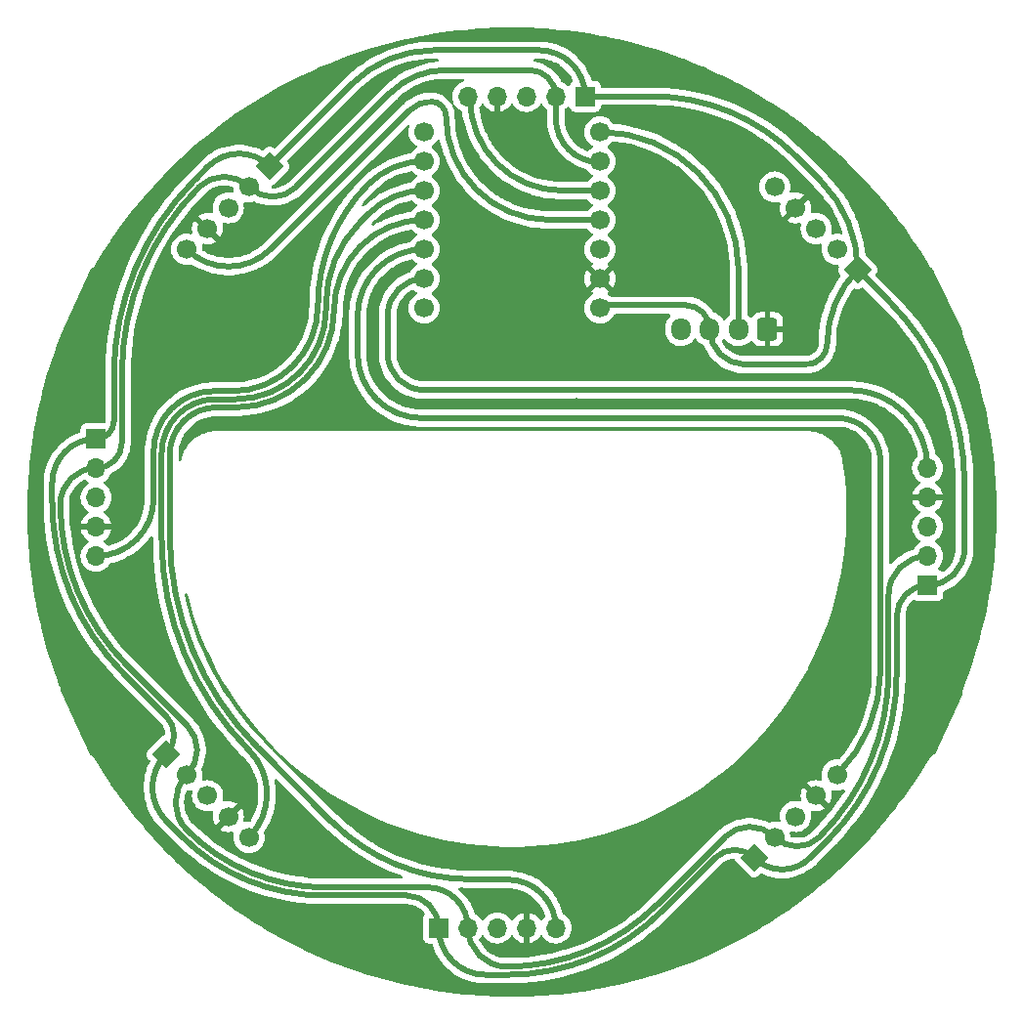
<source format=gbr>
%TF.GenerationSoftware,KiCad,Pcbnew,7.0.9*%
%TF.CreationDate,2025-01-15T21:52:20+09:00*%
%TF.ProjectId,line_main_robot2,6c696e65-5f6d-4616-996e-5f726f626f74,rev?*%
%TF.SameCoordinates,Original*%
%TF.FileFunction,Copper,L1,Top*%
%TF.FilePolarity,Positive*%
%FSLAX46Y46*%
G04 Gerber Fmt 4.6, Leading zero omitted, Abs format (unit mm)*
G04 Created by KiCad (PCBNEW 7.0.9) date 2025-01-15 21:52:20*
%MOMM*%
%LPD*%
G01*
G04 APERTURE LIST*
G04 Aperture macros list*
%AMRoundRect*
0 Rectangle with rounded corners*
0 $1 Rounding radius*
0 $2 $3 $4 $5 $6 $7 $8 $9 X,Y pos of 4 corners*
0 Add a 4 corners polygon primitive as box body*
4,1,4,$2,$3,$4,$5,$6,$7,$8,$9,$2,$3,0*
0 Add four circle primitives for the rounded corners*
1,1,$1+$1,$2,$3*
1,1,$1+$1,$4,$5*
1,1,$1+$1,$6,$7*
1,1,$1+$1,$8,$9*
0 Add four rect primitives between the rounded corners*
20,1,$1+$1,$2,$3,$4,$5,0*
20,1,$1+$1,$4,$5,$6,$7,0*
20,1,$1+$1,$6,$7,$8,$9,0*
20,1,$1+$1,$8,$9,$2,$3,0*%
%AMHorizOval*
0 Thick line with rounded ends*
0 $1 width*
0 $2 $3 position (X,Y) of the first rounded end (center of the circle)*
0 $4 $5 position (X,Y) of the second rounded end (center of the circle)*
0 Add line between two ends*
20,1,$1,$2,$3,$4,$5,0*
0 Add two circle primitives to create the rounded ends*
1,1,$1,$2,$3*
1,1,$1,$4,$5*%
%AMRotRect*
0 Rectangle, with rotation*
0 The origin of the aperture is its center*
0 $1 length*
0 $2 width*
0 $3 Rotation angle, in degrees counterclockwise*
0 Add horizontal line*
21,1,$1,$2,0,0,$3*%
G04 Aperture macros list end*
%TA.AperFunction,ComponentPad*%
%ADD10RotRect,1.700000X1.700000X45.000000*%
%TD*%
%TA.AperFunction,ComponentPad*%
%ADD11HorizOval,1.700000X0.000000X0.000000X0.000000X0.000000X0*%
%TD*%
%TA.AperFunction,ComponentPad*%
%ADD12R,1.700000X1.700000*%
%TD*%
%TA.AperFunction,ComponentPad*%
%ADD13O,1.700000X1.700000*%
%TD*%
%TA.AperFunction,ComponentPad*%
%ADD14RotRect,1.700000X1.700000X225.000000*%
%TD*%
%TA.AperFunction,ComponentPad*%
%ADD15HorizOval,1.700000X0.000000X0.000000X0.000000X0.000000X0*%
%TD*%
%TA.AperFunction,ComponentPad*%
%ADD16RotRect,1.700000X1.700000X315.000000*%
%TD*%
%TA.AperFunction,ComponentPad*%
%ADD17HorizOval,1.700000X0.000000X0.000000X0.000000X0.000000X0*%
%TD*%
%TA.AperFunction,ComponentPad*%
%ADD18RotRect,1.700000X1.700000X135.000000*%
%TD*%
%TA.AperFunction,ComponentPad*%
%ADD19HorizOval,1.700000X0.000000X0.000000X0.000000X0.000000X0*%
%TD*%
%TA.AperFunction,ComponentPad*%
%ADD20C,1.700000*%
%TD*%
%TA.AperFunction,ComponentPad*%
%ADD21RoundRect,0.250000X0.600000X0.725000X-0.600000X0.725000X-0.600000X-0.725000X0.600000X-0.725000X0*%
%TD*%
%TA.AperFunction,ComponentPad*%
%ADD22O,1.700000X1.950000*%
%TD*%
%TA.AperFunction,ViaPad*%
%ADD23C,0.800000*%
%TD*%
%TA.AperFunction,Conductor*%
%ADD24C,0.500000*%
%TD*%
G04 APERTURE END LIST*
D10*
%TO.P,J5,1,Pin_1*%
%TO.N,+5V*%
X106728952Y-120256195D03*
D11*
%TO.P,J5,2,Pin_2*%
%TO.N,/PWM*%
X108525003Y-122052246D03*
%TO.P,J5,3,Pin_3*%
%TO.N,+3.3V*%
X110321054Y-123848297D03*
%TO.P,J5,4,Pin_4*%
%TO.N,GND*%
X112117106Y-125644349D03*
%TO.P,J5,5,Pin_5*%
%TO.N,/5*%
X113913157Y-127440400D03*
%TD*%
D12*
%TO.P,J6,1,Pin_1*%
%TO.N,+5V*%
X100664859Y-92923821D03*
D13*
%TO.P,J6,2,Pin_2*%
%TO.N,/PWM*%
X100664859Y-95463821D03*
%TO.P,J6,3,Pin_3*%
%TO.N,+3.3V*%
X100664859Y-98003821D03*
%TO.P,J6,4,Pin_4*%
%TO.N,GND*%
X100664859Y-100543821D03*
%TO.P,J6,5,Pin_5*%
%TO.N,/6*%
X100664859Y-103083821D03*
%TD*%
D12*
%TO.P,J8,1,Pin_1*%
%TO.N,+5V*%
X143036179Y-63244859D03*
D13*
%TO.P,J8,2,Pin_2*%
%TO.N,/PWM*%
X140496179Y-63244859D03*
%TO.P,J8,3,Pin_3*%
%TO.N,+3.3V*%
X137956179Y-63244859D03*
%TO.P,J8,4,Pin_4*%
%TO.N,GND*%
X135416179Y-63244859D03*
%TO.P,J8,5,Pin_5*%
%TO.N,/7*%
X132876179Y-63244859D03*
%TD*%
D12*
%TO.P,J4,1,Pin_1*%
%TO.N,+5V*%
X130343821Y-135295141D03*
D13*
%TO.P,J4,2,Pin_2*%
%TO.N,/PWM*%
X132883821Y-135295141D03*
%TO.P,J4,3,Pin_3*%
%TO.N,+3.3V*%
X135423821Y-135295141D03*
%TO.P,J4,4,Pin_4*%
%TO.N,GND*%
X137963821Y-135295141D03*
%TO.P,J4,5,Pin_5*%
%TO.N,/4*%
X140503821Y-135295141D03*
%TD*%
D12*
%TO.P,J2,1,Pin_1*%
%TO.N,+5V*%
X172715141Y-105616179D03*
D13*
%TO.P,J2,2,Pin_2*%
%TO.N,/PWM*%
X172715141Y-103076179D03*
%TO.P,J2,3,Pin_3*%
%TO.N,+3.3V*%
X172715141Y-100536179D03*
%TO.P,J2,4,Pin_4*%
%TO.N,GND*%
X172715141Y-97996179D03*
%TO.P,J2,5,Pin_5*%
%TO.N,/2*%
X172715141Y-95456179D03*
%TD*%
D14*
%TO.P,J1,1,Pin_1*%
%TO.N,+5V*%
X166651048Y-78283805D03*
D15*
%TO.P,J1,2,Pin_2*%
%TO.N,/PWM*%
X164854997Y-76487754D03*
%TO.P,J1,3,Pin_3*%
%TO.N,+3.3V*%
X163058946Y-74691703D03*
%TO.P,J1,4,Pin_4*%
%TO.N,GND*%
X161262894Y-72895651D03*
%TO.P,J1,5,Pin_5*%
%TO.N,/1*%
X159466843Y-71099600D03*
%TD*%
D16*
%TO.P,J7,1,Pin_1*%
%TO.N,+5V*%
X115703805Y-69308952D03*
D17*
%TO.P,J7,2,Pin_2*%
%TO.N,/PWM*%
X113907754Y-71105003D03*
%TO.P,J7,3,Pin_3*%
%TO.N,+3.3V*%
X112111703Y-72901054D03*
%TO.P,J7,4,Pin_4*%
%TO.N,GND*%
X110315651Y-74697106D03*
%TO.P,J7,5,Pin_5*%
%TO.N,/8*%
X108519600Y-76493157D03*
%TD*%
D18*
%TO.P,J3,1,Pin_1*%
%TO.N,+5V*%
X157676195Y-129231048D03*
D19*
%TO.P,J3,2,Pin_2*%
%TO.N,/PWM*%
X159472246Y-127434997D03*
%TO.P,J3,3,Pin_3*%
%TO.N,+3.3V*%
X161268297Y-125638946D03*
%TO.P,J3,4,Pin_4*%
%TO.N,GND*%
X163064349Y-123842894D03*
%TO.P,J3,5,Pin_5*%
%TO.N,/3*%
X164860400Y-122046843D03*
%TD*%
D20*
%TO.P,U1,1,DAC*%
%TO.N,/1*%
X129086179Y-81569859D03*
%TO.P,U1,2*%
%TO.N,/2*%
X129086179Y-79029859D03*
%TO.P,U1,3*%
%TO.N,/3*%
X129086179Y-76489859D03*
%TO.P,U1,4*%
%TO.N,/4*%
X129086179Y-73949859D03*
%TO.P,U1,5,SDA*%
%TO.N,/5*%
X129086179Y-71409859D03*
%TO.P,U1,6,SCL*%
%TO.N,/6*%
X129086179Y-68869859D03*
%TO.P,U1,7,TX*%
%TO.N,/TX*%
X129086179Y-66329859D03*
%TO.P,U1,8,RX*%
%TO.N,/RX*%
X144326179Y-66329859D03*
%TO.P,U1,9,SCK*%
%TO.N,/PWM*%
X144326179Y-68869859D03*
%TO.P,U1,10,MISO*%
%TO.N,/7*%
X144326179Y-71409859D03*
%TO.P,U1,11,MOSI*%
%TO.N,/8*%
X144326179Y-73949859D03*
%TO.P,U1,12,3V3*%
%TO.N,+3.3V*%
X144326179Y-76489859D03*
%TO.P,U1,13,GND*%
%TO.N,GND*%
X144326179Y-79029859D03*
%TO.P,U1,14,5V*%
%TO.N,+5V*%
X144326179Y-81569859D03*
%TD*%
D21*
%TO.P,J9,1,Pin_1*%
%TO.N,GND*%
X158836179Y-83419859D03*
D22*
%TO.P,J9,2,Pin_2*%
%TO.N,/RX*%
X156336179Y-83419859D03*
%TO.P,J9,3,Pin_3*%
%TO.N,+5V*%
X153836179Y-83419859D03*
%TO.P,J9,4,Pin_4*%
%TO.N,/TX*%
X151336179Y-83419859D03*
%TD*%
D23*
%TO.N,GND*%
X125270000Y-135950000D03*
X167670000Y-126200000D03*
X97810000Y-86460000D03*
X146630000Y-74810000D03*
X105440000Y-117950000D03*
X127080000Y-70470000D03*
X124320000Y-126500000D03*
X119670000Y-134000000D03*
X156160000Y-69880000D03*
X154860000Y-134180000D03*
X159060000Y-73990000D03*
X157290000Y-131600000D03*
X150940000Y-65250000D03*
X112770000Y-79940000D03*
X146570000Y-68110000D03*
X146370000Y-89920000D03*
X173350000Y-82240000D03*
X169810000Y-75940000D03*
X121380000Y-89030000D03*
X114450000Y-91500000D03*
X166370000Y-96900000D03*
X142290000Y-89820000D03*
X124790000Y-86870000D03*
X166740000Y-71780000D03*
X122230000Y-130300000D03*
X123760000Y-91140000D03*
X119590000Y-127050000D03*
X107200000Y-80230000D03*
X166470000Y-107240000D03*
X165410000Y-86850000D03*
X118490000Y-76720000D03*
X142170000Y-132170000D03*
X129300000Y-128780000D03*
X143060000Y-134330000D03*
X157930000Y-81120000D03*
X156630000Y-133450000D03*
X151060000Y-60940000D03*
X162150000Y-84760000D03*
X131450000Y-82370000D03*
X112980000Y-66160000D03*
X133990000Y-74440000D03*
X141330000Y-80210000D03*
X116300000Y-129370000D03*
X136800000Y-82470000D03*
X102020000Y-114740000D03*
X117870000Y-82270000D03*
X149410000Y-126500000D03*
X150420000Y-72480000D03*
X136130000Y-137290000D03*
X177800000Y-97670000D03*
X168200000Y-84810000D03*
X161660000Y-82050000D03*
X127950000Y-137210000D03*
X131460000Y-74980000D03*
X147520000Y-79100000D03*
X172770000Y-108710000D03*
X145570000Y-61000000D03*
X104240000Y-93390000D03*
X155450000Y-130790000D03*
X96610000Y-92100000D03*
X154320000Y-65770000D03*
X118210000Y-130060000D03*
X121660000Y-135540000D03*
X170190000Y-123370000D03*
X151610000Y-134550000D03*
X131300000Y-73680000D03*
X102190000Y-121490000D03*
X167790000Y-90550000D03*
X142660000Y-58430000D03*
X151520000Y-76560000D03*
X146680000Y-70150000D03*
X153060000Y-89870000D03*
X152570000Y-86770000D03*
X166260000Y-93670000D03*
X113950000Y-123200000D03*
X153380000Y-132340000D03*
X148880000Y-130720000D03*
X127130000Y-78250000D03*
X132890000Y-129340000D03*
X103770000Y-116620000D03*
X120070000Y-130100000D03*
X139140000Y-69480000D03*
X160290000Y-122540000D03*
X135250000Y-70880000D03*
X132220000Y-89920000D03*
X116450000Y-65840000D03*
X104890000Y-103290000D03*
X131730000Y-77190000D03*
X140580000Y-140410000D03*
X106000000Y-71780000D03*
X112900000Y-75980000D03*
X142240000Y-65620000D03*
X159990000Y-78560000D03*
X150060000Y-135950000D03*
X127300000Y-89620000D03*
X109760000Y-86720000D03*
X166430000Y-104680000D03*
X112890000Y-132660000D03*
X96200000Y-105870000D03*
X157530000Y-63620000D03*
X164790000Y-129400000D03*
X160630000Y-75710000D03*
X103490000Y-99820000D03*
X103050000Y-122610000D03*
X112660000Y-121450000D03*
X147990000Y-72040000D03*
X131780000Y-79990000D03*
X172160000Y-112890000D03*
X142180000Y-82680000D03*
X157830000Y-75420000D03*
X122160000Y-65130000D03*
X150590000Y-70090000D03*
X168390000Y-74060000D03*
X174660000Y-107530000D03*
X146750000Y-64950000D03*
X103710000Y-97660000D03*
X102300000Y-76900000D03*
X116790000Y-127220000D03*
X130950000Y-62520000D03*
X106680000Y-112900000D03*
X120030000Y-62160000D03*
X149370000Y-89970000D03*
X115640000Y-85730000D03*
X145930000Y-85200000D03*
X126370000Y-134160000D03*
X164290000Y-68750000D03*
X119110000Y-68040000D03*
X166720000Y-101050000D03*
X139690000Y-89970000D03*
X177440000Y-104460000D03*
X108560000Y-115510000D03*
X175770000Y-111130000D03*
X163430000Y-79990000D03*
X140540000Y-60740000D03*
X152920000Y-74990000D03*
X143580000Y-139790000D03*
X123890000Y-130060000D03*
X170350000Y-99180000D03*
X127990000Y-86950000D03*
X127080000Y-72960000D03*
X141580000Y-72680000D03*
X148470000Y-84760000D03*
X140440000Y-130290000D03*
X154090000Y-62160000D03*
X131260000Y-140150000D03*
X124780000Y-62510000D03*
X148440000Y-136980000D03*
X124640000Y-83950000D03*
X127130000Y-75500000D03*
X170060000Y-79960000D03*
X121450000Y-128840000D03*
X160350000Y-89910000D03*
X157730000Y-124520000D03*
X128110000Y-83390000D03*
X136340000Y-89970000D03*
X101250000Y-105980000D03*
X169840000Y-93040000D03*
X127950000Y-135620000D03*
X170120000Y-94970000D03*
X117150000Y-124740000D03*
X165920000Y-83390000D03*
X161630000Y-132090000D03*
X171600000Y-120940000D03*
X135930000Y-66230000D03*
X105450000Y-83670000D03*
X131190000Y-71250000D03*
X137070000Y-129230000D03*
X145940000Y-132930000D03*
X138360000Y-75570000D03*
X104630000Y-109100000D03*
X122840000Y-134000000D03*
X135470000Y-57910000D03*
X119200000Y-91370000D03*
X111000000Y-121580000D03*
X137310000Y-133060000D03*
X168700000Y-87420000D03*
X172160000Y-116080000D03*
X105090000Y-88340000D03*
X134270000Y-132820000D03*
X160850000Y-65830000D03*
X136200000Y-78590000D03*
X141170000Y-77570000D03*
X164750000Y-110680000D03*
X165450000Y-116960000D03*
X154640000Y-124750000D03*
X144940000Y-128580000D03*
X165590000Y-70470000D03*
X148960000Y-74350000D03*
X151760000Y-127920000D03*
X161560000Y-117390000D03*
%TD*%
D24*
%TO.N,+5V*%
X162528916Y-129231084D02*
X164028145Y-127731855D01*
X129908715Y-59250000D02*
X139041322Y-59250000D01*
X154308907Y-129231042D02*
X149714741Y-133825208D01*
X102200000Y-91388684D02*
X102200000Y-87451877D01*
X144326179Y-81569859D02*
X144546038Y-81350000D01*
X175910000Y-102421321D02*
X175910000Y-96803316D01*
X169361796Y-80994553D02*
X166651048Y-78283805D01*
X115703805Y-69286195D02*
X122792273Y-62197727D01*
X143036179Y-63244859D02*
X148859053Y-63244859D01*
X115703805Y-69308952D02*
X115703805Y-69286195D01*
X127538678Y-132490000D02*
X120411113Y-132490000D01*
X144546038Y-81350000D02*
X151766316Y-81350000D01*
X156906321Y-86490000D02*
X162165658Y-86490000D01*
X108118045Y-127398044D02*
X106728947Y-126008946D01*
X106728955Y-116938905D02*
X102994617Y-113204567D01*
X96860000Y-98394292D02*
X96860000Y-96728684D01*
X161245489Y-68375489D02*
X163467136Y-70597136D01*
X136352570Y-139360000D02*
X134408688Y-139360000D01*
X109237038Y-70462963D02*
X110391055Y-69308946D01*
X170030000Y-113242095D02*
X170030000Y-108301320D01*
X153836200Y-83419859D02*
G75*
G03*
X156906321Y-86490000I3070100J-41D01*
G01*
X106728950Y-120256193D02*
G75*
G03*
X106728948Y-126008945I2876370J-2876377D01*
G01*
X175909979Y-96803316D02*
G75*
G03*
X169361796Y-80994553I-22356979J16D01*
G01*
X153836200Y-83419859D02*
G75*
G03*
X151766316Y-81350000I-2069900J-41D01*
G01*
X108118043Y-127398046D02*
G75*
G03*
X120411113Y-132490000I12293057J12293046D01*
G01*
X157676147Y-129231096D02*
G75*
G03*
X154308907Y-129231042I-1683647J-1683604D01*
G01*
X143036200Y-63244859D02*
G75*
G03*
X139041322Y-59250000I-3994900J-41D01*
G01*
X115703778Y-69308979D02*
G75*
G03*
X110391055Y-69308946I-2656378J-2656321D01*
G01*
X166651073Y-78283830D02*
G75*
G03*
X164020000Y-84635658I6351727J-6351870D01*
G01*
X164028144Y-127731854D02*
G75*
G03*
X170030000Y-113242095I-14489744J14489754D01*
G01*
X172715141Y-105616200D02*
G75*
G03*
X170030000Y-108301320I-41J-2685100D01*
G01*
X157676222Y-129231021D02*
G75*
G03*
X162528916Y-129231084I2426378J2426321D01*
G01*
X130343800Y-135295141D02*
G75*
G03*
X127538678Y-132490000I-2805100J41D01*
G01*
X136352570Y-139359968D02*
G75*
G03*
X149714741Y-133825208I30J18896968D01*
G01*
X100664859Y-92923800D02*
G75*
G03*
X102200000Y-91388684I41J1535100D01*
G01*
X106728953Y-120256196D02*
G75*
G03*
X106728955Y-116938905I-1658643J1658646D01*
G01*
X161245507Y-68375471D02*
G75*
G03*
X148859053Y-63244859I-12386407J-12386429D01*
G01*
X109237038Y-70462963D02*
G75*
G03*
X102200000Y-87451877I16988922J-16988917D01*
G01*
X172715141Y-105616200D02*
G75*
G03*
X175910000Y-102421321I-41J3194900D01*
G01*
X100664859Y-92923800D02*
G75*
G03*
X96860000Y-96728684I41J-3804900D01*
G01*
X166651064Y-78283805D02*
G75*
G03*
X163467136Y-70597136I-10870564J5D01*
G01*
X96860009Y-98394292D02*
G75*
G03*
X102994618Y-113204566I20944891J-8D01*
G01*
X129908715Y-59250020D02*
G75*
G03*
X122792273Y-62197727I-15J-10064180D01*
G01*
X162165658Y-86490000D02*
G75*
G03*
X164020000Y-84635658I42J1854300D01*
G01*
X130343800Y-135295141D02*
G75*
G03*
X134408688Y-139360000I4064900J41D01*
G01*
%TO.N,/PWM*%
X103366272Y-112586273D02*
X108525012Y-117745013D01*
X144256038Y-68940000D02*
X144326179Y-68869859D01*
X126145551Y-62964449D02*
X118004991Y-71105008D01*
X140496179Y-63244859D02*
X140496179Y-65180135D01*
X169330000Y-112961959D02*
X169330000Y-106461314D01*
X102900000Y-87243796D02*
X102900000Y-93228682D01*
X149293187Y-133256812D02*
X155115004Y-127434995D01*
X120535584Y-131790000D02*
X129378675Y-131790000D01*
X138221283Y-60970000D02*
X130960577Y-60970000D01*
X163335067Y-127435015D02*
G75*
G03*
X169330000Y-112961959I-14472967J14473015D01*
G01*
X109584951Y-71105004D02*
G75*
G03*
X102900000Y-87243796I16138649J-16138796D01*
G01*
X100664859Y-95463800D02*
G75*
G03*
X102900000Y-93228682I41J2235100D01*
G01*
X113907779Y-71104978D02*
G75*
G03*
X118004991Y-71105008I2048621J2048578D01*
G01*
X132883800Y-135295141D02*
G75*
G03*
X129378675Y-131790000I-3505100J41D01*
G01*
X159472197Y-127435046D02*
G75*
G03*
X163335051Y-127434999I1931403J1931446D01*
G01*
X97559990Y-98568674D02*
G75*
G03*
X103366272Y-112586273I19823810J-26D01*
G01*
X140496100Y-65180135D02*
G75*
G03*
X144256038Y-68940000I3759900J35D01*
G01*
X159472222Y-127435021D02*
G75*
G03*
X155115004Y-127434995I-2178622J-2178579D01*
G01*
X108524978Y-122052221D02*
G75*
G03*
X108525012Y-117745013I-2153578J2153621D01*
G01*
X108525009Y-126815034D02*
G75*
G03*
X120535584Y-131790000I12010591J12010534D01*
G01*
X108525004Y-122052247D02*
G75*
G03*
X108524997Y-126815046I2381386J-2381403D01*
G01*
X172715141Y-103076200D02*
G75*
G03*
X169330000Y-106461314I-41J-3385100D01*
G01*
X130960577Y-60969991D02*
G75*
G03*
X126145551Y-62964449I23J-6809509D01*
G01*
X100664859Y-95463803D02*
G75*
G03*
X97560003Y-98568674I41J-3104897D01*
G01*
X136248682Y-138660037D02*
G75*
G03*
X149293187Y-133256812I18J18447637D01*
G01*
X140496200Y-63244859D02*
G75*
G03*
X138221283Y-60970000I-2274900J-41D01*
G01*
X113907802Y-71104955D02*
G75*
G03*
X109584950Y-71105003I-2161402J-2161445D01*
G01*
X132883800Y-135295141D02*
G75*
G03*
X136248682Y-138660000I3364900J41D01*
G01*
%TO.N,/2*%
X125930000Y-82186032D02*
X125930000Y-85555696D01*
X129086179Y-79029859D02*
X129066038Y-79050000D01*
X129064304Y-88690000D02*
X165948973Y-88690000D01*
X125930000Y-85555696D02*
G75*
G03*
X129064304Y-88690000I3134300J-4D01*
G01*
X172715200Y-95456179D02*
G75*
G03*
X165948973Y-88690000I-6766200J-21D01*
G01*
X129066038Y-79050000D02*
G75*
G03*
X125930000Y-82186032I-38J-3136000D01*
G01*
%TO.N,/3*%
X123320000Y-82256028D02*
X123320000Y-85552109D01*
X168630000Y-94858491D02*
X168630000Y-112946241D01*
X128887891Y-91120000D02*
X164891509Y-91120000D01*
X129086179Y-76489800D02*
G75*
G03*
X123320000Y-82256028I21J-5766200D01*
G01*
X164860400Y-122046843D02*
G75*
G03*
X168630000Y-112946241I-9100580J9100603D01*
G01*
X168630000Y-94858491D02*
G75*
G03*
X164891509Y-91120000I-3738500J-9D01*
G01*
X123320000Y-85552109D02*
G75*
G03*
X128887891Y-91120000I5567900J9D01*
G01*
%TO.N,/4*%
X107040000Y-94286162D02*
X107040000Y-101237146D01*
X114685843Y-119695843D02*
X121063973Y-126073973D01*
X133193770Y-131110000D02*
X136318684Y-131110000D01*
X133173770Y-131090000D02*
X133193770Y-131110000D01*
X112846027Y-90190000D02*
X111136162Y-90190000D01*
X140503800Y-135295141D02*
G75*
G03*
X136318684Y-131110000I-4185100J41D01*
G01*
X129086179Y-73949800D02*
G75*
G03*
X121280000Y-81756031I21J-7806200D01*
G01*
X112846027Y-90190000D02*
G75*
G03*
X121280000Y-81756031I3J8433970D01*
G01*
X111136162Y-90190000D02*
G75*
G03*
X107040000Y-94286162I-2J-4096160D01*
G01*
X121063954Y-126073992D02*
G75*
G03*
X133173770Y-131090000I12109746J12109792D01*
G01*
X107040004Y-101237146D02*
G75*
G03*
X114685844Y-119695842I26104536J-4D01*
G01*
%TO.N,/5*%
X112771944Y-89490000D02*
X110998126Y-89490000D01*
X120580000Y-81271970D02*
X120580000Y-81681944D01*
X124330172Y-73379828D02*
X123508815Y-74201185D01*
X106340000Y-94148126D02*
X106340000Y-101629866D01*
X110998126Y-89490000D02*
G75*
G03*
X106340000Y-94148126I-26J-4658100D01*
G01*
X106340003Y-101629866D02*
G75*
G03*
X113913161Y-119913110I25856427J-4D01*
G01*
X112771944Y-89490000D02*
G75*
G03*
X120580000Y-81681944I-4J7808060D01*
G01*
X123508830Y-74201200D02*
G75*
G03*
X120580000Y-81271970I7070770J-7070800D01*
G01*
X113913153Y-127440396D02*
G75*
G03*
X113913160Y-119913111I-3763633J3763646D01*
G01*
X129086179Y-71409842D02*
G75*
G03*
X124330172Y-73379828I-79J-6725858D01*
G01*
%TO.N,/6*%
X105640000Y-98108684D02*
X105640000Y-94018451D01*
X110868451Y-88790000D02*
X112468654Y-88790000D01*
X112468654Y-88790000D02*
G75*
G03*
X119880000Y-81378652I46J7411300D01*
G01*
X129086179Y-68869827D02*
G75*
G03*
X124227775Y-70882227I-79J-6870673D01*
G01*
X110868451Y-88790000D02*
G75*
G03*
X105640000Y-94018451I-1J-5228450D01*
G01*
X100664859Y-103083800D02*
G75*
G03*
X105640000Y-98108684I41J4975100D01*
G01*
X124227790Y-70882242D02*
G75*
G03*
X119880000Y-81378652I10496410J-10496458D01*
G01*
%TO.N,/7*%
X144326179Y-71409859D02*
X141041181Y-71409859D01*
X133060000Y-63428680D02*
X132876179Y-63244859D01*
X133060041Y-63428680D02*
G75*
G03*
X141041181Y-71409859I7981159J-20D01*
G01*
%TO.N,/8*%
X124110141Y-68169859D02*
X127811528Y-64468472D01*
X124090152Y-68169859D02*
X124110141Y-68169859D01*
X115766855Y-76493155D02*
X124090152Y-68169859D01*
X139950789Y-73949859D02*
X144326179Y-73949859D01*
X130980000Y-64979070D02*
G75*
G03*
X129690928Y-63690000I-1289100J-30D01*
G01*
X129690928Y-63690028D02*
G75*
G03*
X127811529Y-64468473I-28J-2657872D01*
G01*
X108519574Y-76493183D02*
G75*
G03*
X115766855Y-76493155I3623626J3623683D01*
G01*
X130980001Y-64979070D02*
G75*
G03*
X139950789Y-73949859I8970789J0D01*
G01*
%TO.N,/RX*%
X156336179Y-78339860D02*
X156336179Y-83419859D01*
X156336241Y-78339860D02*
G75*
G03*
X144326179Y-66329859I-12010041J-40D01*
G01*
%TO.N,/TX*%
X129086179Y-66329859D02*
X129106038Y-66310000D01*
%TD*%
%TA.AperFunction,Conductor*%
%TO.N,GND*%
G36*
X128016988Y-74803914D02*
G01*
X128057217Y-74830793D01*
X128214778Y-74988354D01*
X128214781Y-74988356D01*
X128214782Y-74988357D01*
X128400337Y-75118284D01*
X128443962Y-75172861D01*
X128451156Y-75242359D01*
X128419633Y-75304714D01*
X128400337Y-75321434D01*
X128214776Y-75451364D01*
X128047687Y-75618453D01*
X127916503Y-75805804D01*
X127861926Y-75849428D01*
X127842521Y-75855571D01*
X127398356Y-75956951D01*
X127398350Y-75956952D01*
X127398349Y-75956953D01*
X126932340Y-76100700D01*
X126478376Y-76278870D01*
X126038997Y-76490466D01*
X126038993Y-76490468D01*
X126038992Y-76490468D01*
X125694555Y-76689331D01*
X125635950Y-76723167D01*
X125616653Y-76734308D01*
X125213719Y-77009027D01*
X125075490Y-77119262D01*
X124832444Y-77313086D01*
X124474959Y-77644785D01*
X124143249Y-78002287D01*
X124090443Y-78068505D01*
X123839192Y-78383567D01*
X123839188Y-78383573D01*
X123839187Y-78383573D01*
X123666960Y-78636187D01*
X123572688Y-78774461D01*
X123564473Y-78786510D01*
X123320639Y-79208847D01*
X123320640Y-79208847D01*
X123293467Y-79265272D01*
X123109050Y-79648219D01*
X122930880Y-80102194D01*
X122787140Y-80568198D01*
X122774168Y-80625035D01*
X122678623Y-81043652D01*
X122648947Y-81240544D01*
X122605941Y-81525877D01*
X122569499Y-82012189D01*
X122569500Y-82168307D01*
X122569500Y-85788534D01*
X122604836Y-86260044D01*
X122630998Y-86433610D01*
X122675309Y-86727594D01*
X122716175Y-86906639D01*
X122780526Y-87188579D01*
X122780526Y-87188578D01*
X122827234Y-87340000D01*
X122919896Y-87640401D01*
X122919898Y-87640408D01*
X122919900Y-87640412D01*
X122975882Y-87783052D01*
X123092642Y-88080551D01*
X123235079Y-88376324D01*
X123297800Y-88506565D01*
X123534215Y-88916048D01*
X123534216Y-88916048D01*
X123749053Y-89231156D01*
X123800575Y-89306724D01*
X124095385Y-89676404D01*
X124198415Y-89787443D01*
X124416990Y-90023010D01*
X124596188Y-90189282D01*
X124763596Y-90344615D01*
X124763600Y-90344618D01*
X124763602Y-90344620D01*
X124894513Y-90449018D01*
X125131752Y-90638210D01*
X125133279Y-90639427D01*
X125488791Y-90881812D01*
X125523952Y-90905784D01*
X125523952Y-90905785D01*
X125933435Y-91142200D01*
X126055084Y-91200783D01*
X126359449Y-91347358D01*
X126642213Y-91458334D01*
X126799588Y-91520100D01*
X126799591Y-91520101D01*
X126799599Y-91520104D01*
X126950400Y-91566620D01*
X127251422Y-91659474D01*
X127251421Y-91659474D01*
X127500157Y-91716246D01*
X127712406Y-91764691D01*
X127932108Y-91797806D01*
X128179956Y-91835164D01*
X128651466Y-91870500D01*
X128651472Y-91870500D01*
X128800170Y-91870500D01*
X164812626Y-91870500D01*
X164889884Y-91870500D01*
X164893127Y-91870584D01*
X165037409Y-91878146D01*
X165200592Y-91886699D01*
X165207049Y-91887377D01*
X165509532Y-91935287D01*
X165515879Y-91936636D01*
X165811707Y-92015903D01*
X165817870Y-92017904D01*
X166092080Y-92123165D01*
X166103795Y-92127662D01*
X166109718Y-92130298D01*
X166382622Y-92269350D01*
X166388225Y-92272585D01*
X166629522Y-92429286D01*
X166645073Y-92439385D01*
X166650326Y-92443202D01*
X166888339Y-92635940D01*
X166893165Y-92640286D01*
X167109713Y-92856834D01*
X167114059Y-92861660D01*
X167306797Y-93099673D01*
X167310614Y-93104926D01*
X167332730Y-93138981D01*
X167462937Y-93339482D01*
X167477409Y-93361766D01*
X167480653Y-93367383D01*
X167598964Y-93599582D01*
X167619696Y-93640271D01*
X167622337Y-93646204D01*
X167732090Y-93932115D01*
X167734096Y-93938292D01*
X167813363Y-94234120D01*
X167814713Y-94240472D01*
X167862621Y-94542948D01*
X167863300Y-94549406D01*
X167879415Y-94856866D01*
X167879500Y-94860112D01*
X167879500Y-112946241D01*
X167862931Y-113578918D01*
X167862761Y-113582160D01*
X167813233Y-114211483D01*
X167812894Y-114214712D01*
X167730499Y-114840559D01*
X167729991Y-114843765D01*
X167614949Y-115464476D01*
X167614274Y-115467652D01*
X167466910Y-116081465D01*
X167466070Y-116084600D01*
X167286775Y-116689892D01*
X167285771Y-116692980D01*
X167075059Y-117288010D01*
X167073895Y-117291041D01*
X166832317Y-117874262D01*
X166830996Y-117877228D01*
X166559226Y-118447007D01*
X166557752Y-118449900D01*
X166256540Y-119004663D01*
X166254916Y-119007475D01*
X165925084Y-119545710D01*
X165923316Y-119548433D01*
X165565764Y-120068673D01*
X165563856Y-120071300D01*
X165179554Y-120572130D01*
X165177511Y-120574654D01*
X165104332Y-120660334D01*
X165045824Y-120698527D01*
X164999235Y-120703330D01*
X164860402Y-120691184D01*
X164860399Y-120691184D01*
X164624996Y-120711779D01*
X164624986Y-120711781D01*
X164396744Y-120772937D01*
X164396735Y-120772941D01*
X164182571Y-120872807D01*
X164182569Y-120872808D01*
X163988997Y-121008348D01*
X163821905Y-121175440D01*
X163686365Y-121369012D01*
X163686364Y-121369014D01*
X163586498Y-121583178D01*
X163586494Y-121583187D01*
X163525338Y-121811429D01*
X163525336Y-121811439D01*
X163504741Y-122046842D01*
X163504741Y-122046843D01*
X163525336Y-122282246D01*
X163525338Y-122282256D01*
X163552466Y-122383500D01*
X163550803Y-122453350D01*
X163511640Y-122511212D01*
X163447411Y-122538716D01*
X163400598Y-122535368D01*
X163299675Y-122508326D01*
X163299664Y-122508324D01*
X163064351Y-122487737D01*
X163064347Y-122487737D01*
X162829033Y-122508324D01*
X162829022Y-122508326D01*
X162600865Y-122569460D01*
X162600856Y-122569464D01*
X162386768Y-122669295D01*
X162302974Y-122727966D01*
X162805232Y-123230224D01*
X162838717Y-123291547D01*
X162833733Y-123361239D01*
X162796706Y-123410699D01*
X162797951Y-123412135D01*
X162682587Y-123512096D01*
X162647395Y-123566856D01*
X162594591Y-123612611D01*
X162525432Y-123622554D01*
X162461877Y-123593528D01*
X162455399Y-123587497D01*
X161949421Y-123081519D01*
X161890750Y-123165313D01*
X161790919Y-123379401D01*
X161790915Y-123379410D01*
X161729781Y-123607567D01*
X161729779Y-123607578D01*
X161709192Y-123842892D01*
X161709192Y-123842895D01*
X161729779Y-124078209D01*
X161729781Y-124078220D01*
X161756823Y-124179144D01*
X161755160Y-124248994D01*
X161715997Y-124306857D01*
X161651768Y-124334360D01*
X161604955Y-124331012D01*
X161503710Y-124303884D01*
X161503700Y-124303882D01*
X161268298Y-124283287D01*
X161268296Y-124283287D01*
X161032893Y-124303882D01*
X161032883Y-124303884D01*
X160804641Y-124365040D01*
X160804632Y-124365044D01*
X160590468Y-124464910D01*
X160590466Y-124464911D01*
X160396894Y-124600451D01*
X160229802Y-124767543D01*
X160094262Y-124961115D01*
X160094261Y-124961117D01*
X159994395Y-125175281D01*
X159994391Y-125175290D01*
X159933235Y-125403532D01*
X159933233Y-125403542D01*
X159912638Y-125638945D01*
X159912638Y-125638946D01*
X159933233Y-125874349D01*
X159933236Y-125874362D01*
X159960213Y-125975046D01*
X159958550Y-126044896D01*
X159919387Y-126102758D01*
X159855158Y-126130261D01*
X159808346Y-126126913D01*
X159707662Y-126099936D01*
X159707658Y-126099935D01*
X159707654Y-126099934D01*
X159707652Y-126099933D01*
X159707649Y-126099933D01*
X159472247Y-126079338D01*
X159472245Y-126079338D01*
X159236842Y-126099933D01*
X159236832Y-126099935D01*
X159025154Y-126156653D01*
X158955304Y-126154990D01*
X158936549Y-126147057D01*
X158936532Y-126147096D01*
X158935619Y-126146664D01*
X158934609Y-126146237D01*
X158933784Y-126145796D01*
X158930291Y-126144349D01*
X158585972Y-126001723D01*
X158225733Y-125892444D01*
X157856508Y-125818998D01*
X157856513Y-125818998D01*
X157770577Y-125810533D01*
X157481854Y-125782095D01*
X157481851Y-125782094D01*
X157481859Y-125782094D01*
X157105394Y-125782093D01*
X157105393Y-125782093D01*
X157105392Y-125782093D01*
X157032703Y-125789251D01*
X156730755Y-125818988D01*
X156730753Y-125818988D01*
X156361520Y-125892430D01*
X156195607Y-125942759D01*
X156001263Y-126001712D01*
X156001261Y-126001712D01*
X156001257Y-126001714D01*
X155653470Y-126145770D01*
X155653449Y-126145780D01*
X155321446Y-126323237D01*
X155008426Y-126532390D01*
X154717420Y-126771211D01*
X154687338Y-126801294D01*
X154646350Y-126842282D01*
X154646349Y-126842283D01*
X154584321Y-126904309D01*
X154558654Y-126929977D01*
X154528544Y-126960087D01*
X154528542Y-126960089D01*
X148762478Y-132726152D01*
X148204747Y-133260066D01*
X147624234Y-133769166D01*
X147022066Y-134252459D01*
X146399390Y-134709025D01*
X145757392Y-135137997D01*
X145097293Y-135538556D01*
X144420350Y-135909941D01*
X143727852Y-136251444D01*
X143021117Y-136562416D01*
X142301490Y-136842265D01*
X141570341Y-137090457D01*
X140829061Y-137306520D01*
X140079063Y-137490044D01*
X139321773Y-137640678D01*
X138573246Y-137755887D01*
X138558634Y-137758136D01*
X137791097Y-137842195D01*
X137020625Y-137892694D01*
X136251578Y-137909473D01*
X136246747Y-137909390D01*
X135959447Y-137893255D01*
X135952533Y-137892476D01*
X135670372Y-137844533D01*
X135663588Y-137842985D01*
X135425311Y-137774339D01*
X135388553Y-137763749D01*
X135381991Y-137761452D01*
X135374106Y-137758186D01*
X135117570Y-137651925D01*
X135111305Y-137648908D01*
X134860807Y-137510462D01*
X134854915Y-137506760D01*
X134738205Y-137423950D01*
X134621489Y-137341136D01*
X134616060Y-137336806D01*
X134534449Y-137263875D01*
X134402639Y-137146082D01*
X134397726Y-137141170D01*
X134207007Y-136927757D01*
X134202677Y-136922328D01*
X134037046Y-136688896D01*
X134033358Y-136683030D01*
X133894903Y-136432517D01*
X133891884Y-136426248D01*
X133856437Y-136340675D01*
X133848968Y-136271205D01*
X133880242Y-136208726D01*
X133883301Y-136205556D01*
X133922316Y-136166542D01*
X134052247Y-135980981D01*
X134106822Y-135937358D01*
X134176320Y-135930164D01*
X134238675Y-135961687D01*
X134255395Y-135980982D01*
X134385326Y-136166542D01*
X134552420Y-136333636D01*
X134649205Y-136401406D01*
X134745986Y-136469173D01*
X134745988Y-136469174D01*
X134745991Y-136469176D01*
X134960158Y-136569044D01*
X134960164Y-136569045D01*
X134960165Y-136569046D01*
X135015106Y-136583767D01*
X135188413Y-136630204D01*
X135364855Y-136645641D01*
X135423820Y-136650800D01*
X135423821Y-136650800D01*
X135423822Y-136650800D01*
X135482787Y-136645641D01*
X135659229Y-136630204D01*
X135887484Y-136569044D01*
X136101651Y-136469176D01*
X136295222Y-136333636D01*
X136462316Y-136166542D01*
X136592551Y-135980546D01*
X136647128Y-135936922D01*
X136716626Y-135929728D01*
X136778981Y-135961251D01*
X136795700Y-135980546D01*
X136925711Y-136166219D01*
X137092738Y-136333246D01*
X137286242Y-136468741D01*
X137500328Y-136568570D01*
X137500337Y-136568574D01*
X137713821Y-136625775D01*
X137713821Y-135907442D01*
X137733506Y-135840403D01*
X137786310Y-135794648D01*
X137855468Y-135784704D01*
X137928058Y-135795141D01*
X137928059Y-135795141D01*
X137999583Y-135795141D01*
X137999584Y-135795141D01*
X138072174Y-135784704D01*
X138141333Y-135794648D01*
X138194136Y-135840403D01*
X138213821Y-135907442D01*
X138213821Y-136625774D01*
X138427304Y-136568574D01*
X138427313Y-136568570D01*
X138641399Y-136468741D01*
X138834903Y-136333246D01*
X139001926Y-136166223D01*
X139131940Y-135980546D01*
X139186517Y-135936922D01*
X139256016Y-135929729D01*
X139318370Y-135961251D01*
X139335090Y-135980546D01*
X139465326Y-136166542D01*
X139632420Y-136333636D01*
X139729205Y-136401406D01*
X139825986Y-136469173D01*
X139825988Y-136469174D01*
X139825991Y-136469176D01*
X140040158Y-136569044D01*
X140040164Y-136569045D01*
X140040165Y-136569046D01*
X140095106Y-136583767D01*
X140268413Y-136630204D01*
X140444855Y-136645641D01*
X140503820Y-136650800D01*
X140503821Y-136650800D01*
X140503822Y-136650800D01*
X140562787Y-136645641D01*
X140739229Y-136630204D01*
X140967484Y-136569044D01*
X141181651Y-136469176D01*
X141375222Y-136333636D01*
X141542316Y-136166542D01*
X141677856Y-135972971D01*
X141777724Y-135758804D01*
X141838884Y-135530549D01*
X141859480Y-135295141D01*
X141838884Y-135059733D01*
X141777724Y-134831478D01*
X141677856Y-134617312D01*
X141672552Y-134609736D01*
X141542315Y-134423738D01*
X141375223Y-134256647D01*
X141375216Y-134256642D01*
X141181652Y-134121106D01*
X141181650Y-134121105D01*
X141156559Y-134109405D01*
X141104120Y-134063232D01*
X141089189Y-134029116D01*
X141030360Y-133809554D01*
X140882956Y-133404557D01*
X140838729Y-133309711D01*
X140700814Y-133013947D01*
X140494966Y-132657403D01*
X140485323Y-132640701D01*
X140463519Y-132609561D01*
X140238117Y-132287651D01*
X140238112Y-132287645D01*
X140238112Y-132287644D01*
X139961084Y-131957492D01*
X139791896Y-131788304D01*
X139656329Y-131652736D01*
X139656324Y-131652732D01*
X139656325Y-131652732D01*
X139395277Y-131433686D01*
X139326173Y-131375700D01*
X139326167Y-131375695D01*
X138973132Y-131128497D01*
X138818985Y-131039500D01*
X138599879Y-130912999D01*
X138537285Y-130883811D01*
X138209266Y-130730853D01*
X138209267Y-130730853D01*
X137956650Y-130638909D01*
X137804272Y-130583448D01*
X137804265Y-130583446D01*
X137804264Y-130583445D01*
X137534277Y-130511104D01*
X137387968Y-130471901D01*
X136963526Y-130397061D01*
X136585105Y-130363954D01*
X136534177Y-130359499D01*
X136534176Y-130359499D01*
X136318681Y-130359500D01*
X133359974Y-130359500D01*
X133334900Y-130356938D01*
X133327626Y-130355436D01*
X133252638Y-130339497D01*
X133251202Y-130339346D01*
X133245155Y-130338406D01*
X133239630Y-130337265D01*
X133169292Y-130339312D01*
X133166056Y-130339321D01*
X132418918Y-130322062D01*
X132416057Y-130321930D01*
X132040168Y-130295840D01*
X131664277Y-130269751D01*
X131661428Y-130269488D01*
X130912837Y-130182641D01*
X130910000Y-130182245D01*
X130166209Y-130060918D01*
X130163394Y-130060392D01*
X129426011Y-129904845D01*
X129423235Y-129904193D01*
X129036036Y-129803633D01*
X128693834Y-129714760D01*
X128691079Y-129713977D01*
X128665315Y-129705999D01*
X128331129Y-129602514D01*
X127971180Y-129491053D01*
X127968487Y-129490150D01*
X127259661Y-129234220D01*
X127256992Y-129233186D01*
X126560733Y-128944788D01*
X126558113Y-128943631D01*
X125875937Y-128623396D01*
X125873373Y-128622119D01*
X125206724Y-128270724D01*
X125204221Y-128269330D01*
X124554475Y-127887502D01*
X124552040Y-127885994D01*
X124532021Y-127872950D01*
X124229462Y-127675803D01*
X123920659Y-127474588D01*
X123918296Y-127472969D01*
X123306567Y-127032828D01*
X123304282Y-127031102D01*
X122713535Y-126563181D01*
X122711350Y-126561366D01*
X122142811Y-126066633D01*
X122140741Y-126064746D01*
X121595542Y-125544173D01*
X121538878Y-125487511D01*
X115983683Y-119932315D01*
X115950198Y-119870992D01*
X115950498Y-119866794D01*
X115915871Y-119858454D01*
X115890015Y-119838647D01*
X115216527Y-119165159D01*
X114558715Y-118482272D01*
X113926896Y-117775266D01*
X113321955Y-117045131D01*
X112744737Y-116292886D01*
X112196051Y-115519585D01*
X111676663Y-114726308D01*
X111187299Y-113914165D01*
X110728645Y-113084293D01*
X110301341Y-112237851D01*
X109905986Y-111376024D01*
X109543132Y-110500016D01*
X109213287Y-109611054D01*
X108916912Y-108710380D01*
X108654421Y-107799254D01*
X108426182Y-106878950D01*
X108390620Y-106708514D01*
X108337222Y-106452591D01*
X108342799Y-106382949D01*
X108385144Y-106327373D01*
X108450813Y-106303513D01*
X108518958Y-106318945D01*
X108567941Y-106368768D01*
X108578774Y-106396671D01*
X108717552Y-106941706D01*
X109017942Y-107963108D01*
X109355614Y-108972797D01*
X109730114Y-109969415D01*
X110140937Y-110951617D01*
X110587529Y-111918082D01*
X111069289Y-112867503D01*
X111585567Y-113798606D01*
X112135669Y-114710135D01*
X112718853Y-115600861D01*
X113334332Y-116469585D01*
X113981279Y-117315136D01*
X114658821Y-118136375D01*
X115366046Y-118932195D01*
X116067299Y-119665250D01*
X116099417Y-119727300D01*
X116099262Y-119728943D01*
X116130791Y-119735802D01*
X116157761Y-119755687D01*
X116728178Y-120309754D01*
X116865692Y-120443327D01*
X117656094Y-121156602D01*
X118472139Y-121840390D01*
X119312730Y-122493769D01*
X120176733Y-123115858D01*
X121062984Y-123705820D01*
X121970289Y-124262860D01*
X122897426Y-124786227D01*
X123843146Y-125275217D01*
X124806174Y-125729169D01*
X125785214Y-126147473D01*
X126778945Y-126529566D01*
X127786029Y-126874932D01*
X128805110Y-127183105D01*
X129834814Y-127453672D01*
X130873754Y-127686267D01*
X131920530Y-127880577D01*
X132973732Y-128036339D01*
X134031940Y-128153346D01*
X135093730Y-128231438D01*
X136157671Y-128270510D01*
X137222329Y-128270510D01*
X138286270Y-128231438D01*
X139348060Y-128153346D01*
X140406268Y-128036339D01*
X141459470Y-127880577D01*
X142506246Y-127686267D01*
X143545186Y-127453672D01*
X143545185Y-127453671D01*
X144574890Y-127183105D01*
X145593971Y-126874932D01*
X146601055Y-126529566D01*
X147594786Y-126147473D01*
X148573826Y-125729169D01*
X149536854Y-125275217D01*
X150482574Y-124786227D01*
X151409711Y-124262860D01*
X152317016Y-123705820D01*
X153203267Y-123115858D01*
X154067270Y-122493769D01*
X154907861Y-121840390D01*
X155723906Y-121156602D01*
X156514308Y-120443327D01*
X157278000Y-119701524D01*
X158013954Y-118932195D01*
X158721179Y-118136375D01*
X159398721Y-117315136D01*
X160045668Y-116469585D01*
X160661147Y-115600861D01*
X161244331Y-114710135D01*
X161794433Y-113798606D01*
X162310711Y-112867503D01*
X162382586Y-112725856D01*
X162792471Y-111918082D01*
X163239063Y-110951617D01*
X163649886Y-109969415D01*
X164024386Y-108972797D01*
X164362058Y-107963108D01*
X164662448Y-106941706D01*
X164925151Y-105909967D01*
X164933399Y-105871759D01*
X165002325Y-105552478D01*
X165002367Y-105552400D01*
X165002708Y-105550705D01*
X165005352Y-105538460D01*
X165149813Y-104869283D01*
X165214791Y-104503711D01*
X165215057Y-104503176D01*
X165216846Y-104492149D01*
X165336131Y-103821055D01*
X165388431Y-103447770D01*
X165388886Y-103446762D01*
X165391384Y-103426689D01*
X165483855Y-102766696D01*
X165522993Y-102386166D01*
X165523605Y-102384670D01*
X165526102Y-102355945D01*
X165543668Y-102185164D01*
X165592784Y-101707625D01*
X165618299Y-101320325D01*
X165619029Y-101318334D01*
X165620859Y-101281475D01*
X165662773Y-100645270D01*
X165674220Y-100251693D01*
X165675034Y-100249194D01*
X165675592Y-100204534D01*
X165678251Y-100113137D01*
X165693727Y-99581062D01*
X165693091Y-99497684D01*
X165690680Y-99181676D01*
X165691540Y-99178661D01*
X165690260Y-99126658D01*
X165685604Y-98516435D01*
X165683432Y-98467476D01*
X165667653Y-98111838D01*
X165668523Y-98108304D01*
X165664882Y-98049372D01*
X165662924Y-98005244D01*
X165638416Y-97452824D01*
X165552226Y-96391660D01*
X165427150Y-95334375D01*
X165353197Y-94859460D01*
X165353220Y-94859285D01*
X165347519Y-94822742D01*
X165347642Y-94821804D01*
X165347067Y-94819151D01*
X165346400Y-94815570D01*
X165336546Y-94752415D01*
X165320057Y-94646724D01*
X165267599Y-94452206D01*
X165266873Y-94449215D01*
X165250858Y-94375341D01*
X165242556Y-94359343D01*
X165240223Y-94350692D01*
X165234856Y-94330789D01*
X165234853Y-94330781D01*
X165234850Y-94330771D01*
X165156966Y-94131368D01*
X165146809Y-94105364D01*
X165127544Y-94049392D01*
X165121310Y-94040079D01*
X165115808Y-94025991D01*
X164979031Y-93764107D01*
X164967174Y-93739531D01*
X164966410Y-93738624D01*
X164966255Y-93738717D01*
X164966203Y-93738752D01*
X164966201Y-93738749D01*
X164966043Y-93738843D01*
X164964732Y-93736635D01*
X164964603Y-93736482D01*
X164964323Y-93735945D01*
X164782199Y-93464091D01*
X164571595Y-93213651D01*
X164454047Y-93101336D01*
X164335005Y-92987594D01*
X164335000Y-92987590D01*
X164075252Y-92788613D01*
X164075244Y-92788608D01*
X164075245Y-92788608D01*
X164075243Y-92788607D01*
X163795382Y-92619043D01*
X163498743Y-92480914D01*
X163498740Y-92480913D01*
X163498738Y-92480912D01*
X163497977Y-92480654D01*
X163497821Y-92480544D01*
X163495617Y-92479661D01*
X163495685Y-92479490D01*
X163495680Y-92479488D01*
X163495725Y-92479390D01*
X163495825Y-92479141D01*
X163495360Y-92478815D01*
X163468197Y-92470559D01*
X163188843Y-92375860D01*
X163188840Y-92375859D01*
X163188836Y-92375858D01*
X163173853Y-92372541D01*
X163166000Y-92368215D01*
X163105107Y-92357320D01*
X162869358Y-92305125D01*
X162869357Y-92305124D01*
X162869353Y-92305124D01*
X162839703Y-92301881D01*
X162826429Y-92296353D01*
X162746899Y-92291654D01*
X162743816Y-92291394D01*
X162544076Y-92269549D01*
X162544072Y-92269548D01*
X162380564Y-92269500D01*
X162373855Y-92269500D01*
X162373074Y-92269476D01*
X162372952Y-92269500D01*
X110987654Y-92269500D01*
X110987257Y-92269538D01*
X110835929Y-92269582D01*
X110835928Y-92269582D01*
X110835926Y-92269583D01*
X110780998Y-92275590D01*
X110636970Y-92291343D01*
X110633886Y-92291603D01*
X110557874Y-92296093D01*
X110540668Y-92301876D01*
X110510649Y-92305159D01*
X110275849Y-92357145D01*
X110216832Y-92367704D01*
X110206554Y-92372486D01*
X110191183Y-92375889D01*
X110191166Y-92375894D01*
X109913022Y-92470183D01*
X109885989Y-92478399D01*
X109884296Y-92479430D01*
X109884401Y-92479692D01*
X109882836Y-92480319D01*
X109882482Y-92480535D01*
X109881288Y-92480939D01*
X109881263Y-92480949D01*
X109584638Y-92619071D01*
X109304770Y-92788640D01*
X109304769Y-92788641D01*
X109045014Y-92987623D01*
X108808433Y-93213672D01*
X108795816Y-93228676D01*
X108597829Y-93464112D01*
X108468346Y-93657390D01*
X108415706Y-93735965D01*
X108415701Y-93735972D01*
X108415226Y-93736883D01*
X108415057Y-93737057D01*
X108413987Y-93738861D01*
X108413828Y-93738767D01*
X108413827Y-93738770D01*
X108413774Y-93738735D01*
X108413562Y-93738608D01*
X108412971Y-93739221D01*
X108400449Y-93765176D01*
X108264229Y-94025994D01*
X108264220Y-94026013D01*
X108258582Y-94040449D01*
X108253082Y-94047564D01*
X108232883Y-94106247D01*
X108207230Y-94171925D01*
X108145177Y-94330800D01*
X108139813Y-94350692D01*
X108137386Y-94359692D01*
X108129865Y-94371985D01*
X108112963Y-94449954D01*
X108112232Y-94452961D01*
X108059977Y-94646733D01*
X108041897Y-94762616D01*
X108041887Y-94762636D01*
X108037021Y-94793856D01*
X108007246Y-94857063D01*
X107948025Y-94894140D01*
X107878160Y-94893314D01*
X107819833Y-94854847D01*
X107791562Y-94790952D01*
X107790500Y-94774758D01*
X107790500Y-94287785D01*
X107790585Y-94284539D01*
X107792895Y-94240472D01*
X107808657Y-93939689D01*
X107809337Y-93933231D01*
X107817545Y-93881408D01*
X107863101Y-93593767D01*
X107864450Y-93587424D01*
X107953407Y-93255434D01*
X107955408Y-93249271D01*
X108078585Y-92928384D01*
X108081214Y-92922477D01*
X108237270Y-92616200D01*
X108240496Y-92610614D01*
X108427698Y-92322350D01*
X108431508Y-92317107D01*
X108469221Y-92270535D01*
X108647815Y-92049989D01*
X108652142Y-92045184D01*
X108895184Y-91802142D01*
X108899989Y-91797815D01*
X109167105Y-91581508D01*
X109172350Y-91577698D01*
X109460614Y-91390496D01*
X109466200Y-91387270D01*
X109772477Y-91231214D01*
X109778384Y-91228585D01*
X110099271Y-91105408D01*
X110105434Y-91103407D01*
X110437424Y-91014450D01*
X110443767Y-91013101D01*
X110783231Y-90959336D01*
X110789689Y-90958658D01*
X110847892Y-90955607D01*
X111134541Y-90940584D01*
X111137785Y-90940500D01*
X113134666Y-90940500D01*
X113448912Y-90920728D01*
X113710789Y-90904253D01*
X114283504Y-90831903D01*
X114283505Y-90831902D01*
X114283511Y-90831902D01*
X114850544Y-90723735D01*
X115409676Y-90580174D01*
X115743422Y-90471733D01*
X115958691Y-90401788D01*
X116313388Y-90261353D01*
X116495422Y-90189282D01*
X116495421Y-90189282D01*
X117017748Y-89943494D01*
X117523611Y-89665393D01*
X118011014Y-89356078D01*
X118478034Y-89016769D01*
X118922826Y-88648805D01*
X118922827Y-88648804D01*
X118922827Y-88648805D01*
X119343635Y-88253639D01*
X119738802Y-87832830D01*
X119738801Y-87832830D01*
X119738802Y-87832829D01*
X120106766Y-87388037D01*
X120112696Y-87379876D01*
X120446073Y-86921022D01*
X120446074Y-86921022D01*
X120755394Y-86433610D01*
X120755394Y-86433609D01*
X120775291Y-86397418D01*
X121033492Y-85927752D01*
X121279280Y-85405425D01*
X121279280Y-85405426D01*
X121485583Y-84884365D01*
X121491787Y-84868696D01*
X121491787Y-84868693D01*
X121491790Y-84868688D01*
X121574801Y-84613204D01*
X121670173Y-84319680D01*
X121813734Y-83760548D01*
X121921901Y-83193515D01*
X121924814Y-83170458D01*
X121994253Y-82620793D01*
X122017181Y-82256360D01*
X122030500Y-82044671D01*
X122030500Y-81756058D01*
X122035534Y-81615085D01*
X122048396Y-81254913D01*
X122048711Y-81250516D01*
X122102077Y-80754126D01*
X122102707Y-80749744D01*
X122110696Y-80705464D01*
X122191347Y-80258430D01*
X122192280Y-80254141D01*
X122315753Y-79770372D01*
X122316993Y-79766151D01*
X122474660Y-79292430D01*
X122476205Y-79288292D01*
X122477463Y-79285255D01*
X122667254Y-78827053D01*
X122669074Y-78823067D01*
X122892568Y-78376579D01*
X122894653Y-78372760D01*
X123149430Y-77943352D01*
X123151795Y-77939672D01*
X123436542Y-77529557D01*
X123439187Y-77526024D01*
X123569303Y-77364559D01*
X123752456Y-77137277D01*
X123755327Y-77133963D01*
X124095556Y-76768529D01*
X124098655Y-76765432D01*
X124099785Y-76764380D01*
X124464068Y-76425217D01*
X124467381Y-76422347D01*
X124856131Y-76109070D01*
X124859655Y-76106432D01*
X125269751Y-75821696D01*
X125273455Y-75819314D01*
X125702827Y-75564554D01*
X125706702Y-75562438D01*
X126153166Y-75338953D01*
X126157138Y-75337139D01*
X126618415Y-75146070D01*
X126622535Y-75144533D01*
X127096248Y-74986865D01*
X127100454Y-74985629D01*
X127584253Y-74862145D01*
X127588501Y-74861221D01*
X127947522Y-74796445D01*
X128016988Y-74803914D01*
G37*
%TD.AperFunction*%
%TA.AperFunction,Conductor*%
G36*
X132783710Y-131840501D02*
G01*
X133007168Y-131840500D01*
X133035766Y-131843843D01*
X133099271Y-131858893D01*
X133106049Y-131860500D01*
X133106058Y-131860500D01*
X133113222Y-131861338D01*
X133113215Y-131861397D01*
X133120716Y-131862163D01*
X133120722Y-131862104D01*
X133127910Y-131862733D01*
X133127913Y-131862732D01*
X133127914Y-131862733D01*
X133204668Y-131860500D01*
X136239806Y-131860500D01*
X136317158Y-131860500D01*
X136320200Y-131860575D01*
X136652298Y-131876889D01*
X136658346Y-131877483D01*
X136888394Y-131911607D01*
X136985735Y-131926046D01*
X136991697Y-131927231D01*
X137166358Y-131970981D01*
X137312753Y-132007651D01*
X137318574Y-132009416D01*
X137630203Y-132120919D01*
X137635808Y-132123241D01*
X137935016Y-132264756D01*
X137940368Y-132267616D01*
X138224246Y-132437767D01*
X138229308Y-132441149D01*
X138495143Y-132638307D01*
X138499849Y-132642169D01*
X138745082Y-132864435D01*
X138749377Y-132868730D01*
X138971648Y-133113971D01*
X138975501Y-133118665D01*
X139040257Y-133205979D01*
X139172655Y-133384500D01*
X139176038Y-133389562D01*
X139346190Y-133673446D01*
X139349060Y-133678815D01*
X139490561Y-133978000D01*
X139492890Y-133983624D01*
X139575150Y-134213530D01*
X139579200Y-134283282D01*
X139546080Y-134342983D01*
X139465329Y-134423735D01*
X139335090Y-134609736D01*
X139280513Y-134653360D01*
X139211014Y-134660553D01*
X139148660Y-134629031D01*
X139131940Y-134609735D01*
X139001934Y-134424067D01*
X139001929Y-134424061D01*
X138834903Y-134257035D01*
X138641399Y-134121540D01*
X138427313Y-134021711D01*
X138427307Y-134021708D01*
X138213821Y-133964505D01*
X138213821Y-134682839D01*
X138194136Y-134749878D01*
X138141332Y-134795633D01*
X138072176Y-134805577D01*
X137999587Y-134795141D01*
X137999584Y-134795141D01*
X137928058Y-134795141D01*
X137928054Y-134795141D01*
X137855466Y-134805577D01*
X137786308Y-134795633D01*
X137733505Y-134749877D01*
X137713821Y-134682839D01*
X137713821Y-133964505D01*
X137713820Y-133964505D01*
X137500334Y-134021708D01*
X137500328Y-134021711D01*
X137286243Y-134121540D01*
X137286241Y-134121541D01*
X137092747Y-134257027D01*
X137092741Y-134257032D01*
X136925712Y-134424061D01*
X136925711Y-134424063D01*
X136795701Y-134609736D01*
X136741124Y-134653360D01*
X136671625Y-134660553D01*
X136609271Y-134629031D01*
X136592551Y-134609735D01*
X136462315Y-134423738D01*
X136295223Y-134256647D01*
X136295216Y-134256642D01*
X136101655Y-134121108D01*
X136101651Y-134121106D01*
X136046376Y-134095331D01*
X135887484Y-134021238D01*
X135887480Y-134021237D01*
X135887476Y-134021235D01*
X135659234Y-133960079D01*
X135659224Y-133960077D01*
X135423822Y-133939482D01*
X135423820Y-133939482D01*
X135188417Y-133960077D01*
X135188407Y-133960079D01*
X134960165Y-134021235D01*
X134960156Y-134021239D01*
X134745992Y-134121105D01*
X134745990Y-134121106D01*
X134552418Y-134256646D01*
X134385326Y-134423738D01*
X134255396Y-134609299D01*
X134200819Y-134652924D01*
X134131321Y-134660118D01*
X134068966Y-134628595D01*
X134052246Y-134609299D01*
X133922315Y-134423738D01*
X133755223Y-134256647D01*
X133755216Y-134256642D01*
X133561652Y-134121106D01*
X133561645Y-134121102D01*
X133506380Y-134095331D01*
X133453941Y-134049158D01*
X133439519Y-134016883D01*
X133435098Y-134001343D01*
X133418013Y-133941294D01*
X133378617Y-133839600D01*
X133275868Y-133574366D01*
X133214215Y-133450548D01*
X133100471Y-133222115D01*
X132893321Y-132887552D01*
X132893319Y-132887549D01*
X132893317Y-132887546D01*
X132656197Y-132573545D01*
X132656181Y-132573526D01*
X132395572Y-132287651D01*
X132391085Y-132282729D01*
X132114614Y-132030691D01*
X132078334Y-131970981D01*
X132080095Y-131901133D01*
X132119339Y-131843326D01*
X132183606Y-131815911D01*
X132203550Y-131815173D01*
X132783710Y-131840501D01*
G37*
%TD.AperFunction*%
%TA.AperFunction,Conductor*%
G36*
X116300049Y-122375974D02*
G01*
X116322187Y-122393555D01*
X120496952Y-126568320D01*
X120496998Y-126568405D01*
X120731819Y-126803224D01*
X120809088Y-126880493D01*
X121384259Y-127407538D01*
X121981872Y-127908992D01*
X122600789Y-128383902D01*
X123239832Y-128831362D01*
X123897785Y-129250523D01*
X124573396Y-129640584D01*
X125080479Y-129904553D01*
X125265378Y-130000805D01*
X125972414Y-130330498D01*
X126693158Y-130629038D01*
X127160068Y-130798978D01*
X127216332Y-130840404D01*
X127241268Y-130905673D01*
X127226958Y-130974061D01*
X127177947Y-131023857D01*
X127117658Y-131039500D01*
X120535585Y-131039500D01*
X119787217Y-131022208D01*
X119784355Y-131022076D01*
X119039046Y-130970343D01*
X119036193Y-130970079D01*
X118294024Y-130883974D01*
X118291187Y-130883578D01*
X117553829Y-130763296D01*
X117551013Y-130762769D01*
X116819961Y-130608556D01*
X116817173Y-130607900D01*
X116094054Y-130420095D01*
X116091299Y-130419311D01*
X115377587Y-130198299D01*
X115374900Y-130197398D01*
X114672158Y-129943661D01*
X114669502Y-129942632D01*
X113979235Y-129656713D01*
X113976638Y-129655566D01*
X113300286Y-129338061D01*
X113297752Y-129336799D01*
X113230743Y-129301478D01*
X112636803Y-128988405D01*
X112634315Y-128987019D01*
X111990171Y-128608478D01*
X111987762Y-128606987D01*
X111645399Y-128383902D01*
X111361768Y-128199087D01*
X111359426Y-128197482D01*
X110998249Y-127937612D01*
X110752956Y-127761121D01*
X110750670Y-127759395D01*
X110693737Y-127714299D01*
X110165025Y-127295509D01*
X110162821Y-127293679D01*
X109616123Y-126817948D01*
X109599201Y-126803222D01*
X109597086Y-126801294D01*
X109553079Y-126759274D01*
X109057298Y-126285882D01*
X109053912Y-126282382D01*
X108862418Y-126068101D01*
X108858090Y-126062674D01*
X108692275Y-125828979D01*
X108688573Y-125823087D01*
X108636666Y-125729169D01*
X108549964Y-125572293D01*
X108546954Y-125566044D01*
X108437297Y-125301306D01*
X108435000Y-125294742D01*
X108355675Y-125019397D01*
X108354127Y-125012614D01*
X108341799Y-124940058D01*
X108306128Y-124730114D01*
X108305352Y-124723224D01*
X108289285Y-124437118D01*
X108289285Y-124430167D01*
X108305353Y-124144067D01*
X108306129Y-124137178D01*
X108354128Y-123854679D01*
X108355676Y-123847895D01*
X108420596Y-123622554D01*
X108435003Y-123572544D01*
X108437301Y-123565982D01*
X108473148Y-123479439D01*
X108516989Y-123425036D01*
X108576900Y-123403364D01*
X108760411Y-123387309D01*
X108861102Y-123360329D01*
X108930952Y-123361992D01*
X108988814Y-123401155D01*
X109016318Y-123465383D01*
X109012970Y-123512196D01*
X108985993Y-123612880D01*
X108985990Y-123612893D01*
X108965395Y-123848296D01*
X108965395Y-123848297D01*
X108985990Y-124083700D01*
X108985992Y-124083710D01*
X109047148Y-124311952D01*
X109047150Y-124311956D01*
X109047151Y-124311960D01*
X109127948Y-124485229D01*
X109147019Y-124526127D01*
X109147021Y-124526131D01*
X109226754Y-124640000D01*
X109282559Y-124719698D01*
X109449653Y-124886792D01*
X109502123Y-124923532D01*
X109643219Y-125022329D01*
X109643221Y-125022330D01*
X109643224Y-125022332D01*
X109857391Y-125122200D01*
X110085646Y-125183360D01*
X110273972Y-125199836D01*
X110321053Y-125203956D01*
X110321054Y-125203956D01*
X110321055Y-125203956D01*
X110360288Y-125200523D01*
X110556462Y-125183360D01*
X110657713Y-125156230D01*
X110727561Y-125157893D01*
X110785424Y-125197055D01*
X110812928Y-125261284D01*
X110809580Y-125308097D01*
X110782539Y-125409019D01*
X110782536Y-125409033D01*
X110761949Y-125644347D01*
X110761949Y-125644350D01*
X110782536Y-125879664D01*
X110782538Y-125879675D01*
X110843672Y-126107832D01*
X110843675Y-126107839D01*
X110943506Y-126321928D01*
X110943508Y-126321932D01*
X111002178Y-126405722D01*
X111002179Y-126405722D01*
X111508156Y-125899744D01*
X111569479Y-125866259D01*
X111639170Y-125871243D01*
X111695104Y-125913114D01*
X111700145Y-125920374D01*
X111735345Y-125975147D01*
X111839867Y-126065715D01*
X111850708Y-126075108D01*
X111848399Y-126077771D01*
X111883112Y-126117848D01*
X111893041Y-126187009D01*
X111864004Y-126250559D01*
X111857988Y-126257018D01*
X111355731Y-126759274D01*
X111439527Y-126817948D01*
X111653613Y-126917778D01*
X111653622Y-126917782D01*
X111881779Y-126978916D01*
X111881790Y-126978918D01*
X112117104Y-126999506D01*
X112117108Y-126999506D01*
X112352421Y-126978918D01*
X112352428Y-126978917D01*
X112453354Y-126951874D01*
X112523204Y-126953537D01*
X112581067Y-126992699D01*
X112608571Y-127056927D01*
X112605223Y-127103742D01*
X112578095Y-127204986D01*
X112578093Y-127204996D01*
X112557498Y-127440399D01*
X112557498Y-127440400D01*
X112578093Y-127675803D01*
X112578095Y-127675813D01*
X112639251Y-127904055D01*
X112639253Y-127904059D01*
X112639254Y-127904063D01*
X112727748Y-128093839D01*
X112739122Y-128118230D01*
X112739124Y-128118234D01*
X112818391Y-128231438D01*
X112874662Y-128311801D01*
X113041756Y-128478895D01*
X113138541Y-128546664D01*
X113235322Y-128614432D01*
X113235324Y-128614433D01*
X113235327Y-128614435D01*
X113449494Y-128714303D01*
X113677749Y-128775463D01*
X113851402Y-128790656D01*
X113913156Y-128796059D01*
X113913157Y-128796059D01*
X113913158Y-128796059D01*
X113974912Y-128790656D01*
X114148565Y-128775463D01*
X114376820Y-128714303D01*
X114590987Y-128614435D01*
X114784558Y-128478895D01*
X114951652Y-128311801D01*
X115087192Y-128118230D01*
X115187060Y-127904063D01*
X115248220Y-127675808D01*
X115268816Y-127440400D01*
X115248220Y-127204992D01*
X115219987Y-127099625D01*
X115221650Y-127029777D01*
X115234032Y-127002747D01*
X115452351Y-126646488D01*
X115669007Y-126221278D01*
X115696465Y-126154990D01*
X115851636Y-125780374D01*
X115946793Y-125487511D01*
X115999105Y-125326511D01*
X116110512Y-124862472D01*
X116185167Y-124391122D01*
X116185168Y-124391115D01*
X116222610Y-123915370D01*
X116222610Y-123438141D01*
X116185169Y-122962396D01*
X116185169Y-122962395D01*
X116160081Y-122803994D01*
X116112033Y-122500631D01*
X116120988Y-122431341D01*
X116165984Y-122377889D01*
X116232735Y-122357249D01*
X116300049Y-122375974D01*
G37*
%TD.AperFunction*%
%TA.AperFunction,Conductor*%
G36*
X165519271Y-123309697D02*
G01*
X165557512Y-123368173D01*
X165558067Y-123438041D01*
X165544826Y-123468379D01*
X165504256Y-123535237D01*
X165491577Y-123556133D01*
X165098723Y-124144079D01*
X165013635Y-124271421D01*
X164504948Y-124965181D01*
X163966484Y-125636092D01*
X163399268Y-126282877D01*
X162806240Y-126902358D01*
X162802332Y-126906099D01*
X162612602Y-127072493D01*
X162606161Y-127077436D01*
X162397479Y-127216876D01*
X162390448Y-127220935D01*
X162165349Y-127331946D01*
X162157848Y-127335053D01*
X161920181Y-127415733D01*
X161912339Y-127417834D01*
X161666176Y-127466802D01*
X161658127Y-127467862D01*
X161407688Y-127484280D01*
X161399569Y-127484280D01*
X161149117Y-127467868D01*
X161141068Y-127466809D01*
X160916421Y-127422127D01*
X160854510Y-127389742D01*
X160819935Y-127329027D01*
X160817084Y-127311326D01*
X160807309Y-127199589D01*
X160780328Y-127098897D01*
X160781992Y-127029047D01*
X160821155Y-126971185D01*
X160885383Y-126943681D01*
X160932197Y-126947029D01*
X161032889Y-126974009D01*
X161221215Y-126990485D01*
X161268296Y-126994605D01*
X161268297Y-126994605D01*
X161268298Y-126994605D01*
X161307531Y-126991172D01*
X161503705Y-126974009D01*
X161731960Y-126912849D01*
X161946127Y-126812981D01*
X162139698Y-126677441D01*
X162306792Y-126510347D01*
X162442332Y-126316776D01*
X162542200Y-126102609D01*
X162603360Y-125874354D01*
X162623956Y-125638946D01*
X162603360Y-125403538D01*
X162576230Y-125302286D01*
X162577893Y-125232437D01*
X162617056Y-125174575D01*
X162681284Y-125147071D01*
X162728098Y-125150419D01*
X162829022Y-125177461D01*
X162829033Y-125177463D01*
X163064347Y-125198051D01*
X163064351Y-125198051D01*
X163299664Y-125177463D01*
X163299675Y-125177461D01*
X163527832Y-125116327D01*
X163527841Y-125116323D01*
X163741927Y-125016494D01*
X163741931Y-125016492D01*
X163825722Y-124957820D01*
X163825722Y-124957819D01*
X163323465Y-124455563D01*
X163289980Y-124394240D01*
X163294964Y-124324549D01*
X163331989Y-124275087D01*
X163330747Y-124273653D01*
X163343203Y-124262860D01*
X163446110Y-124173692D01*
X163481301Y-124118932D01*
X163534104Y-124073177D01*
X163603263Y-124063233D01*
X163666819Y-124092257D01*
X163673298Y-124098290D01*
X164179274Y-124604267D01*
X164179275Y-124604267D01*
X164237947Y-124520476D01*
X164237949Y-124520472D01*
X164337778Y-124306386D01*
X164337782Y-124306377D01*
X164398916Y-124078220D01*
X164398918Y-124078209D01*
X164419506Y-123842895D01*
X164419506Y-123842892D01*
X164398918Y-123607578D01*
X164398917Y-123607571D01*
X164371874Y-123506645D01*
X164373537Y-123436795D01*
X164412699Y-123378932D01*
X164476928Y-123351428D01*
X164523739Y-123354775D01*
X164624992Y-123381906D01*
X164813318Y-123398382D01*
X164860399Y-123402502D01*
X164860400Y-123402502D01*
X164860401Y-123402502D01*
X164899634Y-123399069D01*
X165095808Y-123381906D01*
X165324063Y-123320746D01*
X165386413Y-123291671D01*
X165455487Y-123281179D01*
X165519271Y-123309697D01*
G37*
%TD.AperFunction*%
%TA.AperFunction,Conductor*%
G36*
X99766251Y-96475489D02*
G01*
X99772217Y-96481075D01*
X99793456Y-96502314D01*
X99793462Y-96502319D01*
X99979017Y-96632246D01*
X100022642Y-96686823D01*
X100029836Y-96756321D01*
X99998313Y-96818676D01*
X99979017Y-96835396D01*
X99793456Y-96965326D01*
X99626364Y-97132418D01*
X99490824Y-97325990D01*
X99490823Y-97325992D01*
X99421548Y-97474554D01*
X99394438Y-97532692D01*
X99390957Y-97540156D01*
X99390953Y-97540165D01*
X99329797Y-97768407D01*
X99329795Y-97768417D01*
X99309200Y-98003820D01*
X99309200Y-98003821D01*
X99329795Y-98239224D01*
X99329797Y-98239234D01*
X99390953Y-98467476D01*
X99390955Y-98467480D01*
X99390956Y-98467484D01*
X99473514Y-98644529D01*
X99490824Y-98681651D01*
X99490826Y-98681655D01*
X99626360Y-98875216D01*
X99626365Y-98875223D01*
X99793456Y-99042314D01*
X99793462Y-99042319D01*
X99979453Y-99172551D01*
X100023078Y-99227128D01*
X100030272Y-99296626D01*
X99998749Y-99358981D01*
X99979454Y-99375701D01*
X99793781Y-99505711D01*
X99793779Y-99505712D01*
X99626750Y-99672741D01*
X99626745Y-99672747D01*
X99491259Y-99866241D01*
X99491258Y-99866243D01*
X99391429Y-100080328D01*
X99391426Y-100080334D01*
X99334223Y-100293820D01*
X99334223Y-100293821D01*
X100051512Y-100293821D01*
X100118551Y-100313506D01*
X100164306Y-100366310D01*
X100174250Y-100435468D01*
X100170490Y-100452754D01*
X100164859Y-100471932D01*
X100164859Y-100615709D01*
X100170490Y-100634888D01*
X100170489Y-100704757D01*
X100132714Y-100763535D01*
X100069158Y-100792559D01*
X100051512Y-100793821D01*
X99334223Y-100793821D01*
X99391426Y-101007307D01*
X99391429Y-101007313D01*
X99491258Y-101221399D01*
X99626753Y-101414903D01*
X99793776Y-101581926D01*
X99979454Y-101711940D01*
X100023078Y-101766517D01*
X100030271Y-101836016D01*
X99998749Y-101898370D01*
X99979454Y-101915090D01*
X99793453Y-102045329D01*
X99626364Y-102212418D01*
X99490824Y-102405990D01*
X99490823Y-102405992D01*
X99398618Y-102603726D01*
X99394521Y-102612514D01*
X99390957Y-102620156D01*
X99390953Y-102620165D01*
X99329797Y-102848407D01*
X99329795Y-102848417D01*
X99309200Y-103083820D01*
X99309200Y-103083821D01*
X99329795Y-103319224D01*
X99329797Y-103319234D01*
X99390953Y-103547476D01*
X99390955Y-103547480D01*
X99390956Y-103547484D01*
X99487260Y-103754009D01*
X99490824Y-103761651D01*
X99490826Y-103761655D01*
X99532419Y-103821055D01*
X99626364Y-103955222D01*
X99793458Y-104122316D01*
X99886929Y-104187765D01*
X99987024Y-104257853D01*
X99987026Y-104257854D01*
X99987029Y-104257856D01*
X100201196Y-104357724D01*
X100429451Y-104418884D01*
X100617777Y-104435360D01*
X100664858Y-104439480D01*
X100664859Y-104439480D01*
X100664860Y-104439480D01*
X100704093Y-104436047D01*
X100900267Y-104418884D01*
X101128522Y-104357724D01*
X101342689Y-104257856D01*
X101536260Y-104122316D01*
X101703354Y-103955222D01*
X101838894Y-103761651D01*
X101838898Y-103761642D01*
X101841602Y-103756960D01*
X101843051Y-103757796D01*
X101884196Y-103711055D01*
X101921469Y-103695317D01*
X102107493Y-103650659D01*
X102220226Y-103623596D01*
X102648122Y-103484566D01*
X102648127Y-103484564D01*
X103063801Y-103312389D01*
X103063805Y-103312386D01*
X103063812Y-103312384D01*
X103464681Y-103108133D01*
X103516827Y-103076178D01*
X103848309Y-102873048D01*
X103848313Y-102873045D01*
X103848313Y-102873046D01*
X104212307Y-102608590D01*
X104449522Y-102405990D01*
X104554429Y-102316392D01*
X104825497Y-102045326D01*
X104872570Y-101998254D01*
X105164772Y-101656130D01*
X105223955Y-101574672D01*
X105365183Y-101380287D01*
X105420512Y-101337623D01*
X105490125Y-101331644D01*
X105551920Y-101364250D01*
X105586277Y-101425088D01*
X105589500Y-101453174D01*
X105589500Y-101675244D01*
X105589514Y-101675754D01*
X105589515Y-102127501D01*
X105626727Y-103122016D01*
X105701099Y-104114443D01*
X105812526Y-105103396D01*
X105960855Y-106087491D01*
X106145875Y-107065351D01*
X106367330Y-108035609D01*
X106624909Y-108996909D01*
X106918252Y-109947905D01*
X107246949Y-110887269D01*
X107461692Y-111434425D01*
X107610540Y-111813683D01*
X108008516Y-112725856D01*
X108440321Y-113622509D01*
X108905351Y-114502390D01*
X109402956Y-115364268D01*
X109932439Y-116206937D01*
X110493061Y-117029219D01*
X111084036Y-117829963D01*
X111704539Y-118608051D01*
X112353702Y-119362392D01*
X113030616Y-120091934D01*
X113326699Y-120388017D01*
X113382476Y-120443795D01*
X113650130Y-120735887D01*
X113653579Y-120739997D01*
X113859492Y-121008348D01*
X113893106Y-121052155D01*
X113896210Y-121056588D01*
X114107614Y-121388428D01*
X114110320Y-121393114D01*
X114285580Y-121729785D01*
X114291992Y-121742101D01*
X114294276Y-121747001D01*
X114420711Y-122052243D01*
X114444841Y-122110497D01*
X114446691Y-122115582D01*
X114565006Y-122490826D01*
X114566407Y-122496053D01*
X114651564Y-122880177D01*
X114652503Y-122885503D01*
X114662627Y-122962396D01*
X114703858Y-123275581D01*
X114704330Y-123280972D01*
X114721491Y-123674048D01*
X114721491Y-123679459D01*
X114704329Y-124072535D01*
X114703857Y-124077926D01*
X114652503Y-124467998D01*
X114651563Y-124473327D01*
X114566403Y-124857456D01*
X114565002Y-124862683D01*
X114446690Y-125237921D01*
X114444839Y-125243006D01*
X114294273Y-125606505D01*
X114291986Y-125611409D01*
X114110315Y-125960396D01*
X114107609Y-125965083D01*
X114065565Y-126031077D01*
X114012942Y-126077041D01*
X113950180Y-126087979D01*
X113913162Y-126084741D01*
X113913156Y-126084741D01*
X113677753Y-126105336D01*
X113677743Y-126105338D01*
X113576499Y-126132466D01*
X113506649Y-126130803D01*
X113448786Y-126091640D01*
X113421283Y-126027411D01*
X113424631Y-125980597D01*
X113451674Y-125879671D01*
X113451675Y-125879664D01*
X113472263Y-125644350D01*
X113472263Y-125644347D01*
X113451675Y-125409033D01*
X113451673Y-125409022D01*
X113390539Y-125180865D01*
X113390535Y-125180856D01*
X113290706Y-124966772D01*
X113290705Y-124966770D01*
X113232031Y-124882975D01*
X113232031Y-124882974D01*
X112726055Y-125388951D01*
X112664732Y-125422436D01*
X112595040Y-125417452D01*
X112539107Y-125375580D01*
X112534059Y-125368310D01*
X112498867Y-125313551D01*
X112484739Y-125301309D01*
X112390206Y-125219397D01*
X112390205Y-125219396D01*
X112383504Y-125213590D01*
X112385814Y-125210923D01*
X112351111Y-125170877D01*
X112341164Y-125101719D01*
X112370186Y-125038162D01*
X112376222Y-125031679D01*
X112878479Y-124529422D01*
X112878479Y-124529421D01*
X112794689Y-124470751D01*
X112794685Y-124470749D01*
X112580598Y-124370919D01*
X112580589Y-124370915D01*
X112352432Y-124309781D01*
X112352421Y-124309779D01*
X112117108Y-124289192D01*
X112117104Y-124289192D01*
X111881790Y-124309779D01*
X111881776Y-124309782D01*
X111780854Y-124336823D01*
X111711004Y-124335160D01*
X111653142Y-124295997D01*
X111625639Y-124231768D01*
X111628986Y-124184957D01*
X111656117Y-124083705D01*
X111676713Y-123848297D01*
X111656117Y-123612889D01*
X111601941Y-123410699D01*
X111594959Y-123384641D01*
X111594958Y-123384640D01*
X111594957Y-123384634D01*
X111495089Y-123170468D01*
X111491480Y-123165313D01*
X111359548Y-122976894D01*
X111192456Y-122809803D01*
X111192449Y-122809798D01*
X110998888Y-122674264D01*
X110998884Y-122674262D01*
X110894303Y-122625495D01*
X110784717Y-122574394D01*
X110784713Y-122574393D01*
X110784709Y-122574391D01*
X110556467Y-122513235D01*
X110556457Y-122513233D01*
X110321055Y-122492638D01*
X110321053Y-122492638D01*
X110085650Y-122513233D01*
X110085637Y-122513236D01*
X109984953Y-122540213D01*
X109915103Y-122538550D01*
X109857241Y-122499386D01*
X109829738Y-122435158D01*
X109833086Y-122388345D01*
X109841418Y-122357249D01*
X109860066Y-122287654D01*
X109880662Y-122052246D01*
X109860066Y-121816838D01*
X109802494Y-121601973D01*
X109804157Y-121532124D01*
X109807700Y-121522448D01*
X109949941Y-121179058D01*
X110058216Y-120822133D01*
X110130985Y-120456314D01*
X110167547Y-120085123D01*
X110167550Y-119712137D01*
X110130994Y-119340946D01*
X110058231Y-118975125D01*
X109949961Y-118618199D01*
X109807227Y-118273603D01*
X109631405Y-117944657D01*
X109585374Y-117875766D01*
X109424190Y-117634532D01*
X109424185Y-117634525D01*
X109288826Y-117469589D01*
X109187568Y-117346204D01*
X109124793Y-117283429D01*
X109124778Y-117283411D01*
X103896955Y-112055588D01*
X103321499Y-111454462D01*
X102772813Y-110828806D01*
X102251939Y-110179812D01*
X101759870Y-109508716D01*
X101297542Y-108816795D01*
X100865835Y-108105365D01*
X100465572Y-107375782D01*
X100097513Y-106629434D01*
X99762360Y-105867742D01*
X99460751Y-105092156D01*
X99193260Y-104304152D01*
X98960396Y-103505230D01*
X98762602Y-102696911D01*
X98600254Y-101880733D01*
X98473663Y-101058251D01*
X98383068Y-100231030D01*
X98328643Y-99400644D01*
X98323865Y-99181676D01*
X98310548Y-98571391D01*
X98310646Y-98566308D01*
X98313664Y-98516435D01*
X98325125Y-98326977D01*
X98327445Y-98288638D01*
X98328348Y-98281199D01*
X98378244Y-98008932D01*
X98380032Y-98001672D01*
X98462393Y-97737373D01*
X98465037Y-97730402D01*
X98578654Y-97477958D01*
X98582123Y-97471350D01*
X98725336Y-97234447D01*
X98729577Y-97228303D01*
X98900301Y-97010389D01*
X98905246Y-97004808D01*
X99100990Y-96809063D01*
X99106581Y-96804109D01*
X99324493Y-96633384D01*
X99330642Y-96629140D01*
X99567540Y-96485928D01*
X99574160Y-96482453D01*
X99633647Y-96455680D01*
X99702855Y-96446117D01*
X99766251Y-96475489D01*
G37*
%TD.AperFunction*%
%TA.AperFunction,Conductor*%
G36*
X130420522Y-67025698D02*
G01*
X130455936Y-67085927D01*
X130457470Y-67092877D01*
X130458976Y-67100770D01*
X130458976Y-67100772D01*
X130610927Y-67692581D01*
X130665954Y-67861935D01*
X130799739Y-68273684D01*
X130905789Y-68541536D01*
X131024665Y-68841784D01*
X131024665Y-68841783D01*
X131284819Y-69394638D01*
X131579173Y-69930066D01*
X131906566Y-70445955D01*
X132265706Y-70940269D01*
X132655176Y-71411057D01*
X132655177Y-71411058D01*
X132655176Y-71411058D01*
X133073438Y-71856461D01*
X133518841Y-72274723D01*
X133518841Y-72274722D01*
X133518842Y-72274723D01*
X133989627Y-72664190D01*
X133989627Y-72664191D01*
X134005981Y-72676073D01*
X134483944Y-73023333D01*
X134999833Y-73350727D01*
X135535261Y-73645081D01*
X135805948Y-73772456D01*
X136088115Y-73905234D01*
X136221145Y-73957904D01*
X136656215Y-74130161D01*
X137204255Y-74308230D01*
X137237312Y-74318971D01*
X137237313Y-74318972D01*
X137829127Y-74470924D01*
X138429301Y-74585413D01*
X138429306Y-74585413D01*
X138429308Y-74585414D01*
X139035496Y-74661993D01*
X139312677Y-74679432D01*
X139645290Y-74700359D01*
X139645296Y-74700359D01*
X139863068Y-74700359D01*
X143138478Y-74700359D01*
X143205517Y-74720044D01*
X143240052Y-74753235D01*
X143287684Y-74821260D01*
X143454776Y-74988352D01*
X143454782Y-74988357D01*
X143640337Y-75118284D01*
X143683962Y-75172861D01*
X143691156Y-75242359D01*
X143659633Y-75304714D01*
X143640337Y-75321434D01*
X143454776Y-75451364D01*
X143287684Y-75618456D01*
X143152144Y-75812028D01*
X143152143Y-75812030D01*
X143052277Y-76026194D01*
X143052273Y-76026203D01*
X142991117Y-76254445D01*
X142991115Y-76254455D01*
X142970520Y-76489858D01*
X142970520Y-76489859D01*
X142991115Y-76725262D01*
X142991117Y-76725272D01*
X143052273Y-76953514D01*
X143052275Y-76953518D01*
X143052276Y-76953522D01*
X143133618Y-77127959D01*
X143152144Y-77167689D01*
X143152146Y-77167693D01*
X143242853Y-77297235D01*
X143287684Y-77361260D01*
X143454778Y-77528354D01*
X143621059Y-77644785D01*
X143640773Y-77658589D01*
X143684397Y-77713166D01*
X143691590Y-77782665D01*
X143660068Y-77845019D01*
X143640772Y-77861739D01*
X143564805Y-77914931D01*
X143564804Y-77914931D01*
X144067062Y-78417189D01*
X144100547Y-78478512D01*
X144095563Y-78548204D01*
X144058536Y-78597664D01*
X144059781Y-78599100D01*
X143944417Y-78699061D01*
X143909225Y-78753821D01*
X143856421Y-78799576D01*
X143787262Y-78809519D01*
X143723707Y-78780493D01*
X143717229Y-78774462D01*
X143211251Y-78268484D01*
X143152580Y-78352278D01*
X143052749Y-78566366D01*
X143052745Y-78566375D01*
X142991611Y-78794532D01*
X142991609Y-78794543D01*
X142971022Y-79029857D01*
X142971022Y-79029860D01*
X142991609Y-79265174D01*
X142991611Y-79265185D01*
X143052745Y-79493342D01*
X143052749Y-79493351D01*
X143152579Y-79707438D01*
X143152581Y-79707442D01*
X143211251Y-79791232D01*
X143211252Y-79791232D01*
X143717229Y-79285254D01*
X143778552Y-79251769D01*
X143848243Y-79256753D01*
X143904177Y-79298624D01*
X143909218Y-79305884D01*
X143909227Y-79305898D01*
X143944418Y-79360657D01*
X144059781Y-79460618D01*
X144057472Y-79463281D01*
X144092185Y-79503358D01*
X144102114Y-79572519D01*
X144073077Y-79636069D01*
X144067061Y-79642528D01*
X143564804Y-80144784D01*
X143640773Y-80197978D01*
X143684398Y-80252555D01*
X143691592Y-80322053D01*
X143660069Y-80384408D01*
X143640774Y-80401128D01*
X143454773Y-80531367D01*
X143287684Y-80698456D01*
X143152144Y-80892028D01*
X143152143Y-80892030D01*
X143052277Y-81106194D01*
X143052273Y-81106203D01*
X142991117Y-81334445D01*
X142991115Y-81334455D01*
X142970520Y-81569858D01*
X142970520Y-81569859D01*
X142991115Y-81805262D01*
X142991117Y-81805272D01*
X143052273Y-82033514D01*
X143052275Y-82033518D01*
X143052276Y-82033522D01*
X143116894Y-82172096D01*
X143152144Y-82247689D01*
X143152146Y-82247693D01*
X143260460Y-82402380D01*
X143287684Y-82441260D01*
X143454778Y-82608354D01*
X143551563Y-82676124D01*
X143648344Y-82743891D01*
X143648346Y-82743892D01*
X143648349Y-82743894D01*
X143862516Y-82843762D01*
X144090771Y-82904922D01*
X144279097Y-82921398D01*
X144326178Y-82925518D01*
X144326179Y-82925518D01*
X144326180Y-82925518D01*
X144365413Y-82922085D01*
X144561587Y-82904922D01*
X144789842Y-82843762D01*
X145004009Y-82743894D01*
X145197580Y-82608354D01*
X145364674Y-82441260D01*
X145500214Y-82247689D01*
X145535463Y-82172096D01*
X145581636Y-82119656D01*
X145647846Y-82100500D01*
X150321279Y-82100500D01*
X150388318Y-82120185D01*
X150434073Y-82172989D01*
X150444017Y-82242147D01*
X150414992Y-82305703D01*
X150408960Y-82312181D01*
X150297684Y-82423456D01*
X150162144Y-82617028D01*
X150162143Y-82617030D01*
X150062277Y-82831194D01*
X150062273Y-82831203D01*
X150001117Y-83059445D01*
X150001115Y-83059455D01*
X149985679Y-83235893D01*
X149985679Y-83603825D01*
X150001115Y-83780262D01*
X150001117Y-83780272D01*
X150062273Y-84008514D01*
X150062275Y-84008518D01*
X150062276Y-84008522D01*
X150077606Y-84041397D01*
X150162143Y-84222687D01*
X150162144Y-84222689D01*
X150297684Y-84416261D01*
X150394925Y-84513501D01*
X150464778Y-84583354D01*
X150561563Y-84651124D01*
X150658344Y-84718891D01*
X150658346Y-84718892D01*
X150658349Y-84718894D01*
X150872516Y-84818762D01*
X150872522Y-84818763D01*
X150872523Y-84818764D01*
X150911535Y-84829217D01*
X151100771Y-84879922D01*
X151289097Y-84896398D01*
X151336178Y-84900518D01*
X151336179Y-84900518D01*
X151336180Y-84900518D01*
X151375413Y-84897085D01*
X151571587Y-84879922D01*
X151799842Y-84818762D01*
X152014008Y-84718894D01*
X152207580Y-84583354D01*
X152374674Y-84416260D01*
X152484605Y-84259260D01*
X152539180Y-84215637D01*
X152608679Y-84208443D01*
X152671034Y-84239965D01*
X152687750Y-84259257D01*
X152730060Y-84319682D01*
X152797685Y-84416262D01*
X152894925Y-84513501D01*
X152964778Y-84583354D01*
X153061563Y-84651124D01*
X153158344Y-84718891D01*
X153158346Y-84718892D01*
X153158349Y-84718894D01*
X153301328Y-84785566D01*
X153353767Y-84831737D01*
X153363480Y-84850488D01*
X153406818Y-84955115D01*
X153448338Y-85055358D01*
X153487632Y-85128873D01*
X153625297Y-85386429D01*
X153833852Y-85698558D01*
X153833855Y-85698562D01*
X153833856Y-85698563D01*
X154072003Y-85988748D01*
X154205743Y-86122488D01*
X154337440Y-86254185D01*
X154627622Y-86492333D01*
X154939750Y-86700890D01*
X154939759Y-86700895D01*
X154939761Y-86700896D01*
X155270809Y-86877845D01*
X155270811Y-86877845D01*
X155270817Y-86877849D01*
X155617635Y-87021505D01*
X155976864Y-87130475D01*
X156345044Y-87203709D01*
X156718630Y-87240502D01*
X156906326Y-87240500D01*
X162165641Y-87240500D01*
X162311928Y-87240503D01*
X162602662Y-87207751D01*
X162602667Y-87207749D01*
X162602674Y-87207749D01*
X162809039Y-87160650D01*
X162887901Y-87142652D01*
X163164057Y-87046024D01*
X163427658Y-86919084D01*
X163675388Y-86763427D01*
X163753814Y-86700885D01*
X163904124Y-86581018D01*
X163904126Y-86581015D01*
X163904131Y-86581012D01*
X164111012Y-86374131D01*
X164144913Y-86331621D01*
X164293416Y-86145402D01*
X164293417Y-86145400D01*
X164293427Y-86145388D01*
X164449084Y-85897658D01*
X164576024Y-85634057D01*
X164672652Y-85357901D01*
X164690650Y-85279039D01*
X164737749Y-85072674D01*
X164737749Y-85072667D01*
X164737751Y-85072662D01*
X164770503Y-84781928D01*
X164770500Y-84635654D01*
X164772212Y-84583353D01*
X164788063Y-84099264D01*
X164788328Y-84095215D01*
X164791516Y-84062851D01*
X164840737Y-83563122D01*
X164841265Y-83559121D01*
X164845685Y-83532350D01*
X164928362Y-83031595D01*
X164929152Y-83027629D01*
X164957764Y-82904922D01*
X165050568Y-82506918D01*
X165051606Y-82503044D01*
X165206825Y-81991374D01*
X165208107Y-81987594D01*
X165396464Y-81487153D01*
X165398001Y-81483444D01*
X165618670Y-80996428D01*
X165620465Y-80992789D01*
X165644658Y-80947529D01*
X165872505Y-80521262D01*
X165874522Y-80517769D01*
X166156877Y-80063717D01*
X166159115Y-80060369D01*
X166182801Y-80027316D01*
X166234053Y-79955793D01*
X166289102Y-79912768D01*
X166358675Y-79906334D01*
X166386357Y-79915229D01*
X166508588Y-79971051D01*
X166508589Y-79971051D01*
X166508591Y-79971052D01*
X166651048Y-79991533D01*
X166793505Y-79971052D01*
X166924421Y-79911264D01*
X166971104Y-79873645D01*
X166987632Y-79857116D01*
X167048951Y-79823632D01*
X167118642Y-79828615D01*
X167162993Y-79857117D01*
X168772997Y-81467121D01*
X168773007Y-81467132D01*
X168831059Y-81525183D01*
X169389460Y-82107157D01*
X169449425Y-82169654D01*
X170040580Y-82839073D01*
X170603567Y-83532350D01*
X171137422Y-84248300D01*
X171641236Y-84985700D01*
X172114145Y-85743290D01*
X172555344Y-86519776D01*
X172964077Y-87313831D01*
X173339647Y-88124099D01*
X173681412Y-88949195D01*
X173922263Y-89606231D01*
X173988788Y-89787710D01*
X174261250Y-90638210D01*
X174498332Y-91499243D01*
X174699629Y-92369339D01*
X174864798Y-93247009D01*
X174993556Y-94130756D01*
X175085683Y-95019068D01*
X175141023Y-95910429D01*
X175159500Y-96804352D01*
X175159500Y-102419436D01*
X175159387Y-102423181D01*
X175141901Y-102712206D01*
X175140998Y-102719645D01*
X175089143Y-103002602D01*
X175087350Y-103009878D01*
X175001770Y-103284513D01*
X174999112Y-103291519D01*
X174881048Y-103553848D01*
X174877565Y-103560483D01*
X174728745Y-103806663D01*
X174724488Y-103812830D01*
X174547076Y-104039280D01*
X174542107Y-104044890D01*
X174338700Y-104248297D01*
X174333091Y-104253266D01*
X174106643Y-104430678D01*
X174100473Y-104434937D01*
X174087738Y-104442634D01*
X174020183Y-104460467D01*
X173953710Y-104438946D01*
X173924326Y-104410823D01*
X173922687Y-104408633D01*
X173807472Y-104322383D01*
X173807470Y-104322382D01*
X173807469Y-104322381D01*
X173676058Y-104273368D01*
X173620124Y-104231497D01*
X173595707Y-104166032D01*
X173610559Y-104097759D01*
X173631704Y-104069511D01*
X173753636Y-103947580D01*
X173889176Y-103754009D01*
X173989044Y-103539842D01*
X174050204Y-103311587D01*
X174070800Y-103076179D01*
X174050204Y-102840771D01*
X173989044Y-102612516D01*
X173889176Y-102398350D01*
X173886539Y-102394583D01*
X173753635Y-102204776D01*
X173586543Y-102037685D01*
X173586537Y-102037680D01*
X173400983Y-101907754D01*
X173357358Y-101853177D01*
X173350164Y-101783679D01*
X173381687Y-101721324D01*
X173400983Y-101704604D01*
X173470215Y-101656127D01*
X173586542Y-101574674D01*
X173753636Y-101407580D01*
X173889176Y-101214009D01*
X173989044Y-100999842D01*
X174050204Y-100771587D01*
X174070800Y-100536179D01*
X174050204Y-100300771D01*
X173989044Y-100072516D01*
X173889176Y-99858350D01*
X173753636Y-99664778D01*
X173753635Y-99664776D01*
X173586543Y-99497685D01*
X173586542Y-99497684D01*
X173400546Y-99367448D01*
X173356922Y-99312871D01*
X173349729Y-99243372D01*
X173381251Y-99181018D01*
X173400546Y-99164298D01*
X173586223Y-99034284D01*
X173753246Y-98867261D01*
X173888741Y-98673757D01*
X173988570Y-98459671D01*
X173988573Y-98459665D01*
X174045777Y-98246179D01*
X173328488Y-98246179D01*
X173261449Y-98226494D01*
X173215694Y-98173690D01*
X173205750Y-98104532D01*
X173209510Y-98087246D01*
X173215141Y-98068067D01*
X173215141Y-97924290D01*
X173209510Y-97905112D01*
X173209511Y-97835243D01*
X173247286Y-97776465D01*
X173310842Y-97747441D01*
X173328488Y-97746179D01*
X174045777Y-97746179D01*
X174045776Y-97746178D01*
X173988573Y-97532692D01*
X173988570Y-97532686D01*
X173888741Y-97318601D01*
X173888740Y-97318599D01*
X173753254Y-97125105D01*
X173753249Y-97125099D01*
X173586219Y-96958069D01*
X173400546Y-96828058D01*
X173356921Y-96773481D01*
X173349729Y-96703983D01*
X173381251Y-96641628D01*
X173400547Y-96624909D01*
X173536391Y-96529790D01*
X173586542Y-96494674D01*
X173753636Y-96327580D01*
X173889176Y-96134009D01*
X173989044Y-95919842D01*
X174050204Y-95691587D01*
X174070800Y-95456179D01*
X174050204Y-95220771D01*
X173989044Y-94992516D01*
X173889176Y-94778350D01*
X173808055Y-94662496D01*
X173753635Y-94584776D01*
X173586543Y-94417685D01*
X173586542Y-94417684D01*
X173430614Y-94308502D01*
X173417434Y-94299273D01*
X173373810Y-94244696D01*
X173365713Y-94214583D01*
X173360722Y-94178272D01*
X173360722Y-94178273D01*
X173360721Y-94178266D01*
X173318032Y-93972838D01*
X173256235Y-93675457D01*
X173117675Y-93180939D01*
X173088793Y-93099673D01*
X172945694Y-92697035D01*
X172945692Y-92697030D01*
X172945693Y-92697031D01*
X172851829Y-92480939D01*
X172741091Y-92225996D01*
X172504820Y-91770017D01*
X172472137Y-91716273D01*
X172237986Y-91331229D01*
X171941826Y-90911669D01*
X171617726Y-90513300D01*
X171617727Y-90513300D01*
X171329357Y-90204534D01*
X171267191Y-90137971D01*
X171223695Y-90097349D01*
X170891866Y-89787445D01*
X170827306Y-89734922D01*
X170493497Y-89463349D01*
X170493498Y-89463349D01*
X170073935Y-89167191D01*
X169715452Y-88949195D01*
X169635136Y-88900354D01*
X169635133Y-88900352D01*
X169635129Y-88900350D01*
X169436196Y-88797272D01*
X169179156Y-88664086D01*
X168708115Y-88459486D01*
X168708116Y-88459486D01*
X168708106Y-88459482D01*
X168708107Y-88459482D01*
X168224209Y-88287508D01*
X167729694Y-88148953D01*
X167501871Y-88101612D01*
X167226882Y-88044470D01*
X167190721Y-88039500D01*
X167116894Y-88029353D01*
X166718108Y-87974543D01*
X166205748Y-87939499D01*
X166205741Y-87939499D01*
X165948970Y-87939500D01*
X129066181Y-87939500D01*
X129062437Y-87939387D01*
X128780711Y-87922346D01*
X128773272Y-87921442D01*
X128497511Y-87870907D01*
X128490235Y-87869114D01*
X128303702Y-87810988D01*
X128222577Y-87785708D01*
X128215575Y-87783052D01*
X127959916Y-87667990D01*
X127953281Y-87664507D01*
X127713360Y-87519471D01*
X127707201Y-87515220D01*
X127486498Y-87342311D01*
X127480898Y-87337350D01*
X127282648Y-87139100D01*
X127277687Y-87133500D01*
X127204542Y-87040137D01*
X127104776Y-86912795D01*
X127100533Y-86906646D01*
X127035422Y-86798940D01*
X126955492Y-86666718D01*
X126952009Y-86660083D01*
X126836947Y-86404424D01*
X126834294Y-86397431D01*
X126750884Y-86129761D01*
X126749092Y-86122488D01*
X126698557Y-85846727D01*
X126697653Y-85839288D01*
X126680611Y-85557534D01*
X126680500Y-85553851D01*
X126680500Y-85476816D01*
X126680500Y-85476814D01*
X126680500Y-82264909D01*
X126680501Y-82264905D01*
X126680500Y-82187899D01*
X126680613Y-82184156D01*
X126685549Y-82102543D01*
X126697665Y-81902212D01*
X126698568Y-81894784D01*
X126749138Y-81618816D01*
X126750930Y-81611549D01*
X126798418Y-81459148D01*
X126834401Y-81343670D01*
X126837055Y-81336676D01*
X126838057Y-81334451D01*
X126952203Y-81080826D01*
X126955684Y-81074196D01*
X126989476Y-81018297D01*
X127100837Y-80834081D01*
X127105070Y-80827949D01*
X127278124Y-80607061D01*
X127283068Y-80601480D01*
X127481483Y-80403065D01*
X127487064Y-80398121D01*
X127707943Y-80225073D01*
X127714085Y-80220834D01*
X127954212Y-80075674D01*
X127960832Y-80072201D01*
X128060564Y-80027316D01*
X128129776Y-80017753D01*
X128193171Y-80047127D01*
X128199135Y-80052711D01*
X128214776Y-80068352D01*
X128214782Y-80068357D01*
X128400337Y-80198284D01*
X128443962Y-80252861D01*
X128451156Y-80322359D01*
X128419633Y-80384714D01*
X128400337Y-80401434D01*
X128214776Y-80531364D01*
X128047684Y-80698456D01*
X127912144Y-80892028D01*
X127912143Y-80892030D01*
X127812277Y-81106194D01*
X127812273Y-81106203D01*
X127751117Y-81334445D01*
X127751115Y-81334455D01*
X127730520Y-81569858D01*
X127730520Y-81569859D01*
X127751115Y-81805262D01*
X127751117Y-81805272D01*
X127812273Y-82033514D01*
X127812275Y-82033518D01*
X127812276Y-82033522D01*
X127876894Y-82172096D01*
X127912144Y-82247689D01*
X127912146Y-82247693D01*
X128020460Y-82402380D01*
X128047684Y-82441260D01*
X128214778Y-82608354D01*
X128311563Y-82676123D01*
X128408344Y-82743891D01*
X128408346Y-82743892D01*
X128408349Y-82743894D01*
X128622516Y-82843762D01*
X128850771Y-82904922D01*
X129039097Y-82921398D01*
X129086178Y-82925518D01*
X129086179Y-82925518D01*
X129086180Y-82925518D01*
X129125413Y-82922085D01*
X129321587Y-82904922D01*
X129549842Y-82843762D01*
X129764009Y-82743894D01*
X129957580Y-82608354D01*
X130124674Y-82441260D01*
X130260214Y-82247689D01*
X130360082Y-82033522D01*
X130421242Y-81805267D01*
X130441838Y-81569859D01*
X130421242Y-81334451D01*
X130360082Y-81106196D01*
X130260214Y-80892030D01*
X130248373Y-80875118D01*
X130124673Y-80698456D01*
X129957581Y-80531365D01*
X129957575Y-80531360D01*
X129772021Y-80401434D01*
X129728396Y-80346857D01*
X129721202Y-80277359D01*
X129752725Y-80215004D01*
X129772021Y-80198284D01*
X129848427Y-80144784D01*
X129957580Y-80068354D01*
X130124674Y-79901260D01*
X130260214Y-79707689D01*
X130360082Y-79493522D01*
X130421242Y-79265267D01*
X130441838Y-79029859D01*
X130421242Y-78794451D01*
X130370173Y-78603858D01*
X130360084Y-78566203D01*
X130360083Y-78566202D01*
X130360082Y-78566196D01*
X130260214Y-78352030D01*
X130251692Y-78339858D01*
X130124673Y-78158456D01*
X129957581Y-77991365D01*
X129957575Y-77991360D01*
X129772021Y-77861434D01*
X129728396Y-77806857D01*
X129721202Y-77737359D01*
X129752725Y-77675004D01*
X129772021Y-77658284D01*
X129927643Y-77549316D01*
X129957580Y-77528354D01*
X130124674Y-77361260D01*
X130260214Y-77167689D01*
X130360082Y-76953522D01*
X130421242Y-76725267D01*
X130441838Y-76489859D01*
X130440812Y-76478137D01*
X130432790Y-76386441D01*
X130421242Y-76254451D01*
X130360082Y-76026196D01*
X130260214Y-75812030D01*
X130202914Y-75730196D01*
X130124673Y-75618456D01*
X129957581Y-75451365D01*
X129957575Y-75451360D01*
X129772021Y-75321434D01*
X129728396Y-75266857D01*
X129721202Y-75197359D01*
X129752725Y-75135004D01*
X129772021Y-75118284D01*
X129807422Y-75093496D01*
X129957580Y-74988354D01*
X130124674Y-74821260D01*
X130260214Y-74627689D01*
X130360082Y-74413522D01*
X130421242Y-74185267D01*
X130441838Y-73949859D01*
X130421242Y-73714451D01*
X130360082Y-73486196D01*
X130260214Y-73272030D01*
X130236185Y-73237712D01*
X130124673Y-73078456D01*
X129957581Y-72911365D01*
X129957575Y-72911360D01*
X129772021Y-72781434D01*
X129728396Y-72726857D01*
X129721202Y-72657359D01*
X129752725Y-72595004D01*
X129772021Y-72578284D01*
X129798989Y-72559401D01*
X129957580Y-72448354D01*
X130124674Y-72281260D01*
X130260214Y-72087689D01*
X130360082Y-71873522D01*
X130421242Y-71645267D01*
X130441838Y-71409859D01*
X130421242Y-71174451D01*
X130374194Y-70998865D01*
X130360084Y-70946203D01*
X130360083Y-70946202D01*
X130360082Y-70946196D01*
X130260214Y-70732030D01*
X130230220Y-70689193D01*
X130124673Y-70538456D01*
X129957581Y-70371365D01*
X129957575Y-70371360D01*
X129772021Y-70241434D01*
X129728396Y-70186857D01*
X129721202Y-70117359D01*
X129752725Y-70055004D01*
X129772021Y-70038284D01*
X129879260Y-69963194D01*
X129957580Y-69908354D01*
X130124674Y-69741260D01*
X130260214Y-69547689D01*
X130360082Y-69333522D01*
X130421242Y-69105267D01*
X130441838Y-68869859D01*
X130421242Y-68634451D01*
X130360082Y-68406196D01*
X130260214Y-68192030D01*
X130238056Y-68160384D01*
X130124673Y-67998456D01*
X129957581Y-67831365D01*
X129957575Y-67831360D01*
X129772021Y-67701434D01*
X129728396Y-67646857D01*
X129721202Y-67577359D01*
X129752725Y-67515004D01*
X129772021Y-67498284D01*
X129817844Y-67466198D01*
X129957580Y-67368354D01*
X130124674Y-67201260D01*
X130234093Y-67044992D01*
X130288669Y-67001369D01*
X130358167Y-66994175D01*
X130420522Y-67025698D01*
G37*
%TD.AperFunction*%
%TA.AperFunction,Conductor*%
G36*
X128045127Y-77374008D02*
G01*
X128088604Y-77402180D01*
X128214776Y-77528352D01*
X128214782Y-77528357D01*
X128400337Y-77658284D01*
X128443962Y-77712861D01*
X128451156Y-77782359D01*
X128419633Y-77844714D01*
X128400337Y-77861434D01*
X128214776Y-77991364D01*
X128047684Y-78158456D01*
X127912144Y-78352028D01*
X127912142Y-78352031D01*
X127868950Y-78444655D01*
X127822777Y-78497093D01*
X127792565Y-78510908D01*
X127755129Y-78522264D01*
X127755123Y-78522266D01*
X127402337Y-78668393D01*
X127402323Y-78668399D01*
X127065550Y-78848406D01*
X127065529Y-78848418D01*
X126748034Y-79060559D01*
X126748029Y-79060563D01*
X126452837Y-79302820D01*
X126182825Y-79572832D01*
X125940573Y-79868016D01*
X125728412Y-80185538D01*
X125548406Y-80522309D01*
X125548396Y-80522330D01*
X125402269Y-80875115D01*
X125291420Y-81240548D01*
X125291419Y-81240549D01*
X125216923Y-81615085D01*
X125216923Y-81615088D01*
X125191419Y-81874058D01*
X125179542Y-81994665D01*
X125179498Y-81995107D01*
X125179500Y-82141270D01*
X125179500Y-85746539D01*
X125216911Y-86126401D01*
X125291371Y-86500743D01*
X125291374Y-86500754D01*
X125402179Y-86866030D01*
X125518101Y-87145891D01*
X125543724Y-87207751D01*
X125548244Y-87218662D01*
X125548249Y-87218674D01*
X125728170Y-87555282D01*
X125728181Y-87555300D01*
X125940230Y-87872654D01*
X125940240Y-87872668D01*
X126182386Y-88167723D01*
X126452276Y-88437613D01*
X126452281Y-88437617D01*
X126452282Y-88437618D01*
X126747337Y-88679764D01*
X127064706Y-88891823D01*
X127064715Y-88891828D01*
X127064717Y-88891829D01*
X127401325Y-89071750D01*
X127401327Y-89071750D01*
X127401333Y-89071754D01*
X127604141Y-89155759D01*
X127753969Y-89217820D01*
X127753973Y-89217821D01*
X127753975Y-89217822D01*
X128119236Y-89328623D01*
X128119242Y-89328624D01*
X128119245Y-89328625D01*
X128119256Y-89328628D01*
X128493598Y-89403087D01*
X128493598Y-89403088D01*
X128873457Y-89440500D01*
X128873460Y-89440500D01*
X165948976Y-89440500D01*
X166418539Y-89458947D01*
X166423369Y-89459327D01*
X166576211Y-89477417D01*
X166887630Y-89514275D01*
X166892406Y-89515030D01*
X167350930Y-89606234D01*
X167355637Y-89607364D01*
X167805601Y-89734264D01*
X167810203Y-89735759D01*
X168248812Y-89897569D01*
X168253300Y-89899428D01*
X168642767Y-90078974D01*
X168677832Y-90095139D01*
X168682171Y-90097349D01*
X169090060Y-90325776D01*
X169094193Y-90328309D01*
X169482903Y-90588035D01*
X169486828Y-90590887D01*
X169853957Y-90880306D01*
X169857660Y-90883469D01*
X170200931Y-91200783D01*
X170204375Y-91204226D01*
X170521710Y-91547514D01*
X170524870Y-91551215D01*
X170654993Y-91716273D01*
X170814282Y-91918329D01*
X170817144Y-91922269D01*
X170947405Y-92117215D01*
X171076874Y-92310978D01*
X171079408Y-92315115D01*
X171293293Y-92697031D01*
X171307823Y-92722975D01*
X171310034Y-92727315D01*
X171505752Y-93151858D01*
X171507616Y-93156357D01*
X171669424Y-93594950D01*
X171670928Y-93599579D01*
X171710399Y-93739531D01*
X171797819Y-94049497D01*
X171798956Y-94054232D01*
X171836842Y-94244696D01*
X171853757Y-94329729D01*
X171847530Y-94399321D01*
X171819821Y-94441602D01*
X171676646Y-94584776D01*
X171541106Y-94778348D01*
X171541105Y-94778350D01*
X171441239Y-94992514D01*
X171441235Y-94992523D01*
X171380079Y-95220765D01*
X171380077Y-95220775D01*
X171359482Y-95456178D01*
X171359482Y-95456179D01*
X171380077Y-95691582D01*
X171380079Y-95691592D01*
X171441235Y-95919834D01*
X171441237Y-95919838D01*
X171441238Y-95919842D01*
X171465692Y-95972283D01*
X171541106Y-96134009D01*
X171541108Y-96134013D01*
X171676642Y-96327574D01*
X171676647Y-96327581D01*
X171843738Y-96494672D01*
X171843744Y-96494677D01*
X172029735Y-96624909D01*
X172073360Y-96679486D01*
X172080554Y-96748984D01*
X172049031Y-96811339D01*
X172029736Y-96828059D01*
X171844063Y-96958069D01*
X171844061Y-96958070D01*
X171677032Y-97125099D01*
X171677027Y-97125105D01*
X171541541Y-97318599D01*
X171541540Y-97318601D01*
X171441711Y-97532686D01*
X171441708Y-97532692D01*
X171384505Y-97746178D01*
X171384505Y-97746179D01*
X172101794Y-97746179D01*
X172168833Y-97765864D01*
X172214588Y-97818668D01*
X172224532Y-97887826D01*
X172220772Y-97905112D01*
X172215141Y-97924290D01*
X172215141Y-98068067D01*
X172220772Y-98087246D01*
X172220771Y-98157115D01*
X172182996Y-98215893D01*
X172119440Y-98244917D01*
X172101794Y-98246179D01*
X171384505Y-98246179D01*
X171441708Y-98459665D01*
X171441711Y-98459671D01*
X171541540Y-98673757D01*
X171677035Y-98867261D01*
X171844058Y-99034284D01*
X172029736Y-99164298D01*
X172073360Y-99218875D01*
X172080553Y-99288374D01*
X172049031Y-99350728D01*
X172029736Y-99367448D01*
X171843735Y-99497687D01*
X171676646Y-99664776D01*
X171541106Y-99858348D01*
X171541105Y-99858350D01*
X171441239Y-100072514D01*
X171441235Y-100072523D01*
X171380079Y-100300765D01*
X171380077Y-100300775D01*
X171359482Y-100536178D01*
X171359482Y-100536179D01*
X171380077Y-100771582D01*
X171380079Y-100771592D01*
X171441235Y-100999834D01*
X171441237Y-100999838D01*
X171441238Y-100999842D01*
X171461746Y-101043821D01*
X171541106Y-101214009D01*
X171541108Y-101214013D01*
X171676642Y-101407574D01*
X171676647Y-101407581D01*
X171843738Y-101574672D01*
X171843744Y-101574677D01*
X172029299Y-101704604D01*
X172072924Y-101759181D01*
X172080118Y-101828679D01*
X172048595Y-101891034D01*
X172029299Y-101907754D01*
X171843738Y-102037684D01*
X171676646Y-102204776D01*
X171541106Y-102398348D01*
X171541104Y-102398351D01*
X171512772Y-102459109D01*
X171466599Y-102511547D01*
X171434327Y-102525968D01*
X171399478Y-102535883D01*
X171399466Y-102535887D01*
X171042891Y-102674022D01*
X170700564Y-102844478D01*
X170375449Y-103045779D01*
X170070272Y-103276234D01*
X169787676Y-103533854D01*
X169657671Y-103676463D01*
X169600444Y-103739238D01*
X169596137Y-103743962D01*
X169536425Y-103780243D01*
X169466578Y-103778482D01*
X169408770Y-103739238D01*
X169381356Y-103674971D01*
X169380500Y-103660423D01*
X169380500Y-94662496D01*
X169373700Y-94584776D01*
X169346335Y-94272001D01*
X169278267Y-93885969D01*
X169176812Y-93507339D01*
X169152292Y-93439972D01*
X169042741Y-93138981D01*
X168877085Y-92783735D01*
X168877084Y-92783734D01*
X168831417Y-92704637D01*
X168681090Y-92444261D01*
X168681089Y-92444260D01*
X168681087Y-92444256D01*
X168681087Y-92444257D01*
X168456255Y-92123165D01*
X168456254Y-92123164D01*
X168456255Y-92123164D01*
X168211512Y-91831492D01*
X168204291Y-91822886D01*
X167927114Y-91545709D01*
X167871738Y-91499243D01*
X167626836Y-91293745D01*
X167626836Y-91293746D01*
X167626835Y-91293745D01*
X167305743Y-91068913D01*
X167305744Y-91068913D01*
X167115952Y-90959337D01*
X166966268Y-90872917D01*
X166966266Y-90872916D01*
X166966265Y-90872915D01*
X166611019Y-90707259D01*
X166242664Y-90573189D01*
X166242661Y-90573188D01*
X165864031Y-90471733D01*
X165477999Y-90403665D01*
X165087504Y-90369500D01*
X128887892Y-90369500D01*
X128470732Y-90351286D01*
X128465341Y-90350814D01*
X128054052Y-90296666D01*
X128048723Y-90295726D01*
X127643702Y-90205935D01*
X127638475Y-90204534D01*
X127242828Y-90079787D01*
X127237743Y-90077936D01*
X126945302Y-89956803D01*
X126854468Y-89919178D01*
X126849579Y-89916898D01*
X126481605Y-89725342D01*
X126476919Y-89722636D01*
X126127031Y-89499734D01*
X126122598Y-89496630D01*
X126113767Y-89489854D01*
X125793477Y-89244087D01*
X125789334Y-89240609D01*
X125483480Y-88960345D01*
X125479654Y-88956519D01*
X125199390Y-88650665D01*
X125195911Y-88646520D01*
X124991177Y-88379706D01*
X124943365Y-88317396D01*
X124940265Y-88312968D01*
X124717363Y-87963080D01*
X124714657Y-87958394D01*
X124523096Y-87590411D01*
X124520825Y-87585541D01*
X124362061Y-87202252D01*
X124360212Y-87197171D01*
X124344043Y-87145891D01*
X124279949Y-86942609D01*
X124235465Y-86801524D01*
X124234064Y-86796297D01*
X124144273Y-86391276D01*
X124143335Y-86385960D01*
X124089183Y-85974640D01*
X124088714Y-85969288D01*
X124070500Y-85552108D01*
X124070500Y-85473227D01*
X124070500Y-85473226D01*
X124070499Y-82256023D01*
X124087523Y-81844373D01*
X124087942Y-81839313D01*
X124138590Y-81432984D01*
X124139426Y-81427974D01*
X124223452Y-81027222D01*
X124224692Y-81022322D01*
X124341535Y-80629850D01*
X124343179Y-80625063D01*
X124492020Y-80243610D01*
X124494071Y-80238938D01*
X124560920Y-80102194D01*
X124673894Y-79871098D01*
X124676321Y-79866614D01*
X124885910Y-79514875D01*
X124888688Y-79510622D01*
X125126606Y-79177394D01*
X125129753Y-79173352D01*
X125225280Y-79060563D01*
X125394363Y-78860924D01*
X125397829Y-78857161D01*
X125687335Y-78567652D01*
X125691085Y-78564198D01*
X126003525Y-78299573D01*
X126007560Y-78296434D01*
X126241540Y-78129373D01*
X126340776Y-78058519D01*
X126345051Y-78055726D01*
X126696795Y-77846130D01*
X126701261Y-77843714D01*
X127069116Y-77663879D01*
X127073773Y-77661837D01*
X127455208Y-77512998D01*
X127460017Y-77511347D01*
X127852443Y-77394515D01*
X127857394Y-77393261D01*
X127975477Y-77368500D01*
X128045127Y-77374008D01*
G37*
%TD.AperFunction*%
%TA.AperFunction,Conductor*%
G36*
X127740696Y-65703184D02*
G01*
X127796629Y-65745056D01*
X127821046Y-65810520D01*
X127813885Y-65861774D01*
X127812275Y-65866195D01*
X127751117Y-66094445D01*
X127751115Y-66094455D01*
X127730520Y-66329858D01*
X127730520Y-66329859D01*
X127751115Y-66565262D01*
X127751117Y-66565272D01*
X127812273Y-66793514D01*
X127812275Y-66793518D01*
X127812276Y-66793522D01*
X127863738Y-66903882D01*
X127912144Y-67007689D01*
X127912146Y-67007693D01*
X127982802Y-67108599D01*
X128047680Y-67201255D01*
X128047685Y-67201261D01*
X128214776Y-67368352D01*
X128214782Y-67368357D01*
X128400337Y-67498284D01*
X128443962Y-67552861D01*
X128451156Y-67622359D01*
X128419633Y-67684714D01*
X128400337Y-67701434D01*
X128214776Y-67831364D01*
X128047687Y-67998453D01*
X127931031Y-68165056D01*
X127876454Y-68208680D01*
X127845655Y-68216869D01*
X127844335Y-68217043D01*
X127844047Y-68217081D01*
X127844045Y-68217081D01*
X127844040Y-68217082D01*
X127354639Y-68314426D01*
X127354638Y-68314426D01*
X126872640Y-68443573D01*
X126872640Y-68443574D01*
X126400124Y-68603970D01*
X125939119Y-68794923D01*
X125491580Y-69015624D01*
X125491579Y-69015624D01*
X125059440Y-69265121D01*
X125059439Y-69265121D01*
X124644547Y-69542344D01*
X124644546Y-69542344D01*
X124318145Y-69792802D01*
X124275277Y-69825697D01*
X124248665Y-69846117D01*
X124114324Y-69963932D01*
X123873508Y-70175124D01*
X123820434Y-70228199D01*
X123771697Y-70276936D01*
X123771692Y-70276938D01*
X123442328Y-70606299D01*
X123442329Y-70606299D01*
X123442324Y-70606304D01*
X123229465Y-70839798D01*
X122960555Y-71134778D01*
X122956859Y-71138832D01*
X122536319Y-71645267D01*
X122496497Y-71693222D01*
X122397036Y-71824930D01*
X122062246Y-72268262D01*
X121938877Y-72448357D01*
X121655006Y-72862755D01*
X121275659Y-73475418D01*
X121275660Y-73475417D01*
X120925008Y-74104953D01*
X120603813Y-74749996D01*
X120312744Y-75409199D01*
X120312744Y-75409198D01*
X120052432Y-76081135D01*
X120052432Y-76081136D01*
X120001625Y-76232724D01*
X119823430Y-76764380D01*
X119688475Y-77238690D01*
X119651541Y-77368500D01*
X119626226Y-77457470D01*
X119461243Y-78158928D01*
X119392175Y-78528401D01*
X119328831Y-78867254D01*
X119229274Y-79580944D01*
X119229274Y-79580943D01*
X119202150Y-79873645D01*
X119167010Y-80252861D01*
X119162782Y-80298483D01*
X119129501Y-81018297D01*
X119129501Y-81018296D01*
X119129500Y-81297023D01*
X119129499Y-81297048D01*
X119129499Y-81299775D01*
X119129499Y-81299776D01*
X119129500Y-81378607D01*
X119112075Y-81844396D01*
X119110965Y-81874058D01*
X119110618Y-81878684D01*
X119055369Y-82369055D01*
X119054677Y-82373641D01*
X118962937Y-82858513D01*
X118961905Y-82863035D01*
X118834186Y-83339699D01*
X118832819Y-83344131D01*
X118669834Y-83809922D01*
X118668139Y-83814240D01*
X118543786Y-84099264D01*
X118482400Y-84239965D01*
X118470803Y-84266545D01*
X118468790Y-84270724D01*
X118238211Y-84707002D01*
X118235892Y-84711019D01*
X117973338Y-85128873D01*
X117970725Y-85132706D01*
X117677698Y-85529745D01*
X117674806Y-85533372D01*
X117352913Y-85907418D01*
X117349758Y-85910818D01*
X117000827Y-86259749D01*
X116997427Y-86262904D01*
X116623371Y-86584805D01*
X116619745Y-86587697D01*
X116222701Y-86880728D01*
X116218868Y-86883341D01*
X115801021Y-87145891D01*
X115797004Y-87148210D01*
X115360726Y-87378789D01*
X115356547Y-87380802D01*
X114904242Y-87578138D01*
X114899924Y-87579833D01*
X114434133Y-87742819D01*
X114429701Y-87744186D01*
X113953037Y-87871905D01*
X113948515Y-87872937D01*
X113463643Y-87964677D01*
X113459057Y-87965369D01*
X112968685Y-88020618D01*
X112964066Y-88020964D01*
X112468609Y-88039499D01*
X112386754Y-88039499D01*
X112386734Y-88039500D01*
X110633536Y-88039500D01*
X110165166Y-88076361D01*
X110165165Y-88076361D01*
X109863759Y-88124099D01*
X109701116Y-88149859D01*
X109244270Y-88259538D01*
X109029209Y-88329415D01*
X108797441Y-88404721D01*
X108797442Y-88404721D01*
X108797437Y-88404722D01*
X108797437Y-88404723D01*
X108363374Y-88584518D01*
X107944754Y-88797815D01*
X107944750Y-88797817D01*
X107944743Y-88797821D01*
X107685773Y-88956519D01*
X107544161Y-89043299D01*
X107303951Y-89217822D01*
X107164059Y-89319459D01*
X107022339Y-89440500D01*
X106806803Y-89624585D01*
X106474585Y-89956803D01*
X106322021Y-90135432D01*
X106169459Y-90314059D01*
X106169457Y-90314062D01*
X105893299Y-90694161D01*
X105893295Y-90694166D01*
X105893296Y-90694166D01*
X105647821Y-91094743D01*
X105647817Y-91094750D01*
X105647815Y-91094754D01*
X105498026Y-91388733D01*
X105434518Y-91513374D01*
X105254722Y-91947441D01*
X105254721Y-91947442D01*
X105254721Y-91947441D01*
X105222966Y-92045174D01*
X105109538Y-92394270D01*
X105016036Y-92783734D01*
X104999859Y-92851116D01*
X104926361Y-93315165D01*
X104926361Y-93315166D01*
X104889500Y-93783536D01*
X104889500Y-98107247D01*
X104889434Y-98110111D01*
X104871611Y-98495623D01*
X104871083Y-98501329D01*
X104817965Y-98882123D01*
X104816912Y-98887755D01*
X104728887Y-99262016D01*
X104727319Y-99267528D01*
X104605136Y-99632075D01*
X104603066Y-99637418D01*
X104447762Y-99989148D01*
X104445208Y-99994277D01*
X104258122Y-100330158D01*
X104255106Y-100335029D01*
X104037817Y-100652233D01*
X104034364Y-100656806D01*
X103788743Y-100952594D01*
X103784883Y-100956828D01*
X103513020Y-101228691D01*
X103508786Y-101232551D01*
X103212982Y-101478181D01*
X103208410Y-101481634D01*
X102891207Y-101698921D01*
X102886335Y-101701937D01*
X102699184Y-101806179D01*
X102550457Y-101889018D01*
X102545335Y-101891568D01*
X102193596Y-102046875D01*
X102188253Y-102048944D01*
X101823709Y-102171124D01*
X101818205Y-102172691D01*
X101760290Y-102186312D01*
X101690524Y-102182498D01*
X101644220Y-102153286D01*
X101536261Y-102045327D01*
X101536260Y-102045326D01*
X101350264Y-101915090D01*
X101306640Y-101860513D01*
X101299447Y-101791014D01*
X101330969Y-101728660D01*
X101350264Y-101711940D01*
X101535941Y-101581926D01*
X101702964Y-101414903D01*
X101838459Y-101221399D01*
X101938288Y-101007313D01*
X101938291Y-101007307D01*
X101995495Y-100793821D01*
X101278206Y-100793821D01*
X101211167Y-100774136D01*
X101165412Y-100721332D01*
X101155468Y-100652174D01*
X101159228Y-100634888D01*
X101164859Y-100615709D01*
X101164859Y-100471932D01*
X101159228Y-100452754D01*
X101159229Y-100382885D01*
X101197004Y-100324107D01*
X101260560Y-100295083D01*
X101278206Y-100293821D01*
X101995495Y-100293821D01*
X101995494Y-100293820D01*
X101938291Y-100080334D01*
X101938288Y-100080328D01*
X101838459Y-99866243D01*
X101838458Y-99866241D01*
X101702972Y-99672747D01*
X101702967Y-99672741D01*
X101535937Y-99505711D01*
X101350264Y-99375700D01*
X101306639Y-99321123D01*
X101299447Y-99251625D01*
X101330969Y-99189270D01*
X101350265Y-99172551D01*
X101536260Y-99042316D01*
X101703354Y-98875222D01*
X101838894Y-98681651D01*
X101938762Y-98467484D01*
X101999922Y-98239229D01*
X102020518Y-98003821D01*
X101999922Y-97768413D01*
X101938762Y-97540158D01*
X101838894Y-97325992D01*
X101833718Y-97318599D01*
X101703353Y-97132418D01*
X101536261Y-96965327D01*
X101536260Y-96965326D01*
X101405893Y-96874042D01*
X101350700Y-96835395D01*
X101307075Y-96780818D01*
X101299883Y-96711319D01*
X101331405Y-96648965D01*
X101350695Y-96632249D01*
X101536260Y-96502316D01*
X101703354Y-96335222D01*
X101838894Y-96141651D01*
X101917873Y-95972278D01*
X101964041Y-95919844D01*
X101979809Y-95911411D01*
X102022166Y-95892554D01*
X102293184Y-95736085D01*
X102546361Y-95552144D01*
X102778924Y-95342746D01*
X102988325Y-95110185D01*
X103172268Y-94857010D01*
X103328740Y-94585994D01*
X103456025Y-94300106D01*
X103552728Y-94002480D01*
X103617791Y-93696376D01*
X103650501Y-93385147D01*
X103650500Y-93228676D01*
X103650500Y-93191191D01*
X103650500Y-87243796D01*
X103669356Y-86331621D01*
X103725892Y-85421004D01*
X103820011Y-84513501D01*
X103951552Y-83610663D01*
X104120291Y-82714033D01*
X104325939Y-81825141D01*
X104568146Y-80945507D01*
X104846496Y-80076634D01*
X105160515Y-79220006D01*
X105509666Y-78377087D01*
X105893352Y-77549316D01*
X106310919Y-76738109D01*
X106761652Y-75944850D01*
X107244782Y-75170896D01*
X107759482Y-74417568D01*
X108304875Y-73686154D01*
X108880027Y-72977903D01*
X109483957Y-72294026D01*
X109612211Y-72160359D01*
X110113909Y-71637486D01*
X110117533Y-71634003D01*
X110130836Y-71622217D01*
X110321302Y-71453474D01*
X110327156Y-71448887D01*
X110550214Y-71294917D01*
X110556585Y-71291066D01*
X110796563Y-71165112D01*
X110803363Y-71162050D01*
X111056781Y-71065938D01*
X111063885Y-71063724D01*
X111327030Y-70998862D01*
X111334379Y-70997515D01*
X111603408Y-70964845D01*
X111610868Y-70964393D01*
X111881867Y-70964391D01*
X111889338Y-70964842D01*
X112158363Y-70997505D01*
X112165708Y-70998850D01*
X112428854Y-71063706D01*
X112435987Y-71065930D01*
X112479769Y-71082534D01*
X112535472Y-71124711D01*
X112559326Y-71187667D01*
X112572691Y-71340411D01*
X112572692Y-71340417D01*
X112572693Y-71340419D01*
X112599670Y-71441103D01*
X112598007Y-71510953D01*
X112558844Y-71568815D01*
X112494615Y-71596318D01*
X112447803Y-71592970D01*
X112347119Y-71565993D01*
X112347115Y-71565992D01*
X112347111Y-71565991D01*
X112347109Y-71565990D01*
X112347106Y-71565990D01*
X112111704Y-71545395D01*
X112111702Y-71545395D01*
X111876299Y-71565990D01*
X111876289Y-71565992D01*
X111648047Y-71627148D01*
X111648038Y-71627152D01*
X111433874Y-71727018D01*
X111433872Y-71727019D01*
X111240300Y-71862559D01*
X111073208Y-72029651D01*
X110937668Y-72223223D01*
X110937667Y-72223225D01*
X110863209Y-72382902D01*
X110837870Y-72437242D01*
X110837801Y-72437389D01*
X110837797Y-72437398D01*
X110776641Y-72665640D01*
X110776639Y-72665650D01*
X110756044Y-72901053D01*
X110756044Y-72901054D01*
X110776639Y-73136457D01*
X110776641Y-73136467D01*
X110803769Y-73237712D01*
X110802106Y-73307562D01*
X110762943Y-73365425D01*
X110698714Y-73392928D01*
X110651901Y-73389580D01*
X110550977Y-73362538D01*
X110550966Y-73362536D01*
X110315653Y-73341949D01*
X110315649Y-73341949D01*
X110080335Y-73362536D01*
X110080324Y-73362538D01*
X109852167Y-73423672D01*
X109852158Y-73423676D01*
X109638070Y-73523507D01*
X109554276Y-73582178D01*
X110056534Y-74084436D01*
X110090019Y-74145759D01*
X110085035Y-74215451D01*
X110048008Y-74264911D01*
X110049253Y-74266347D01*
X109933889Y-74366308D01*
X109898697Y-74421068D01*
X109845893Y-74466823D01*
X109776734Y-74476766D01*
X109713179Y-74447740D01*
X109706701Y-74441709D01*
X109200723Y-73935731D01*
X109142052Y-74019525D01*
X109042221Y-74233613D01*
X109042217Y-74233622D01*
X108981083Y-74461779D01*
X108981081Y-74461790D01*
X108960494Y-74697104D01*
X108960494Y-74697107D01*
X108981081Y-74932421D01*
X108981083Y-74932432D01*
X109008125Y-75033355D01*
X109006462Y-75103205D01*
X108967299Y-75161067D01*
X108903070Y-75188571D01*
X108856257Y-75185223D01*
X108755013Y-75158095D01*
X108755003Y-75158093D01*
X108519601Y-75137498D01*
X108519599Y-75137498D01*
X108284196Y-75158093D01*
X108284186Y-75158095D01*
X108055944Y-75219251D01*
X108055935Y-75219255D01*
X107841771Y-75319121D01*
X107841769Y-75319122D01*
X107648197Y-75454662D01*
X107481105Y-75621754D01*
X107345565Y-75815326D01*
X107345564Y-75815328D01*
X107275488Y-75965608D01*
X107248217Y-76024091D01*
X107245698Y-76029492D01*
X107245694Y-76029501D01*
X107184538Y-76257743D01*
X107184536Y-76257753D01*
X107163941Y-76493156D01*
X107163941Y-76493157D01*
X107184536Y-76728555D01*
X107184538Y-76728570D01*
X107245694Y-76956812D01*
X107245696Y-76956816D01*
X107245697Y-76956820D01*
X107280256Y-77030932D01*
X107345565Y-77170987D01*
X107345567Y-77170991D01*
X107393157Y-77238956D01*
X107481105Y-77364558D01*
X107648199Y-77531652D01*
X107673426Y-77549316D01*
X107841765Y-77667189D01*
X107841767Y-77667190D01*
X107841770Y-77667192D01*
X108055937Y-77767060D01*
X108284192Y-77828220D01*
X108457845Y-77843413D01*
X108519599Y-77848816D01*
X108519600Y-77848816D01*
X108519601Y-77848816D01*
X108581355Y-77843413D01*
X108755008Y-77828220D01*
X108867614Y-77798047D01*
X108937462Y-77799710D01*
X108964495Y-77812094D01*
X109270313Y-77999497D01*
X109270314Y-77999497D01*
X109583208Y-78158922D01*
X109681658Y-78209084D01*
X110108144Y-78385737D01*
X110108188Y-78385755D01*
X110547252Y-78528413D01*
X110547253Y-78528413D01*
X110705380Y-78566375D01*
X110996165Y-78636185D01*
X110996169Y-78636185D01*
X110996175Y-78636187D01*
X111273943Y-78680179D01*
X111452147Y-78708403D01*
X111452150Y-78708403D01*
X111452155Y-78708404D01*
X111602445Y-78720231D01*
X111912390Y-78744623D01*
X112374053Y-78744621D01*
X112374059Y-78744621D01*
X112834292Y-78708399D01*
X112834291Y-78708399D01*
X112834295Y-78708398D01*
X112834299Y-78708398D01*
X113290281Y-78636176D01*
X113739191Y-78528401D01*
X114178261Y-78385737D01*
X114542713Y-78234775D01*
X114604780Y-78209066D01*
X114604779Y-78209066D01*
X114604784Y-78209064D01*
X115016131Y-77999472D01*
X115016130Y-77999472D01*
X115016137Y-77999469D01*
X115016136Y-77999469D01*
X115268672Y-77844714D01*
X115409766Y-77758251D01*
X115721648Y-77531655D01*
X115783265Y-77486888D01*
X116073866Y-77238690D01*
X116134315Y-77187062D01*
X116297539Y-77023839D01*
X116353316Y-76968062D01*
X116353316Y-76968060D01*
X116363520Y-76957857D01*
X116363523Y-76957852D01*
X124516386Y-68804991D01*
X124538967Y-68787137D01*
X124578797Y-68762571D01*
X124578797Y-68762570D01*
X124584470Y-68758086D01*
X124584508Y-68758134D01*
X124590345Y-68753378D01*
X124590305Y-68753330D01*
X124595832Y-68748691D01*
X124595837Y-68748689D01*
X124648527Y-68692840D01*
X127609681Y-65731684D01*
X127671004Y-65698200D01*
X127740696Y-65703184D01*
G37*
%TD.AperFunction*%
%TA.AperFunction,Conductor*%
G36*
X149631978Y-64013214D02*
G01*
X149634795Y-64013344D01*
X150404681Y-64066780D01*
X150407461Y-64067038D01*
X151174078Y-64155976D01*
X151176853Y-64156363D01*
X151938531Y-64280609D01*
X151941254Y-64281118D01*
X152563244Y-64412324D01*
X152696384Y-64440410D01*
X152699168Y-64441065D01*
X152763266Y-64457712D01*
X153446047Y-64635038D01*
X153448803Y-64635821D01*
X154185993Y-64864100D01*
X154188638Y-64864986D01*
X154914515Y-65127075D01*
X154917158Y-65128099D01*
X155630133Y-65423421D01*
X155632709Y-65424558D01*
X156331291Y-65752497D01*
X156333804Y-65753748D01*
X157016482Y-66113592D01*
X157018974Y-66114981D01*
X157684301Y-66505967D01*
X157686722Y-66507466D01*
X158301173Y-66907841D01*
X158333259Y-66928748D01*
X158335622Y-66930367D01*
X158962021Y-67381064D01*
X158964307Y-67382790D01*
X159569220Y-67861935D01*
X159571401Y-67863745D01*
X160153579Y-68370347D01*
X160155645Y-68372231D01*
X160714005Y-68905373D01*
X162878333Y-71069700D01*
X162878354Y-71069723D01*
X162936453Y-71127821D01*
X163354184Y-71571583D01*
X163356668Y-71574387D01*
X163528629Y-71780723D01*
X163745640Y-72041116D01*
X163747937Y-72044048D01*
X164079729Y-72494965D01*
X164108029Y-72533425D01*
X164110157Y-72536508D01*
X164440037Y-73046725D01*
X164441975Y-73049931D01*
X164740448Y-73579134D01*
X164742187Y-73582448D01*
X164857999Y-73820302D01*
X165008161Y-74128703D01*
X165009698Y-74132119D01*
X165242206Y-74693443D01*
X165243534Y-74696945D01*
X165356291Y-75023703D01*
X165359552Y-75093496D01*
X165324562Y-75153973D01*
X165262430Y-75185933D01*
X165206981Y-75183927D01*
X165090410Y-75152692D01*
X165090400Y-75152690D01*
X164854998Y-75132095D01*
X164854996Y-75132095D01*
X164619593Y-75152690D01*
X164619580Y-75152693D01*
X164518896Y-75179670D01*
X164449046Y-75178007D01*
X164391184Y-75138843D01*
X164363681Y-75074615D01*
X164367029Y-75027802D01*
X164394009Y-74927111D01*
X164414605Y-74691703D01*
X164394009Y-74456295D01*
X164332849Y-74228040D01*
X164232981Y-74013874D01*
X164206811Y-73976498D01*
X164097440Y-73820300D01*
X163930348Y-73653209D01*
X163930341Y-73653204D01*
X163736780Y-73517670D01*
X163736776Y-73517668D01*
X163669280Y-73486194D01*
X163522609Y-73417800D01*
X163522605Y-73417799D01*
X163522601Y-73417797D01*
X163294359Y-73356641D01*
X163294349Y-73356639D01*
X163058947Y-73336044D01*
X163058945Y-73336044D01*
X162823542Y-73356639D01*
X162823529Y-73356642D01*
X162722286Y-73383769D01*
X162652436Y-73382106D01*
X162594574Y-73342943D01*
X162567071Y-73278714D01*
X162570419Y-73231900D01*
X162597462Y-73130973D01*
X162597463Y-73130966D01*
X162618051Y-72895652D01*
X162618051Y-72895649D01*
X162597463Y-72660335D01*
X162597461Y-72660324D01*
X162536327Y-72432167D01*
X162536323Y-72432158D01*
X162436494Y-72218074D01*
X162436493Y-72218072D01*
X162377819Y-72134277D01*
X162377819Y-72134276D01*
X161871843Y-72640253D01*
X161810520Y-72673738D01*
X161740828Y-72668754D01*
X161684895Y-72626882D01*
X161679847Y-72619612D01*
X161644655Y-72564853D01*
X161529292Y-72464892D01*
X161531602Y-72462225D01*
X161496899Y-72422179D01*
X161486952Y-72353021D01*
X161515974Y-72289464D01*
X161522010Y-72282981D01*
X162024267Y-71780724D01*
X162024267Y-71780723D01*
X161940477Y-71722053D01*
X161940473Y-71722051D01*
X161726386Y-71622221D01*
X161726377Y-71622217D01*
X161498220Y-71561083D01*
X161498209Y-71561081D01*
X161262896Y-71540494D01*
X161262892Y-71540494D01*
X161027578Y-71561081D01*
X161027567Y-71561083D01*
X160926644Y-71588125D01*
X160856794Y-71586462D01*
X160798931Y-71547299D01*
X160771428Y-71483070D01*
X160774775Y-71436261D01*
X160801906Y-71335008D01*
X160822502Y-71099600D01*
X160819362Y-71063716D01*
X160813570Y-70997514D01*
X160801906Y-70864192D01*
X160742085Y-70640935D01*
X160740748Y-70635944D01*
X160740747Y-70635943D01*
X160740746Y-70635937D01*
X160640878Y-70421771D01*
X160623903Y-70397527D01*
X160505337Y-70228197D01*
X160338245Y-70061106D01*
X160338238Y-70061101D01*
X160144677Y-69925567D01*
X160144673Y-69925565D01*
X160023206Y-69868924D01*
X159930506Y-69825697D01*
X159930502Y-69825696D01*
X159930498Y-69825694D01*
X159702256Y-69764538D01*
X159702246Y-69764536D01*
X159466844Y-69743941D01*
X159466842Y-69743941D01*
X159231439Y-69764536D01*
X159231429Y-69764538D01*
X159003187Y-69825694D01*
X159003178Y-69825698D01*
X158789014Y-69925564D01*
X158789012Y-69925565D01*
X158595440Y-70061105D01*
X158428348Y-70228197D01*
X158292808Y-70421769D01*
X158292807Y-70421771D01*
X158192941Y-70635935D01*
X158192937Y-70635944D01*
X158131781Y-70864186D01*
X158131779Y-70864196D01*
X158111184Y-71099599D01*
X158111184Y-71099600D01*
X158131779Y-71335003D01*
X158131781Y-71335013D01*
X158192937Y-71563255D01*
X158192939Y-71563259D01*
X158192940Y-71563263D01*
X158269301Y-71727019D01*
X158292808Y-71777430D01*
X158292810Y-71777434D01*
X158348146Y-71856461D01*
X158428348Y-71971001D01*
X158595442Y-72138095D01*
X158667969Y-72188879D01*
X158789008Y-72273632D01*
X158789010Y-72273633D01*
X158789013Y-72273635D01*
X159003180Y-72373503D01*
X159003186Y-72373504D01*
X159003187Y-72373505D01*
X159025005Y-72379351D01*
X159231435Y-72434663D01*
X159419761Y-72451139D01*
X159466842Y-72455259D01*
X159466843Y-72455259D01*
X159466844Y-72455259D01*
X159506077Y-72451826D01*
X159702251Y-72434663D01*
X159803502Y-72407533D01*
X159873349Y-72409196D01*
X159931212Y-72448358D01*
X159958716Y-72512587D01*
X159955368Y-72559401D01*
X159928326Y-72660324D01*
X159928324Y-72660335D01*
X159907737Y-72895649D01*
X159907737Y-72895652D01*
X159928324Y-73130966D01*
X159928326Y-73130977D01*
X159989460Y-73359134D01*
X159989464Y-73359143D01*
X160089294Y-73573230D01*
X160089296Y-73573234D01*
X160147966Y-73657024D01*
X160147967Y-73657024D01*
X160653944Y-73151046D01*
X160715267Y-73117561D01*
X160784958Y-73122545D01*
X160840892Y-73164416D01*
X160845933Y-73171676D01*
X160881133Y-73226449D01*
X160960914Y-73295579D01*
X160996496Y-73326410D01*
X160994187Y-73329073D01*
X161028900Y-73369150D01*
X161038829Y-73438311D01*
X161009792Y-73501861D01*
X161003776Y-73508320D01*
X160501519Y-74010576D01*
X160585315Y-74069250D01*
X160799401Y-74169080D01*
X160799410Y-74169084D01*
X161027567Y-74230218D01*
X161027578Y-74230220D01*
X161262892Y-74250808D01*
X161262896Y-74250808D01*
X161498209Y-74230220D01*
X161498216Y-74230219D01*
X161599143Y-74203176D01*
X161668993Y-74204839D01*
X161726856Y-74244001D01*
X161754360Y-74308230D01*
X161751012Y-74355043D01*
X161723885Y-74456286D01*
X161723882Y-74456299D01*
X161703287Y-74691702D01*
X161703287Y-74691703D01*
X161723882Y-74927106D01*
X161723884Y-74927116D01*
X161785040Y-75155358D01*
X161785042Y-75155362D01*
X161785043Y-75155366D01*
X161861404Y-75319122D01*
X161884911Y-75369533D01*
X161884913Y-75369537D01*
X161951718Y-75464943D01*
X162020451Y-75563104D01*
X162187545Y-75730198D01*
X162203689Y-75741502D01*
X162381111Y-75865735D01*
X162381113Y-75865736D01*
X162381116Y-75865738D01*
X162595283Y-75965606D01*
X162595289Y-75965607D01*
X162595290Y-75965608D01*
X162613693Y-75970539D01*
X162823538Y-76026766D01*
X163011864Y-76043242D01*
X163058945Y-76047362D01*
X163058946Y-76047362D01*
X163058947Y-76047362D01*
X163098180Y-76043929D01*
X163294354Y-76026766D01*
X163395045Y-75999786D01*
X163464895Y-76001449D01*
X163522757Y-76040612D01*
X163550261Y-76104840D01*
X163546913Y-76151653D01*
X163519936Y-76252337D01*
X163519933Y-76252350D01*
X163499338Y-76487753D01*
X163499338Y-76487754D01*
X163519933Y-76723157D01*
X163519935Y-76723167D01*
X163581091Y-76951409D01*
X163581093Y-76951413D01*
X163581094Y-76951417D01*
X163680962Y-77165584D01*
X163680964Y-77165588D01*
X163777769Y-77303839D01*
X163816502Y-77359155D01*
X163983596Y-77526249D01*
X164080381Y-77594019D01*
X164177162Y-77661786D01*
X164177164Y-77661787D01*
X164177167Y-77661789D01*
X164391334Y-77761657D01*
X164391340Y-77761658D01*
X164391341Y-77761659D01*
X164411506Y-77767062D01*
X164619589Y-77822817D01*
X164854997Y-77843413D01*
X164898044Y-77839646D01*
X164966541Y-77853411D01*
X165016725Y-77902026D01*
X165032660Y-77970054D01*
X165021645Y-78014685D01*
X164963802Y-78141341D01*
X164963800Y-78141349D01*
X164943320Y-78283805D01*
X164963800Y-78426260D01*
X164963801Y-78426264D01*
X165023587Y-78557175D01*
X165023588Y-78557176D01*
X165023589Y-78557178D01*
X165061208Y-78603861D01*
X165061211Y-78603864D01*
X165061216Y-78603870D01*
X165153153Y-78695807D01*
X165186638Y-78757130D01*
X165181654Y-78826822D01*
X165163091Y-78859951D01*
X165161030Y-78862581D01*
X165159582Y-78864430D01*
X164825428Y-79348525D01*
X164521113Y-79851913D01*
X164521109Y-79851921D01*
X164521108Y-79851921D01*
X164389753Y-80102193D01*
X164247747Y-80372756D01*
X164062326Y-80784736D01*
X164014036Y-80892030D01*
X164006328Y-80909155D01*
X163807652Y-81433009D01*
X163797739Y-81459147D01*
X163797738Y-81459148D01*
X163763239Y-81569858D01*
X163622735Y-82020740D01*
X163564741Y-82256023D01*
X163494213Y-82542161D01*
X163481960Y-82591869D01*
X163481960Y-82591868D01*
X163375925Y-83170464D01*
X163305020Y-83754391D01*
X163269501Y-84341540D01*
X163269500Y-84553884D01*
X163269498Y-84553929D01*
X163269499Y-84632971D01*
X163269263Y-84638376D01*
X163253679Y-84816545D01*
X163249926Y-84837832D01*
X163205745Y-85002728D01*
X163198353Y-85023039D01*
X163126207Y-85177761D01*
X163115399Y-85196481D01*
X163017483Y-85336321D01*
X163003589Y-85352879D01*
X162882879Y-85473589D01*
X162866321Y-85487483D01*
X162726481Y-85585399D01*
X162707761Y-85596207D01*
X162553039Y-85668353D01*
X162532728Y-85675745D01*
X162367832Y-85719926D01*
X162346545Y-85723679D01*
X162168376Y-85739263D01*
X162162971Y-85739499D01*
X162090076Y-85739498D01*
X162086794Y-85739498D01*
X162086793Y-85739498D01*
X162083459Y-85739498D01*
X162083424Y-85739500D01*
X156988240Y-85739500D01*
X156988220Y-85739499D01*
X156908191Y-85739499D01*
X156904447Y-85739386D01*
X156630460Y-85722815D01*
X156623021Y-85721911D01*
X156421267Y-85684940D01*
X156354873Y-85672773D01*
X156347608Y-85670982D01*
X156087342Y-85589880D01*
X156080346Y-85587226D01*
X155831750Y-85475343D01*
X155825115Y-85471860D01*
X155591827Y-85330834D01*
X155585668Y-85326583D01*
X155371070Y-85158456D01*
X155365463Y-85153488D01*
X155172701Y-84960724D01*
X155167732Y-84955115D01*
X154999611Y-84740523D01*
X154995361Y-84734366D01*
X154878021Y-84540259D01*
X154860186Y-84472706D01*
X154881704Y-84406233D01*
X154882407Y-84405214D01*
X154984606Y-84259258D01*
X155039180Y-84215637D01*
X155108678Y-84208443D01*
X155171033Y-84239966D01*
X155187753Y-84259262D01*
X155297684Y-84416261D01*
X155394925Y-84513501D01*
X155464778Y-84583354D01*
X155561563Y-84651124D01*
X155658344Y-84718891D01*
X155658346Y-84718892D01*
X155658349Y-84718894D01*
X155872516Y-84818762D01*
X155872522Y-84818763D01*
X155872523Y-84818764D01*
X155911535Y-84829217D01*
X156100771Y-84879922D01*
X156289097Y-84896398D01*
X156336178Y-84900518D01*
X156336179Y-84900518D01*
X156336180Y-84900518D01*
X156375413Y-84897085D01*
X156571587Y-84879922D01*
X156799842Y-84818762D01*
X157014008Y-84718894D01*
X157207580Y-84583354D01*
X157355144Y-84435789D01*
X157416466Y-84402306D01*
X157486157Y-84407290D01*
X157542091Y-84449161D01*
X157548362Y-84458375D01*
X157643859Y-84613199D01*
X157643862Y-84613203D01*
X157767833Y-84737174D01*
X157917054Y-84829215D01*
X157917059Y-84829217D01*
X158083481Y-84884364D01*
X158083488Y-84884365D01*
X158186198Y-84894858D01*
X158586178Y-84894858D01*
X158586179Y-84894857D01*
X158586179Y-84006903D01*
X158605864Y-83939864D01*
X158658668Y-83894109D01*
X158727826Y-83884165D01*
X158733245Y-83884944D01*
X158802204Y-83894859D01*
X158802205Y-83894859D01*
X158870153Y-83894859D01*
X158870154Y-83894859D01*
X158939749Y-83884852D01*
X158944532Y-83884165D01*
X159013691Y-83894109D01*
X159066495Y-83939864D01*
X159086179Y-84006903D01*
X159086179Y-84894858D01*
X159486151Y-84894858D01*
X159486165Y-84894857D01*
X159588876Y-84884364D01*
X159755298Y-84829217D01*
X159755303Y-84829215D01*
X159904524Y-84737174D01*
X160028494Y-84613204D01*
X160120535Y-84463983D01*
X160120537Y-84463978D01*
X160175684Y-84297556D01*
X160175685Y-84297549D01*
X160186178Y-84194845D01*
X160186179Y-84194832D01*
X160186179Y-83669859D01*
X159423471Y-83669859D01*
X159356432Y-83650174D01*
X159310677Y-83597370D01*
X159300733Y-83528212D01*
X159304493Y-83510926D01*
X159311179Y-83488153D01*
X159311179Y-83351564D01*
X159304493Y-83328792D01*
X159304495Y-83258922D01*
X159342270Y-83200145D01*
X159405826Y-83171121D01*
X159423471Y-83169859D01*
X160186178Y-83169859D01*
X160186178Y-82644887D01*
X160186177Y-82644872D01*
X160175684Y-82542161D01*
X160120537Y-82375739D01*
X160120535Y-82375734D01*
X160028494Y-82226513D01*
X159904524Y-82102543D01*
X159755303Y-82010502D01*
X159755298Y-82010500D01*
X159588876Y-81955353D01*
X159588869Y-81955352D01*
X159486165Y-81944859D01*
X159086179Y-81944859D01*
X159086179Y-82832815D01*
X159066494Y-82899854D01*
X159013690Y-82945609D01*
X158944532Y-82955553D01*
X158918243Y-82951773D01*
X158870154Y-82944859D01*
X158802204Y-82944859D01*
X158727826Y-82955553D01*
X158658667Y-82945609D01*
X158605863Y-82899854D01*
X158586179Y-82832815D01*
X158586179Y-81944859D01*
X158186207Y-81944859D01*
X158186191Y-81944860D01*
X158083481Y-81955353D01*
X157917059Y-82010500D01*
X157917054Y-82010502D01*
X157767833Y-82102543D01*
X157643862Y-82226514D01*
X157643859Y-82226518D01*
X157548362Y-82381342D01*
X157496414Y-82428067D01*
X157427451Y-82439288D01*
X157363369Y-82411445D01*
X157355143Y-82403927D01*
X157303696Y-82352480D01*
X157207580Y-82256364D01*
X157164950Y-82226514D01*
X157139554Y-82208731D01*
X157095930Y-82154153D01*
X157086679Y-82107157D01*
X157086679Y-78391282D01*
X157086740Y-78391070D01*
X157086740Y-78339858D01*
X157086741Y-78339858D01*
X157086740Y-77994183D01*
X157049309Y-77303850D01*
X157048590Y-77297235D01*
X156974561Y-76616566D01*
X156974561Y-76616567D01*
X156862710Y-75934316D01*
X156862710Y-75934317D01*
X156714089Y-75259139D01*
X156709430Y-75242359D01*
X156573658Y-74753355D01*
X156529132Y-74592988D01*
X156529132Y-74592989D01*
X156529130Y-74592982D01*
X156308380Y-73937825D01*
X156297496Y-73910509D01*
X156076813Y-73356642D01*
X156052483Y-73295579D01*
X155782340Y-72711679D01*
X155762193Y-72668132D01*
X155762193Y-72668133D01*
X155762192Y-72668130D01*
X155481183Y-72138093D01*
X155438360Y-72057321D01*
X155438360Y-72057322D01*
X155438357Y-72057316D01*
X155081928Y-71464931D01*
X154964036Y-71291055D01*
X154693947Y-70892705D01*
X154295040Y-70367954D01*
X154275564Y-70342334D01*
X153906934Y-69908352D01*
X153827994Y-69815417D01*
X153604930Y-69579933D01*
X153352552Y-69313502D01*
X153352547Y-69313497D01*
X153352543Y-69313493D01*
X153197359Y-69166496D01*
X152850635Y-68838064D01*
X152473115Y-68517397D01*
X152323720Y-68390500D01*
X152323715Y-68390496D01*
X151773337Y-67972111D01*
X151460544Y-67760033D01*
X151201114Y-67584136D01*
X151201113Y-67584136D01*
X151189849Y-67577359D01*
X150869016Y-67384321D01*
X150608729Y-67227712D01*
X150465820Y-67151947D01*
X149997912Y-66903879D01*
X149569557Y-66705702D01*
X149370462Y-66613591D01*
X148728220Y-66357700D01*
X148728219Y-66357700D01*
X148728214Y-66357698D01*
X148073056Y-66136951D01*
X147427012Y-65957579D01*
X147406915Y-65951999D01*
X147406911Y-65951998D01*
X147406907Y-65951997D01*
X147127984Y-65890602D01*
X146731719Y-65803378D01*
X146049471Y-65691531D01*
X145540788Y-65636209D01*
X145476270Y-65609392D01*
X145452622Y-65584061D01*
X145364674Y-65458458D01*
X145197580Y-65291364D01*
X145158446Y-65263962D01*
X145004013Y-65155826D01*
X145004009Y-65155824D01*
X145004007Y-65155823D01*
X144789842Y-65055956D01*
X144789838Y-65055955D01*
X144789834Y-65055953D01*
X144561592Y-64994797D01*
X144561582Y-64994795D01*
X144326180Y-64974200D01*
X144326178Y-64974200D01*
X144090775Y-64994795D01*
X144090765Y-64994797D01*
X143862523Y-65055953D01*
X143862516Y-65055955D01*
X143862516Y-65055956D01*
X143848995Y-65062260D01*
X143648350Y-65155823D01*
X143648348Y-65155824D01*
X143454776Y-65291364D01*
X143287684Y-65458456D01*
X143152144Y-65652028D01*
X143152143Y-65652030D01*
X143081568Y-65803379D01*
X143052277Y-65866195D01*
X143052273Y-65866203D01*
X142991117Y-66094445D01*
X142991115Y-66094455D01*
X142970520Y-66329858D01*
X142970520Y-66329859D01*
X142991115Y-66565262D01*
X142991117Y-66565272D01*
X143052273Y-66793514D01*
X143052275Y-66793518D01*
X143052276Y-66793522D01*
X143103738Y-66903882D01*
X143152144Y-67007689D01*
X143152146Y-67007693D01*
X143222802Y-67108599D01*
X143287680Y-67201255D01*
X143287685Y-67201261D01*
X143454776Y-67368352D01*
X143454782Y-67368357D01*
X143640337Y-67498284D01*
X143683962Y-67552861D01*
X143691156Y-67622359D01*
X143659633Y-67684714D01*
X143640337Y-67701434D01*
X143454779Y-67831362D01*
X143323649Y-67962492D01*
X143262326Y-67995976D01*
X143192634Y-67990992D01*
X143191532Y-67990575D01*
X143143430Y-67972111D01*
X143035025Y-67930499D01*
X143029108Y-67927865D01*
X142754226Y-67787809D01*
X142748601Y-67784562D01*
X142489872Y-67616544D01*
X142484618Y-67612728D01*
X142388287Y-67534723D01*
X142244853Y-67418575D01*
X142240045Y-67414245D01*
X142021889Y-67196093D01*
X142017554Y-67191278D01*
X141944262Y-67100772D01*
X141823409Y-66951533D01*
X141819592Y-66946279D01*
X141651566Y-66687547D01*
X141648319Y-66681923D01*
X141613501Y-66613591D01*
X141508262Y-66407052D01*
X141505626Y-66401133D01*
X141395063Y-66113117D01*
X141393059Y-66106948D01*
X141371535Y-66026620D01*
X141313207Y-65808947D01*
X141311861Y-65802612D01*
X141263595Y-65497891D01*
X141262919Y-65491466D01*
X141246764Y-65183256D01*
X141246679Y-65180010D01*
X141246679Y-64432559D01*
X141266364Y-64365520D01*
X141299554Y-64330985D01*
X141367580Y-64283354D01*
X141489508Y-64161425D01*
X141550827Y-64127943D01*
X141620519Y-64132927D01*
X141676453Y-64174798D01*
X141693368Y-64205776D01*
X141742381Y-64337187D01*
X141742385Y-64337194D01*
X141828631Y-64452403D01*
X141828634Y-64452406D01*
X141943843Y-64538652D01*
X141943850Y-64538656D01*
X142078696Y-64588950D01*
X142078695Y-64588950D01*
X142085623Y-64589694D01*
X142138306Y-64595359D01*
X143934051Y-64595358D01*
X143993662Y-64588950D01*
X144128510Y-64538655D01*
X144243725Y-64452405D01*
X144329975Y-64337190D01*
X144380270Y-64202342D01*
X144386679Y-64142732D01*
X144386679Y-64119359D01*
X144406364Y-64052320D01*
X144459168Y-64006565D01*
X144510679Y-63995359D01*
X148780174Y-63995359D01*
X148859055Y-63995359D01*
X149631978Y-64013214D01*
G37*
%TD.AperFunction*%
%TA.AperFunction,Conductor*%
G36*
X145631545Y-67156333D02*
G01*
X145635113Y-67156751D01*
X146279598Y-67251153D01*
X146283147Y-67251778D01*
X146921071Y-67383497D01*
X146924522Y-67384315D01*
X147553722Y-67552907D01*
X147557168Y-67553940D01*
X147577892Y-67560807D01*
X148175466Y-67758820D01*
X148178838Y-67760047D01*
X148784195Y-68000539D01*
X148787481Y-68001956D01*
X149377817Y-68277233D01*
X149381031Y-68278847D01*
X149954374Y-68587990D01*
X149957453Y-68589767D01*
X150511881Y-68931741D01*
X150514871Y-68933708D01*
X150926458Y-69221903D01*
X151048426Y-69307306D01*
X151051319Y-69309460D01*
X151562267Y-69713462D01*
X151565019Y-69715772D01*
X152051606Y-70148795D01*
X152054201Y-70151243D01*
X152432950Y-70529990D01*
X152514791Y-70611831D01*
X152517267Y-70614455D01*
X152621899Y-70732028D01*
X152950306Y-71101053D01*
X152952598Y-71103786D01*
X153356602Y-71614729D01*
X153358745Y-71617608D01*
X153732365Y-72151189D01*
X153734334Y-72154182D01*
X154073505Y-72704058D01*
X154076279Y-72708555D01*
X154078083Y-72711679D01*
X154387224Y-73285014D01*
X154388843Y-73288237D01*
X154664115Y-73878556D01*
X154665544Y-73881868D01*
X154906029Y-74487202D01*
X154907263Y-74490592D01*
X155112142Y-75108877D01*
X155113177Y-75112333D01*
X155281765Y-75741502D01*
X155282597Y-75745012D01*
X155414310Y-76382889D01*
X155414936Y-76386441D01*
X155509343Y-77030932D01*
X155509761Y-77034509D01*
X155514683Y-77090759D01*
X155566530Y-77683371D01*
X155566740Y-77686972D01*
X155585679Y-78337731D01*
X155585679Y-82107157D01*
X155565994Y-82174196D01*
X155532804Y-82208731D01*
X155464774Y-82256366D01*
X155297684Y-82423456D01*
X155187754Y-82580454D01*
X155133177Y-82624079D01*
X155063679Y-82631273D01*
X155001324Y-82599750D01*
X154984604Y-82580454D01*
X154874673Y-82423456D01*
X154707581Y-82256365D01*
X154707574Y-82256360D01*
X154695196Y-82247693D01*
X154639553Y-82208731D01*
X154514013Y-82120826D01*
X154514009Y-82120824D01*
X154470424Y-82100500D01*
X154299842Y-82020956D01*
X154299838Y-82020955D01*
X154299834Y-82020953D01*
X154248728Y-82007260D01*
X154189067Y-81970895D01*
X154175832Y-81953464D01*
X154070118Y-81785223D01*
X153872610Y-81537560D01*
X153872607Y-81537556D01*
X153648616Y-81313570D01*
X153648610Y-81313565D01*
X153631319Y-81299776D01*
X153400949Y-81116063D01*
X153132728Y-80947529D01*
X153132725Y-80947527D01*
X152847330Y-80810088D01*
X152847316Y-80810082D01*
X152548336Y-80705464D01*
X152548323Y-80705460D01*
X152330829Y-80655817D01*
X152239492Y-80634970D01*
X152239488Y-80634969D01*
X152239479Y-80634968D01*
X151924714Y-80599501D01*
X151924711Y-80599500D01*
X151854039Y-80599500D01*
X151854037Y-80599500D01*
X151766322Y-80599500D01*
X151687441Y-80599499D01*
X151687440Y-80599499D01*
X151684417Y-80599499D01*
X151684398Y-80599500D01*
X145317078Y-80599500D01*
X145250039Y-80579815D01*
X145229397Y-80563181D01*
X145197581Y-80531365D01*
X145197580Y-80531364D01*
X145011584Y-80401128D01*
X144967960Y-80346551D01*
X144960767Y-80277052D01*
X144992289Y-80214698D01*
X145011584Y-80197978D01*
X145087552Y-80144784D01*
X144585295Y-79642528D01*
X144551810Y-79581205D01*
X144556794Y-79511514D01*
X144593819Y-79462052D01*
X144592577Y-79460618D01*
X144599279Y-79454811D01*
X144707940Y-79360657D01*
X144743133Y-79305896D01*
X144795934Y-79260142D01*
X144865093Y-79250198D01*
X144928649Y-79279222D01*
X144935128Y-79285255D01*
X145441104Y-79791232D01*
X145441105Y-79791232D01*
X145499777Y-79707441D01*
X145499779Y-79707437D01*
X145599608Y-79493351D01*
X145599612Y-79493342D01*
X145660746Y-79265185D01*
X145660748Y-79265174D01*
X145681336Y-79029860D01*
X145681336Y-79029857D01*
X145660748Y-78794543D01*
X145660746Y-78794532D01*
X145599612Y-78566375D01*
X145599608Y-78566366D01*
X145499779Y-78352282D01*
X145499778Y-78352280D01*
X145441104Y-78268485D01*
X145441104Y-78268484D01*
X144935128Y-78774461D01*
X144873805Y-78807946D01*
X144804113Y-78802962D01*
X144748180Y-78761090D01*
X144743132Y-78753820D01*
X144707940Y-78699061D01*
X144668324Y-78664734D01*
X144599279Y-78604907D01*
X144599278Y-78604906D01*
X144592577Y-78599100D01*
X144594887Y-78596433D01*
X144560184Y-78556387D01*
X144550237Y-78487229D01*
X144579259Y-78423672D01*
X144585295Y-78417189D01*
X145087552Y-77914932D01*
X145087552Y-77914931D01*
X145011584Y-77861739D01*
X144967959Y-77807163D01*
X144960765Y-77737664D01*
X144992287Y-77675310D01*
X145011578Y-77658593D01*
X145197580Y-77528354D01*
X145364674Y-77361260D01*
X145500214Y-77167689D01*
X145600082Y-76953522D01*
X145661242Y-76725267D01*
X145681838Y-76489859D01*
X145680812Y-76478137D01*
X145672790Y-76386441D01*
X145661242Y-76254451D01*
X145600082Y-76026196D01*
X145500214Y-75812030D01*
X145442914Y-75730196D01*
X145364673Y-75618456D01*
X145197581Y-75451365D01*
X145197575Y-75451360D01*
X145012021Y-75321434D01*
X144968396Y-75266857D01*
X144961202Y-75197359D01*
X144992725Y-75135004D01*
X145012021Y-75118284D01*
X145047422Y-75093496D01*
X145197580Y-74988354D01*
X145364674Y-74821260D01*
X145500214Y-74627689D01*
X145600082Y-74413522D01*
X145661242Y-74185267D01*
X145681838Y-73949859D01*
X145661242Y-73714451D01*
X145600082Y-73486196D01*
X145500214Y-73272030D01*
X145476185Y-73237712D01*
X145364673Y-73078456D01*
X145197581Y-72911365D01*
X145197575Y-72911360D01*
X145012021Y-72781434D01*
X144968396Y-72726857D01*
X144961202Y-72657359D01*
X144992725Y-72595004D01*
X145012021Y-72578284D01*
X145038989Y-72559401D01*
X145197580Y-72448354D01*
X145364674Y-72281260D01*
X145500214Y-72087689D01*
X145600082Y-71873522D01*
X145661242Y-71645267D01*
X145681838Y-71409859D01*
X145661242Y-71174451D01*
X145614194Y-70998865D01*
X145600084Y-70946203D01*
X145600083Y-70946202D01*
X145600082Y-70946196D01*
X145500214Y-70732030D01*
X145470220Y-70689193D01*
X145364673Y-70538456D01*
X145197581Y-70371365D01*
X145197575Y-70371360D01*
X145012021Y-70241434D01*
X144968396Y-70186857D01*
X144961202Y-70117359D01*
X144992725Y-70055004D01*
X145012021Y-70038284D01*
X145119260Y-69963194D01*
X145197580Y-69908354D01*
X145364674Y-69741260D01*
X145500214Y-69547689D01*
X145600082Y-69333522D01*
X145661242Y-69105267D01*
X145681838Y-68869859D01*
X145661242Y-68634451D01*
X145600082Y-68406196D01*
X145500214Y-68192030D01*
X145478056Y-68160384D01*
X145364673Y-67998456D01*
X145197581Y-67831365D01*
X145197575Y-67831360D01*
X145012021Y-67701434D01*
X144968396Y-67646857D01*
X144961202Y-67577359D01*
X144992725Y-67515004D01*
X145012021Y-67498284D01*
X145057844Y-67466198D01*
X145197580Y-67368354D01*
X145364674Y-67201260D01*
X145368654Y-67195574D01*
X145423227Y-67151947D01*
X145481036Y-67143165D01*
X145631545Y-67156333D01*
G37*
%TD.AperFunction*%
%TA.AperFunction,Conductor*%
G36*
X132472395Y-61740185D02*
G01*
X132518150Y-61792989D01*
X132528094Y-61862147D01*
X132499069Y-61925703D01*
X132440291Y-61963477D01*
X132437449Y-61964275D01*
X132412523Y-61970953D01*
X132412514Y-61970957D01*
X132198350Y-62070823D01*
X132198348Y-62070824D01*
X132004776Y-62206364D01*
X131837684Y-62373456D01*
X131702144Y-62567028D01*
X131702143Y-62567030D01*
X131602277Y-62781194D01*
X131602273Y-62781203D01*
X131541117Y-63009445D01*
X131541115Y-63009455D01*
X131520520Y-63244858D01*
X131520520Y-63244859D01*
X131541115Y-63480262D01*
X131541117Y-63480272D01*
X131602273Y-63708514D01*
X131602278Y-63708528D01*
X131619064Y-63744525D01*
X131629556Y-63813602D01*
X131601036Y-63877386D01*
X131542559Y-63915625D01*
X131472692Y-63916179D01*
X131413616Y-63878872D01*
X131399295Y-63858929D01*
X131390400Y-63843523D01*
X131390397Y-63843517D01*
X131367442Y-63813602D01*
X131227638Y-63631408D01*
X131227631Y-63631400D01*
X131038594Y-63442363D01*
X131038587Y-63442357D01*
X130826488Y-63279608D01*
X130826485Y-63279606D01*
X130826480Y-63279602D01*
X130594943Y-63145921D01*
X130347938Y-63043606D01*
X130347937Y-63043605D01*
X130347928Y-63043602D01*
X130089702Y-62974407D01*
X130089688Y-62974404D01*
X129824622Y-62939502D01*
X129769820Y-62939501D01*
X129769817Y-62939501D01*
X129690954Y-62939500D01*
X129690945Y-62939500D01*
X129690916Y-62939499D01*
X129612064Y-62939498D01*
X129612063Y-62939498D01*
X129609154Y-62939498D01*
X129608593Y-62939527D01*
X129523494Y-62939527D01*
X129432305Y-62948507D01*
X129190238Y-62972345D01*
X129190233Y-62972345D01*
X128861768Y-63037677D01*
X128861766Y-63037677D01*
X128541307Y-63134884D01*
X128541299Y-63134887D01*
X128231920Y-63263032D01*
X128231916Y-63263033D01*
X127936578Y-63420890D01*
X127936562Y-63420899D01*
X127658139Y-63606930D01*
X127658113Y-63606949D01*
X127399258Y-63819380D01*
X127346299Y-63872335D01*
X127346269Y-63872362D01*
X127280852Y-63937780D01*
X127223832Y-63994798D01*
X127223815Y-63994817D01*
X123683907Y-67534723D01*
X123661325Y-67552579D01*
X123621502Y-67577142D01*
X123615835Y-67581624D01*
X123615799Y-67581578D01*
X123609950Y-67586343D01*
X123609987Y-67586387D01*
X123604462Y-67591023D01*
X123604456Y-67591028D01*
X123604456Y-67591029D01*
X123551749Y-67646894D01*
X121482626Y-69716017D01*
X115274507Y-75924134D01*
X115237185Y-75961456D01*
X115235114Y-75963434D01*
X114939717Y-76232724D01*
X114935309Y-76236385D01*
X114617469Y-76476407D01*
X114612742Y-76479645D01*
X114274108Y-76689319D01*
X114269102Y-76692107D01*
X113912578Y-76869636D01*
X113907337Y-76871951D01*
X113535936Y-77015832D01*
X113530503Y-77017653D01*
X113147432Y-77126647D01*
X113141854Y-77127959D01*
X112750342Y-77201147D01*
X112744667Y-77201939D01*
X112348083Y-77238689D01*
X112342359Y-77238954D01*
X111944073Y-77238955D01*
X111938349Y-77238690D01*
X111590473Y-77206457D01*
X111541761Y-77201943D01*
X111536090Y-77201152D01*
X111144586Y-77127969D01*
X111139009Y-77126658D01*
X110755918Y-77017661D01*
X110750489Y-77015841D01*
X110379101Y-76871968D01*
X110373860Y-76869654D01*
X110162427Y-76764375D01*
X110017312Y-76692117D01*
X110012318Y-76689335D01*
X109930922Y-76638937D01*
X109884288Y-76586910D01*
X109872673Y-76522704D01*
X109875259Y-76493157D01*
X109854663Y-76257749D01*
X109827533Y-76156497D01*
X109829196Y-76086650D01*
X109868358Y-76028787D01*
X109932587Y-76001283D01*
X109979402Y-76004631D01*
X110080328Y-76031674D01*
X110080335Y-76031675D01*
X110315649Y-76052263D01*
X110315653Y-76052263D01*
X110550966Y-76031675D01*
X110550977Y-76031673D01*
X110779134Y-75970539D01*
X110779143Y-75970535D01*
X110993229Y-75870706D01*
X110993233Y-75870704D01*
X111077024Y-75812032D01*
X111077024Y-75812031D01*
X110574767Y-75309775D01*
X110541282Y-75248452D01*
X110546266Y-75178761D01*
X110583291Y-75129299D01*
X110582049Y-75127865D01*
X110601981Y-75110594D01*
X110697412Y-75027904D01*
X110732603Y-74973144D01*
X110785406Y-74927389D01*
X110854565Y-74917445D01*
X110918121Y-74946469D01*
X110924600Y-74952502D01*
X111430576Y-75458479D01*
X111430577Y-75458479D01*
X111489249Y-75374688D01*
X111489251Y-75374684D01*
X111589082Y-75160596D01*
X111589084Y-75160589D01*
X111650218Y-74932432D01*
X111650220Y-74932421D01*
X111670808Y-74697107D01*
X111670808Y-74697104D01*
X111650220Y-74461790D01*
X111650218Y-74461779D01*
X111623176Y-74360855D01*
X111624839Y-74291005D01*
X111664002Y-74233143D01*
X111728230Y-74205639D01*
X111775042Y-74208986D01*
X111876295Y-74236117D01*
X112064621Y-74252593D01*
X112111702Y-74256713D01*
X112111703Y-74256713D01*
X112111704Y-74256713D01*
X112150937Y-74253280D01*
X112347111Y-74236117D01*
X112575366Y-74174957D01*
X112789533Y-74075089D01*
X112983104Y-73939549D01*
X113150198Y-73772455D01*
X113285738Y-73578884D01*
X113385606Y-73364717D01*
X113446766Y-73136462D01*
X113467362Y-72901054D01*
X113446766Y-72665646D01*
X113419785Y-72564954D01*
X113421449Y-72495104D01*
X113460612Y-72437242D01*
X113524840Y-72409738D01*
X113571654Y-72413086D01*
X113672346Y-72440066D01*
X113845999Y-72455259D01*
X113907753Y-72460662D01*
X113907754Y-72460662D01*
X113907755Y-72460662D01*
X113969509Y-72455259D01*
X114143162Y-72440066D01*
X114371417Y-72378906D01*
X114371424Y-72378902D01*
X114375957Y-72377688D01*
X114445807Y-72379351D01*
X114455493Y-72382897D01*
X114726029Y-72494961D01*
X114726037Y-72494963D01*
X114726041Y-72494965D01*
X114726043Y-72494966D01*
X115068989Y-72599000D01*
X115068991Y-72599000D01*
X115068993Y-72599001D01*
X115420503Y-72668924D01*
X115777175Y-72704056D01*
X115777180Y-72704056D01*
X116135572Y-72704058D01*
X116492244Y-72668932D01*
X116843755Y-72599014D01*
X117186720Y-72494979D01*
X117517837Y-72357828D01*
X117833916Y-72188883D01*
X118131913Y-71989769D01*
X118408959Y-71762406D01*
X118535672Y-71635694D01*
X118591450Y-71579917D01*
X118591450Y-71579915D01*
X118601655Y-71569711D01*
X118601658Y-71569706D01*
X123606104Y-66565262D01*
X126638280Y-63533088D01*
X126676234Y-63495134D01*
X126750895Y-63425622D01*
X126991185Y-63201902D01*
X126994490Y-63199038D01*
X127327850Y-62930400D01*
X127331382Y-62927755D01*
X127683050Y-62683588D01*
X127686746Y-62681214D01*
X128001672Y-62494359D01*
X128054919Y-62462765D01*
X128058794Y-62460649D01*
X128441613Y-62269023D01*
X128445631Y-62267188D01*
X128841152Y-62103358D01*
X128845272Y-62101821D01*
X129251478Y-61966622D01*
X129255684Y-61965386D01*
X129670544Y-61859498D01*
X129674798Y-61858573D01*
X130096137Y-61782554D01*
X130100480Y-61781930D01*
X130526143Y-61736165D01*
X130530537Y-61735851D01*
X130960328Y-61720500D01*
X130960580Y-61720500D01*
X131039460Y-61720500D01*
X132405356Y-61720500D01*
X132472395Y-61740185D01*
G37*
%TD.AperFunction*%
%TA.AperFunction,Conductor*%
G36*
X128031148Y-72278072D02*
G01*
X128071376Y-72304952D01*
X128214776Y-72448352D01*
X128214782Y-72448357D01*
X128400337Y-72578284D01*
X128443962Y-72632861D01*
X128451156Y-72702359D01*
X128419633Y-72764714D01*
X128400337Y-72781434D01*
X128214776Y-72911364D01*
X128047684Y-73078456D01*
X127937223Y-73236212D01*
X127882646Y-73279837D01*
X127851834Y-73288028D01*
X127794482Y-73295579D01*
X127691557Y-73309130D01*
X127142088Y-73418427D01*
X127142082Y-73418428D01*
X127142080Y-73418429D01*
X127142081Y-73418429D01*
X126600945Y-73563428D01*
X126070444Y-73743511D01*
X125552857Y-73957904D01*
X125552853Y-73957905D01*
X125552848Y-73957908D01*
X125552849Y-73957908D01*
X125315233Y-74075088D01*
X125050399Y-74205691D01*
X124719212Y-74396902D01*
X124651312Y-74413375D01*
X124585285Y-74390523D01*
X124542094Y-74335601D01*
X124535453Y-74266048D01*
X124567469Y-74203945D01*
X124569474Y-74201891D01*
X124794872Y-73976493D01*
X124794877Y-73976490D01*
X124805080Y-73966286D01*
X124805082Y-73966286D01*
X124860859Y-73910509D01*
X125171448Y-73621335D01*
X125174765Y-73618462D01*
X125503478Y-73353567D01*
X125506993Y-73350936D01*
X125853755Y-73110173D01*
X125857470Y-73107786D01*
X126076376Y-72977903D01*
X126220522Y-72892376D01*
X126224386Y-72890266D01*
X126601892Y-72701301D01*
X126605889Y-72699476D01*
X126995899Y-72537929D01*
X127000027Y-72536389D01*
X127400595Y-72403069D01*
X127404811Y-72401832D01*
X127813858Y-72297432D01*
X127818149Y-72296498D01*
X127961682Y-72270603D01*
X128031148Y-72278072D01*
G37*
%TD.AperFunction*%
%TA.AperFunction,Conductor*%
G36*
X131698667Y-63960333D02*
G01*
X131756059Y-64000180D01*
X131761084Y-64006864D01*
X131837684Y-64116260D01*
X132004778Y-64283354D01*
X132101563Y-64351123D01*
X132198344Y-64418891D01*
X132198346Y-64418892D01*
X132198349Y-64418894D01*
X132247373Y-64441754D01*
X132313773Y-64472717D01*
X132366212Y-64518889D01*
X132384307Y-64568914D01*
X132421548Y-64851789D01*
X132533076Y-65412486D01*
X132681040Y-65964707D01*
X132681041Y-65964707D01*
X132864805Y-66506061D01*
X133083578Y-67034229D01*
X133336431Y-67546968D01*
X133336431Y-67546969D01*
X133578814Y-67966789D01*
X133622272Y-68042060D01*
X133777033Y-68273677D01*
X133890553Y-68443574D01*
X133939885Y-68517404D01*
X134140046Y-68778260D01*
X134282272Y-68963614D01*
X134287907Y-68970957D01*
X134664847Y-69400777D01*
X135069092Y-69805024D01*
X135186917Y-69908354D01*
X135498898Y-70181956D01*
X135498902Y-70181959D01*
X135498910Y-70181966D01*
X135952461Y-70529990D01*
X136427803Y-70847605D01*
X136922901Y-71133451D01*
X137435633Y-71386305D01*
X137963805Y-71605082D01*
X138427263Y-71762406D01*
X138505170Y-71788852D01*
X139057358Y-71936811D01*
X139057359Y-71936811D01*
X139057365Y-71936813D01*
X139323576Y-71989766D01*
X139618069Y-72048345D01*
X139759769Y-72067000D01*
X140184868Y-72122967D01*
X140755334Y-72160359D01*
X140953460Y-72160359D01*
X143138478Y-72160359D01*
X143205517Y-72180044D01*
X143240052Y-72213235D01*
X143287684Y-72281260D01*
X143454776Y-72448352D01*
X143454782Y-72448357D01*
X143640337Y-72578284D01*
X143683962Y-72632861D01*
X143691156Y-72702359D01*
X143659633Y-72764714D01*
X143640337Y-72781434D01*
X143454776Y-72911364D01*
X143287685Y-73078455D01*
X143240053Y-73146482D01*
X143185476Y-73190107D01*
X143138478Y-73199359D01*
X139950799Y-73199359D01*
X139415192Y-73181824D01*
X139411142Y-73181559D01*
X138879862Y-73129232D01*
X138875839Y-73128702D01*
X138349111Y-73041739D01*
X138345131Y-73040948D01*
X137825215Y-72919720D01*
X137821295Y-72918670D01*
X137310417Y-72763697D01*
X137306574Y-72762392D01*
X136806947Y-72574346D01*
X136803198Y-72572793D01*
X136543794Y-72455259D01*
X136316903Y-72352455D01*
X136313299Y-72350678D01*
X135842454Y-72099006D01*
X135838946Y-72096981D01*
X135775168Y-72057321D01*
X135385586Y-71815063D01*
X135382219Y-71812813D01*
X134948273Y-71501852D01*
X134945054Y-71499382D01*
X134532371Y-71160702D01*
X134529320Y-71158026D01*
X134373621Y-71012198D01*
X134139665Y-70793074D01*
X134136825Y-70790234D01*
X133771873Y-70400578D01*
X133769197Y-70397527D01*
X133656276Y-70259933D01*
X133430504Y-69984828D01*
X133428059Y-69981642D01*
X133117085Y-69547679D01*
X133114830Y-69544304D01*
X133061902Y-69459188D01*
X132832912Y-69090942D01*
X132830898Y-69087454D01*
X132579214Y-68616587D01*
X132577449Y-68613007D01*
X132357105Y-68126698D01*
X132355559Y-68122967D01*
X132167505Y-67623319D01*
X132166202Y-67619480D01*
X132155481Y-67584137D01*
X132011223Y-67108585D01*
X132010177Y-67104679D01*
X131888945Y-66584741D01*
X131888160Y-66580790D01*
X131885596Y-66565262D01*
X131801195Y-66054052D01*
X131800668Y-66050054D01*
X131748339Y-65518742D01*
X131748075Y-65514706D01*
X131731055Y-64994795D01*
X131730541Y-64979100D01*
X131730540Y-64979099D01*
X131730500Y-64977852D01*
X131730500Y-64893424D01*
X131730497Y-64893395D01*
X131730497Y-64845374D01*
X131695595Y-64580305D01*
X131662723Y-64457636D01*
X131626393Y-64322059D01*
X131590731Y-64235965D01*
X131544948Y-64125441D01*
X131537479Y-64055973D01*
X131568753Y-63993493D01*
X131628841Y-63957840D01*
X131698667Y-63960333D01*
G37*
%TD.AperFunction*%
%TA.AperFunction,Conductor*%
G36*
X128029234Y-69736158D02*
G01*
X128069462Y-69763038D01*
X128214776Y-69908352D01*
X128214782Y-69908357D01*
X128400337Y-70038284D01*
X128443962Y-70092861D01*
X128451156Y-70162359D01*
X128419633Y-70224714D01*
X128400337Y-70241434D01*
X128214776Y-70371364D01*
X128047687Y-70538453D01*
X127929018Y-70707930D01*
X127874441Y-70751555D01*
X127851633Y-70758424D01*
X127387540Y-70850734D01*
X127387539Y-70850734D01*
X126914704Y-70977427D01*
X126761356Y-71029481D01*
X126451167Y-71134774D01*
X126451163Y-71134775D01*
X126451156Y-71134778D01*
X125998916Y-71322101D01*
X125559880Y-71538609D01*
X125559879Y-71538609D01*
X125135962Y-71783358D01*
X125135960Y-71783359D01*
X125135956Y-71783362D01*
X124728942Y-72055321D01*
X124340976Y-72353021D01*
X124340582Y-72353323D01*
X124179076Y-72494961D01*
X123972553Y-72676078D01*
X123936952Y-72711679D01*
X123901738Y-72746893D01*
X123840414Y-72780377D01*
X123770723Y-72775392D01*
X123714789Y-72733521D01*
X123690373Y-72668056D01*
X123705225Y-72599783D01*
X123716297Y-72582929D01*
X123828699Y-72438899D01*
X123830626Y-72436552D01*
X124280494Y-71915031D01*
X124282501Y-71912817D01*
X124757162Y-71414266D01*
X124759777Y-71411680D01*
X125076617Y-71116689D01*
X125079932Y-71113818D01*
X125416695Y-70842436D01*
X125420210Y-70839805D01*
X125775464Y-70593146D01*
X125779179Y-70590759D01*
X126063992Y-70421771D01*
X126151121Y-70370074D01*
X126154985Y-70367964D01*
X126541746Y-70174367D01*
X126545721Y-70172551D01*
X126945306Y-70007039D01*
X126949408Y-70005508D01*
X127359802Y-69868919D01*
X127364009Y-69867684D01*
X127783077Y-69760726D01*
X127787367Y-69759792D01*
X127959767Y-69728689D01*
X128029234Y-69736158D01*
G37*
%TD.AperFunction*%
%TA.AperFunction,Conductor*%
G36*
X130333501Y-60020185D02*
G01*
X130379256Y-60072989D01*
X130389200Y-60142147D01*
X130360175Y-60205703D01*
X130301397Y-60243477D01*
X130274572Y-60248234D01*
X130231182Y-60251078D01*
X130219171Y-60251866D01*
X129851114Y-60300322D01*
X129728428Y-60316475D01*
X129608693Y-60340292D01*
X129242965Y-60413041D01*
X129229836Y-60416559D01*
X128764870Y-60541146D01*
X128764856Y-60541150D01*
X128764855Y-60541151D01*
X128296148Y-60700257D01*
X127838850Y-60889677D01*
X127838846Y-60889678D01*
X127838841Y-60889681D01*
X127838842Y-60889681D01*
X127394920Y-61108600D01*
X126987691Y-61343714D01*
X126966253Y-61356091D01*
X126966252Y-61356091D01*
X126554701Y-61631082D01*
X126554700Y-61631082D01*
X126162384Y-61932117D01*
X126162010Y-61932404D01*
X125789874Y-62258760D01*
X125789874Y-62258759D01*
X125614867Y-62433765D01*
X125559088Y-62489544D01*
X117475642Y-70572989D01*
X117472914Y-70575557D01*
X117283082Y-70743731D01*
X117277183Y-70748353D01*
X117070027Y-70891342D01*
X117063614Y-70895219D01*
X116840725Y-71012198D01*
X116833902Y-71015269D01*
X116656537Y-71082534D01*
X116598537Y-71104530D01*
X116591382Y-71106759D01*
X116346977Y-71166998D01*
X116339606Y-71168348D01*
X116089722Y-71198688D01*
X116082243Y-71199140D01*
X115971900Y-71199140D01*
X115904861Y-71179455D01*
X115859106Y-71126651D01*
X115849162Y-71057493D01*
X115878187Y-70993937D01*
X115920385Y-70962347D01*
X115977178Y-70936411D01*
X116023861Y-70898792D01*
X117293643Y-69629008D01*
X117331264Y-69582325D01*
X117391052Y-69451409D01*
X117411533Y-69308952D01*
X117391052Y-69166495D01*
X117388148Y-69160137D01*
X117331265Y-69035581D01*
X117331264Y-69035580D01*
X117331264Y-69035579D01*
X117293645Y-68988896D01*
X117293640Y-68988891D01*
X117293636Y-68988886D01*
X117265739Y-68960989D01*
X117232254Y-68899666D01*
X117237238Y-68829974D01*
X117265737Y-68785629D01*
X123322955Y-62728411D01*
X123731266Y-62344054D01*
X123734027Y-62341609D01*
X124163370Y-61983799D01*
X124166290Y-61981511D01*
X124616466Y-61650266D01*
X124619492Y-61648178D01*
X125088844Y-61344721D01*
X125092006Y-61342809D01*
X125578819Y-61068247D01*
X125582105Y-61066523D01*
X126084626Y-60821846D01*
X126087964Y-60820343D01*
X126604345Y-60606453D01*
X126607796Y-60605145D01*
X127136116Y-60422834D01*
X127139638Y-60421736D01*
X127678025Y-60271651D01*
X127681632Y-60270762D01*
X128228076Y-60153463D01*
X128231681Y-60152801D01*
X128784239Y-60068704D01*
X128787911Y-60068258D01*
X129344546Y-60017676D01*
X129348203Y-60017455D01*
X129908714Y-60000520D01*
X129908714Y-60000519D01*
X129909366Y-60000500D01*
X129987595Y-60000500D01*
X130266462Y-60000500D01*
X130333501Y-60020185D01*
G37*
%TD.AperFunction*%
%TA.AperFunction,Conductor*%
G36*
X135593691Y-63744366D02*
G01*
X135646494Y-63790121D01*
X135666179Y-63857160D01*
X135666179Y-64575492D01*
X135879662Y-64518292D01*
X135879671Y-64518288D01*
X136093757Y-64418459D01*
X136287261Y-64282964D01*
X136454284Y-64115941D01*
X136584298Y-63930264D01*
X136638875Y-63886640D01*
X136708374Y-63879447D01*
X136770728Y-63910969D01*
X136787448Y-63930264D01*
X136917684Y-64116260D01*
X137084778Y-64283354D01*
X137181563Y-64351123D01*
X137278344Y-64418891D01*
X137278346Y-64418892D01*
X137278349Y-64418894D01*
X137492516Y-64518762D01*
X137720771Y-64579922D01*
X137897213Y-64595359D01*
X137956178Y-64600518D01*
X137956179Y-64600518D01*
X137956180Y-64600518D01*
X138015145Y-64595359D01*
X138191587Y-64579922D01*
X138419842Y-64518762D01*
X138634009Y-64418894D01*
X138827580Y-64283354D01*
X138994674Y-64116260D01*
X139124603Y-63930701D01*
X139179181Y-63887076D01*
X139248679Y-63879882D01*
X139311034Y-63911405D01*
X139327754Y-63930701D01*
X139457680Y-64116255D01*
X139457685Y-64116261D01*
X139624774Y-64283351D01*
X139624777Y-64283353D01*
X139624778Y-64283354D01*
X139692802Y-64330984D01*
X139736427Y-64385560D01*
X139745679Y-64432559D01*
X139745679Y-65097938D01*
X139745678Y-65097960D01*
X139745678Y-65128700D01*
X139745599Y-65128969D01*
X139745602Y-65351643D01*
X139745602Y-65377070D01*
X139779932Y-65769428D01*
X139848329Y-66157301D01*
X139950270Y-66537736D01*
X140084980Y-66907839D01*
X140084981Y-66907841D01*
X140251434Y-67264791D01*
X140439787Y-67591023D01*
X140448366Y-67605881D01*
X140488135Y-67662676D01*
X140674278Y-67928510D01*
X140674278Y-67928509D01*
X140927446Y-68230217D01*
X141205947Y-68508713D01*
X141507662Y-68761877D01*
X141830292Y-68987781D01*
X141958124Y-69061583D01*
X142171378Y-69184703D01*
X142171382Y-69184704D01*
X142171384Y-69184706D01*
X142237930Y-69215736D01*
X142528346Y-69351155D01*
X142898445Y-69485857D01*
X142898444Y-69485856D01*
X142898447Y-69485857D01*
X143109270Y-69542344D01*
X143113842Y-69543569D01*
X143173503Y-69579933D01*
X143183324Y-69592220D01*
X143287684Y-69741260D01*
X143454776Y-69908352D01*
X143454782Y-69908357D01*
X143640337Y-70038284D01*
X143683962Y-70092861D01*
X143691156Y-70162359D01*
X143659633Y-70224714D01*
X143640337Y-70241434D01*
X143454776Y-70371364D01*
X143287685Y-70538455D01*
X143240053Y-70606482D01*
X143185476Y-70650107D01*
X143138478Y-70659359D01*
X141041183Y-70659359D01*
X140527559Y-70641013D01*
X140523143Y-70640697D01*
X140069132Y-70591885D01*
X140014364Y-70585996D01*
X140009984Y-70585367D01*
X139506369Y-70494504D01*
X139502056Y-70493566D01*
X139006213Y-70367008D01*
X139001966Y-70365761D01*
X138516434Y-70204159D01*
X138512286Y-70202612D01*
X138170649Y-70061101D01*
X138039502Y-70006778D01*
X138035482Y-70004942D01*
X137577882Y-69775881D01*
X137573996Y-69773759D01*
X137133894Y-69512633D01*
X137130169Y-69510239D01*
X136875650Y-69333523D01*
X136709817Y-69218382D01*
X136706283Y-69215736D01*
X136683197Y-69197132D01*
X136307839Y-68894648D01*
X136304498Y-68891753D01*
X135929953Y-68543038D01*
X135926840Y-68539926D01*
X135578126Y-68165378D01*
X135575237Y-68162043D01*
X135254135Y-67763577D01*
X135251482Y-67760033D01*
X135183885Y-67662675D01*
X134959619Y-67339669D01*
X134957243Y-67335970D01*
X134907073Y-67251413D01*
X134817695Y-67100772D01*
X134696123Y-66895872D01*
X134694001Y-66891987D01*
X134644714Y-66793523D01*
X134464939Y-66434377D01*
X134463107Y-66430364D01*
X134450994Y-66401121D01*
X134350002Y-66157301D01*
X134267275Y-65957579D01*
X134265728Y-65953431D01*
X134236696Y-65866203D01*
X134104114Y-65467859D01*
X134102887Y-65463679D01*
X133976323Y-64967800D01*
X133975387Y-64963494D01*
X133972257Y-64946146D01*
X133884529Y-64459891D01*
X133883900Y-64455515D01*
X133871179Y-64337190D01*
X133860296Y-64235963D01*
X133872702Y-64167205D01*
X133895907Y-64135027D01*
X133914672Y-64116262D01*
X133914672Y-64116261D01*
X133914674Y-64116260D01*
X134044909Y-63930264D01*
X134099486Y-63886640D01*
X134168984Y-63879446D01*
X134231339Y-63910969D01*
X134248058Y-63930264D01*
X134378069Y-64115937D01*
X134545096Y-64282964D01*
X134738600Y-64418459D01*
X134952686Y-64518288D01*
X134952695Y-64518292D01*
X135166179Y-64575493D01*
X135166179Y-63857160D01*
X135185864Y-63790121D01*
X135238668Y-63744366D01*
X135307826Y-63734422D01*
X135380416Y-63744859D01*
X135380417Y-63744859D01*
X135451941Y-63744859D01*
X135451942Y-63744859D01*
X135524532Y-63734422D01*
X135593691Y-63744366D01*
G37*
%TD.AperFunction*%
%TA.AperFunction,Conductor*%
G36*
X139042939Y-60000584D02*
G01*
X139377219Y-60018105D01*
X139383643Y-60018781D01*
X139712646Y-60070891D01*
X139718994Y-60072240D01*
X140040742Y-60158454D01*
X140046910Y-60160457D01*
X140357886Y-60279830D01*
X140363806Y-60282465D01*
X140660621Y-60433700D01*
X140666224Y-60436936D01*
X140945597Y-60618363D01*
X140950825Y-60622162D01*
X141209704Y-60831797D01*
X141214521Y-60836135D01*
X141450051Y-61071664D01*
X141454396Y-61076490D01*
X141664019Y-61335350D01*
X141667836Y-61340604D01*
X141849253Y-61619960D01*
X141852500Y-61625584D01*
X141950384Y-61817688D01*
X141963280Y-61886357D01*
X141937004Y-61951097D01*
X141914211Y-61973249D01*
X141828631Y-62037314D01*
X141742385Y-62152523D01*
X141742382Y-62152528D01*
X141693368Y-62283942D01*
X141651496Y-62339875D01*
X141586032Y-62364292D01*
X141517759Y-62349440D01*
X141489505Y-62328289D01*
X141367581Y-62206365D01*
X141367574Y-62206360D01*
X141174013Y-62070826D01*
X141174010Y-62070824D01*
X141174009Y-62070824D01*
X141089924Y-62031614D01*
X141009396Y-61994063D01*
X140956957Y-61947890D01*
X140948522Y-61932117D01*
X140920633Y-61869479D01*
X140920630Y-61869472D01*
X140918084Y-61865063D01*
X140762078Y-61594860D01*
X140762075Y-61594855D01*
X140588595Y-61356088D01*
X140575678Y-61338309D01*
X140575677Y-61338308D01*
X140575675Y-61338305D01*
X140511835Y-61267406D01*
X140363489Y-61102656D01*
X140256296Y-61006141D01*
X140127834Y-60890476D01*
X140049875Y-60833837D01*
X139871283Y-60704085D01*
X139596659Y-60545535D01*
X139596653Y-60545532D01*
X139596646Y-60545528D01*
X139306970Y-60416560D01*
X139306964Y-60416558D01*
X139005397Y-60318575D01*
X139005381Y-60318570D01*
X139005379Y-60318570D01*
X139005376Y-60318569D01*
X139005371Y-60318568D01*
X138695220Y-60252646D01*
X138695210Y-60252644D01*
X138695201Y-60252643D01*
X138649310Y-60247820D01*
X138584699Y-60221237D01*
X138544713Y-60163940D01*
X138542053Y-60094121D01*
X138577562Y-60033947D01*
X138639966Y-60002523D01*
X138662274Y-60000500D01*
X138962437Y-60000500D01*
X139039694Y-60000500D01*
X139042939Y-60000584D01*
G37*
%TD.AperFunction*%
%TA.AperFunction,Conductor*%
G36*
X137681401Y-57285599D02*
G01*
X138273963Y-57303922D01*
X138968397Y-57335670D01*
X139560026Y-57372294D01*
X140253201Y-57425177D01*
X140843264Y-57480054D01*
X141534771Y-57554049D01*
X142122552Y-57627099D01*
X142811799Y-57722162D01*
X143396644Y-57813282D01*
X144083111Y-57929363D01*
X144419194Y-57992422D01*
X144664421Y-58038434D01*
X144776655Y-58060947D01*
X145347493Y-58175457D01*
X145924557Y-58302310D01*
X146603781Y-58460222D01*
X147061498Y-58575778D01*
X147175967Y-58604678D01*
X147186906Y-58607575D01*
X147850735Y-58783376D01*
X148417412Y-58945227D01*
X149087209Y-59144625D01*
X149629286Y-59317741D01*
X149647782Y-59323647D01*
X150312078Y-59543641D01*
X150865803Y-59739534D01*
X151437372Y-59948341D01*
X151524111Y-59980029D01*
X151581944Y-60002523D01*
X152070403Y-60192508D01*
X152722247Y-60453404D01*
X153119363Y-60622171D01*
X153260396Y-60682107D01*
X153905306Y-60963305D01*
X154434690Y-61207867D01*
X155072174Y-61509252D01*
X155592129Y-61769250D01*
X156162034Y-62060241D01*
X156221762Y-62090738D01*
X156731615Y-62365701D01*
X156866214Y-62439678D01*
X157353018Y-62707231D01*
X157753553Y-62939498D01*
X157852068Y-62996626D01*
X158464797Y-63358110D01*
X158565736Y-63420890D01*
X158952455Y-63661416D01*
X159478185Y-63993562D01*
X159556135Y-64042809D01*
X160031397Y-64359184D01*
X160626007Y-64760692D01*
X160754087Y-64851789D01*
X161088233Y-65089451D01*
X161673319Y-65511025D01*
X162121711Y-65851293D01*
X162697142Y-66293142D01*
X163033620Y-66565272D01*
X163130755Y-66643831D01*
X163206443Y-66705702D01*
X163696518Y-67106313D01*
X164114376Y-67466180D01*
X164257944Y-67591023D01*
X164670482Y-67949754D01*
X164771190Y-68042058D01*
X165068356Y-68314426D01*
X165071413Y-68317227D01*
X165129862Y-68371265D01*
X165618128Y-68822682D01*
X165762658Y-68963614D01*
X166000847Y-69195875D01*
X166538577Y-69724291D01*
X166901118Y-70100358D01*
X167430904Y-70653672D01*
X167621651Y-70864186D01*
X167758552Y-71015274D01*
X167771181Y-71029211D01*
X168278978Y-71592970D01*
X168294328Y-71610011D01*
X168324347Y-71645272D01*
X168608879Y-71979495D01*
X169128038Y-72592416D01*
X169182330Y-72660335D01*
X169411431Y-72946939D01*
X169743989Y-73364718D01*
X169931230Y-73599941D01*
X170173864Y-73923494D01*
X170703123Y-74631607D01*
X170884558Y-74889808D01*
X171443044Y-75686516D01*
X171501737Y-75775785D01*
X172146416Y-76757770D01*
X172775150Y-77782164D01*
X172779794Y-77799285D01*
X172811083Y-77841170D01*
X172814578Y-77846404D01*
X172815066Y-77847200D01*
X172815516Y-77847956D01*
X172815516Y-77847957D01*
X172863209Y-77928255D01*
X172887839Y-77956256D01*
X172913016Y-77984878D01*
X172918339Y-77996309D01*
X172935438Y-78011197D01*
X172941277Y-78017006D01*
X172975329Y-78055718D01*
X172986577Y-78068505D01*
X172986580Y-78068507D01*
X173064354Y-78129268D01*
X173072171Y-78140172D01*
X173084327Y-78146870D01*
X173100820Y-78157756D01*
X173133771Y-78183499D01*
X173133778Y-78183502D01*
X173133777Y-78183502D01*
X173139597Y-78186510D01*
X173190116Y-78234775D01*
X173194599Y-78243307D01*
X173483078Y-78848409D01*
X175543304Y-83169859D01*
X175731363Y-83564323D01*
X175743432Y-83617688D01*
X175743429Y-83720845D01*
X175743429Y-83720852D01*
X175756117Y-83788235D01*
X175757101Y-83796422D01*
X175758007Y-83813464D01*
X175764038Y-83830305D01*
X175777990Y-83904404D01*
X175777992Y-83904412D01*
X175798329Y-83956598D01*
X175798338Y-83956697D01*
X175811718Y-83990960D01*
X175811719Y-83990960D01*
X175811901Y-83991426D01*
X175811900Y-83991426D01*
X175812574Y-83993231D01*
X175814471Y-83998971D01*
X175826025Y-84041397D01*
X175838574Y-84062851D01*
X176001038Y-84497857D01*
X176094376Y-84747778D01*
X176108462Y-84785565D01*
X176252606Y-85172255D01*
X176481505Y-85845697D01*
X176662507Y-86381491D01*
X176668498Y-86401006D01*
X176864723Y-87040198D01*
X177035471Y-87602610D01*
X177215479Y-88257938D01*
X177371152Y-88834464D01*
X177530347Y-89489854D01*
X177669243Y-90075928D01*
X177808168Y-90732545D01*
X177929479Y-91325889D01*
X178048385Y-91984132D01*
X178072344Y-92123164D01*
X178151602Y-92583098D01*
X178250637Y-93243160D01*
X178335421Y-93846452D01*
X178414632Y-94508137D01*
X178480764Y-95114727D01*
X178540177Y-95777848D01*
X178587505Y-96386772D01*
X178627115Y-97050910D01*
X178655551Y-97661474D01*
X178675356Y-98326205D01*
X178684841Y-98937486D01*
X178684841Y-99602513D01*
X178675356Y-100213794D01*
X178655551Y-100878525D01*
X178627115Y-101489089D01*
X178587505Y-102153227D01*
X178540177Y-102762151D01*
X178480764Y-103425272D01*
X178414632Y-104031862D01*
X178335421Y-104693547D01*
X178250637Y-105296839D01*
X178151602Y-105956901D01*
X178048388Y-106555855D01*
X177929479Y-107214110D01*
X177808168Y-107807454D01*
X177669243Y-108464071D01*
X177530347Y-109050145D01*
X177371152Y-109705535D01*
X177215479Y-110282061D01*
X177035471Y-110937389D01*
X176864723Y-111499801D01*
X176662509Y-112158502D01*
X176481505Y-112694302D01*
X176252606Y-113367744D01*
X176094357Y-113792272D01*
X175839054Y-114475864D01*
X175828325Y-114490183D01*
X175814528Y-114540821D01*
X175812499Y-114546967D01*
X175812401Y-114547229D01*
X175777970Y-114635584D01*
X175764018Y-114709686D01*
X175758284Y-114720925D01*
X175757079Y-114743573D01*
X175756095Y-114751759D01*
X175743407Y-114819143D01*
X175743407Y-114819150D01*
X175743415Y-115011711D01*
X175741336Y-115011711D01*
X175731939Y-115065841D01*
X173321898Y-120230216D01*
X173275710Y-120282642D01*
X173266466Y-120287934D01*
X173133784Y-120356511D01*
X173133778Y-120356514D01*
X173100833Y-120382252D01*
X173084342Y-120393136D01*
X173077335Y-120396996D01*
X173064348Y-120410755D01*
X172986590Y-120471503D01*
X172941308Y-120522980D01*
X172935463Y-120528796D01*
X172922587Y-120540006D01*
X172913025Y-120555134D01*
X172863223Y-120611751D01*
X172815527Y-120692050D01*
X172814500Y-120693722D01*
X172811156Y-120698730D01*
X172784793Y-120734014D01*
X172775636Y-120757044D01*
X172146416Y-121782230D01*
X171501737Y-122764215D01*
X171443044Y-122853484D01*
X170884558Y-123650191D01*
X170703123Y-123908392D01*
X170173864Y-124616505D01*
X169931230Y-124940058D01*
X169411407Y-125593091D01*
X169128038Y-125947583D01*
X168608879Y-126560504D01*
X168294338Y-126929977D01*
X167771219Y-127510746D01*
X167430904Y-127886327D01*
X166901118Y-128439641D01*
X166538577Y-128815708D01*
X166000751Y-129344219D01*
X165618128Y-129717317D01*
X165071440Y-130222747D01*
X164670482Y-130590245D01*
X164114396Y-131073801D01*
X163696518Y-131433686D01*
X163130777Y-131896150D01*
X162697148Y-132246853D01*
X162121711Y-132688706D01*
X161673319Y-133028974D01*
X161088233Y-133450548D01*
X160625990Y-133779319D01*
X160031469Y-134180766D01*
X159556140Y-134497187D01*
X158952415Y-134878609D01*
X158464797Y-135181889D01*
X157852068Y-135543373D01*
X157353011Y-135832772D01*
X156731615Y-136174298D01*
X156221762Y-136449261D01*
X155592163Y-136770732D01*
X155072159Y-137030754D01*
X154434681Y-137332137D01*
X153905306Y-137576694D01*
X153260405Y-137857888D01*
X152722223Y-138086605D01*
X152070422Y-138347484D01*
X151524111Y-138559970D01*
X150865820Y-138800459D01*
X150312047Y-138996368D01*
X149647780Y-139216352D01*
X149087205Y-139395376D01*
X148417417Y-139594770D01*
X147850729Y-139756624D01*
X147175967Y-139935321D01*
X146603744Y-140079786D01*
X145924614Y-140237676D01*
X145347463Y-140364548D01*
X144664421Y-140501565D01*
X144083096Y-140610638D01*
X143396685Y-140726710D01*
X142811804Y-140817836D01*
X142122553Y-140912899D01*
X141534762Y-140985951D01*
X140843293Y-141059942D01*
X140253191Y-141114823D01*
X139560052Y-141167703D01*
X138968345Y-141204332D01*
X138274017Y-141236075D01*
X137681361Y-141254400D01*
X136986521Y-141264983D01*
X136393479Y-141264983D01*
X135698638Y-141254400D01*
X135105982Y-141236075D01*
X134411654Y-141204332D01*
X133819947Y-141167703D01*
X133126808Y-141114823D01*
X132536706Y-141059942D01*
X131845237Y-140985951D01*
X131257446Y-140912899D01*
X130568195Y-140817836D01*
X129983314Y-140726710D01*
X129296903Y-140610638D01*
X128715578Y-140501565D01*
X128032536Y-140364548D01*
X127455385Y-140237676D01*
X126776255Y-140079786D01*
X126204032Y-139935321D01*
X125529270Y-139756624D01*
X124962582Y-139594770D01*
X124292801Y-139395378D01*
X124182767Y-139360238D01*
X123732219Y-139216352D01*
X123067952Y-138996368D01*
X122514179Y-138800459D01*
X121855888Y-138559970D01*
X121309577Y-138347484D01*
X120657776Y-138086605D01*
X120119594Y-137857888D01*
X119474693Y-137576694D01*
X119181273Y-137441142D01*
X118945318Y-137332137D01*
X118307840Y-137030754D01*
X117787836Y-136770732D01*
X117158237Y-136449261D01*
X116648384Y-136174298D01*
X116026988Y-135832772D01*
X115527931Y-135543373D01*
X114915202Y-135181889D01*
X114628627Y-135003650D01*
X114427606Y-134878622D01*
X113823859Y-134497187D01*
X113348530Y-134180766D01*
X112754009Y-133779319D01*
X112291766Y-133450548D01*
X111706680Y-133028974D01*
X111258288Y-132688706D01*
X110682851Y-132246853D01*
X110249222Y-131896150D01*
X109683481Y-131433686D01*
X109265603Y-131073801D01*
X108709517Y-130590245D01*
X108308559Y-130222747D01*
X107761871Y-129717317D01*
X107507132Y-129468919D01*
X107379297Y-129344266D01*
X106972222Y-128944243D01*
X106841422Y-128815708D01*
X106478881Y-128439641D01*
X105949095Y-127886327D01*
X105726999Y-127641216D01*
X105608726Y-127510686D01*
X105085648Y-126929962D01*
X104870669Y-126677439D01*
X104771120Y-126560504D01*
X104251961Y-125947583D01*
X104152443Y-125823087D01*
X103968593Y-125593091D01*
X103448769Y-124940058D01*
X103319399Y-124767543D01*
X103206135Y-124616505D01*
X102731321Y-123981236D01*
X102676876Y-123908392D01*
X102495441Y-123650191D01*
X101936955Y-122853483D01*
X101878262Y-122764214D01*
X101233584Y-121782230D01*
X101111413Y-121583178D01*
X100604899Y-120757916D01*
X100600247Y-120740766D01*
X100568918Y-120698831D01*
X100565435Y-120693618D01*
X100564889Y-120692729D01*
X100564482Y-120692043D01*
X100564484Y-120692043D01*
X100516791Y-120611745D01*
X100467099Y-120555253D01*
X100461758Y-120543785D01*
X100444596Y-120528842D01*
X100438759Y-120523035D01*
X100393423Y-120471495D01*
X100315675Y-120410755D01*
X100307853Y-120399845D01*
X100295686Y-120393140D01*
X100279196Y-120382255D01*
X100246237Y-120356507D01*
X100246233Y-120356504D01*
X100246229Y-120356501D01*
X100233651Y-120350000D01*
X100187282Y-120326034D01*
X100136766Y-120277765D01*
X100131867Y-120268350D01*
X99013749Y-117874262D01*
X97648215Y-114950413D01*
X97636568Y-114897942D01*
X97636571Y-114819150D01*
X97623895Y-114751828D01*
X97622911Y-114743648D01*
X97622011Y-114726734D01*
X97616018Y-114709995D01*
X97615960Y-114709686D01*
X97602009Y-114635592D01*
X97592030Y-114609987D01*
X97592015Y-114609810D01*
X97568099Y-114548574D01*
X97568100Y-114548574D01*
X97567419Y-114546751D01*
X97565525Y-114541020D01*
X97553991Y-114498676D01*
X97541467Y-114477261D01*
X97443412Y-114214712D01*
X97285347Y-113791483D01*
X97127399Y-113367760D01*
X96898427Y-112694105D01*
X96717491Y-112158502D01*
X96515276Y-111499801D01*
X96344528Y-110937389D01*
X96164520Y-110282061D01*
X96057333Y-109885099D01*
X96008854Y-109705560D01*
X95849653Y-109050145D01*
X95710760Y-108464092D01*
X95571808Y-107807343D01*
X95450524Y-107214133D01*
X95331590Y-106555735D01*
X95304180Y-106396671D01*
X95228403Y-105956941D01*
X95129352Y-105296774D01*
X95112058Y-105173717D01*
X95044587Y-104693622D01*
X94965355Y-104031762D01*
X94957011Y-103955223D01*
X94899240Y-103425330D01*
X94839823Y-102762151D01*
X94792498Y-102153280D01*
X94752881Y-101489044D01*
X94724449Y-100878587D01*
X94704641Y-100213727D01*
X94695159Y-99602513D01*
X94695159Y-98937469D01*
X94702014Y-98495623D01*
X94702882Y-98439668D01*
X96109500Y-98439668D01*
X96109509Y-98439974D01*
X96109509Y-98842764D01*
X96146574Y-99738942D01*
X96220643Y-100632823D01*
X96331588Y-101522879D01*
X96479220Y-102407591D01*
X96663286Y-103285445D01*
X96883473Y-104154944D01*
X97139403Y-105014600D01*
X97430640Y-105862946D01*
X97756686Y-106698531D01*
X98116984Y-107519929D01*
X98510919Y-108325736D01*
X98937817Y-109114575D01*
X99396949Y-109885099D01*
X99887531Y-110635991D01*
X100408724Y-111365969D01*
X100959638Y-112073784D01*
X101539332Y-112758228D01*
X102146816Y-113418132D01*
X102399675Y-113670991D01*
X102399704Y-113671023D01*
X103204546Y-114475864D01*
X106140151Y-117411468D01*
X106140171Y-117411490D01*
X106168435Y-117439753D01*
X106196712Y-117468030D01*
X106199716Y-117471257D01*
X106341508Y-117634893D01*
X106352111Y-117649057D01*
X106465570Y-117825604D01*
X106474048Y-117841131D01*
X106561227Y-118032025D01*
X106567410Y-118048603D01*
X106626533Y-118249960D01*
X106630294Y-118267246D01*
X106655091Y-118439707D01*
X106645148Y-118508866D01*
X106599393Y-118561670D01*
X106583865Y-118570149D01*
X106455581Y-118628734D01*
X106408886Y-118666363D01*
X105139117Y-119936135D01*
X105139108Y-119936145D01*
X105101492Y-119982821D01*
X105041705Y-120113735D01*
X105041704Y-120113739D01*
X105021224Y-120256194D01*
X105041704Y-120398650D01*
X105041705Y-120398654D01*
X105101491Y-120529565D01*
X105101492Y-120529566D01*
X105101493Y-120529568D01*
X105139112Y-120576251D01*
X105139115Y-120576254D01*
X105139120Y-120576260D01*
X105311726Y-120748865D01*
X105345211Y-120810188D01*
X105340227Y-120879879D01*
X105331437Y-120898538D01*
X105327358Y-120905604D01*
X105327356Y-120905607D01*
X105259020Y-121052155D01*
X105149546Y-121286924D01*
X105063384Y-121523651D01*
X105005639Y-121682302D01*
X104969591Y-121816838D01*
X104896746Y-122088701D01*
X104823684Y-122503053D01*
X104787013Y-122922196D01*
X104787013Y-123342940D01*
X104823683Y-123762083D01*
X104896745Y-124176435D01*
X104922196Y-124271421D01*
X105005638Y-124582835D01*
X105149548Y-124978224D01*
X105327357Y-125359534D01*
X105327358Y-125359535D01*
X105327359Y-125359537D01*
X105537731Y-125723912D01*
X105537734Y-125723917D01*
X105660850Y-125899744D01*
X105779060Y-126068565D01*
X105779061Y-126068566D01*
X105779060Y-126068566D01*
X106049510Y-126390875D01*
X106134005Y-126475370D01*
X106134034Y-126475402D01*
X107531584Y-127872950D01*
X107551040Y-127892406D01*
X107551044Y-127892414D01*
X107867174Y-128208545D01*
X108450683Y-128743232D01*
X109056959Y-129251959D01*
X109684848Y-129733755D01*
X110333155Y-130187705D01*
X111000647Y-130612944D01*
X111686052Y-131008663D01*
X112388065Y-131374108D01*
X113105351Y-131708584D01*
X113836543Y-132011453D01*
X114580251Y-132282141D01*
X115335058Y-132520130D01*
X116099528Y-132724969D01*
X116872205Y-132896267D01*
X117651619Y-133033698D01*
X118436285Y-133137001D01*
X119224711Y-133205979D01*
X120015395Y-133240500D01*
X127459798Y-133240500D01*
X127459803Y-133240501D01*
X127536647Y-133240500D01*
X127540703Y-133240633D01*
X127720451Y-133252412D01*
X127802817Y-133257810D01*
X127810852Y-133258868D01*
X128066477Y-133309714D01*
X128074306Y-133311813D01*
X128231883Y-133365301D01*
X128321114Y-133395590D01*
X128328596Y-133398689D01*
X128562356Y-133513967D01*
X128569378Y-133518022D01*
X128786086Y-133662821D01*
X128792514Y-133667753D01*
X128846786Y-133715348D01*
X128988467Y-133839600D01*
X128994208Y-133845341D01*
X129102400Y-133968711D01*
X129131802Y-134032093D01*
X129122270Y-134101309D01*
X129108438Y-134124780D01*
X129050025Y-134202809D01*
X129050023Y-134202812D01*
X128999729Y-134337658D01*
X128993322Y-134397257D01*
X128993321Y-134397276D01*
X128993321Y-136193011D01*
X128993322Y-136193017D01*
X128999729Y-136252624D01*
X129050023Y-136387469D01*
X129050027Y-136387476D01*
X129136273Y-136502685D01*
X129136276Y-136502688D01*
X129251485Y-136588934D01*
X129251492Y-136588938D01*
X129292865Y-136604369D01*
X129386338Y-136639232D01*
X129445948Y-136645641D01*
X129690159Y-136645640D01*
X129757199Y-136665324D01*
X129802954Y-136718128D01*
X129809933Y-136737542D01*
X129811807Y-136744533D01*
X129955624Y-137139660D01*
X130030314Y-137299831D01*
X130133333Y-137520752D01*
X130133333Y-137520751D01*
X130271599Y-137760233D01*
X130343577Y-137884900D01*
X130349291Y-137893060D01*
X130541059Y-138166931D01*
X130584760Y-138229341D01*
X130682867Y-138346259D01*
X130855041Y-138551447D01*
X130855041Y-138551446D01*
X130855045Y-138551451D01*
X131104056Y-138800459D01*
X131152374Y-138848777D01*
X131152374Y-138848778D01*
X131418665Y-139072221D01*
X131474487Y-139119061D01*
X131603429Y-139209347D01*
X131818924Y-139360238D01*
X131818928Y-139360240D01*
X131818929Y-139360241D01*
X132151004Y-139551964D01*
X132183084Y-139570485D01*
X132278354Y-139614910D01*
X132564172Y-139748189D01*
X132959300Y-139892004D01*
X133365458Y-140000834D01*
X133779556Y-140073851D01*
X134198443Y-140110500D01*
X136397550Y-140110500D01*
X136398636Y-140110468D01*
X136781278Y-140110469D01*
X137637879Y-140073070D01*
X138492034Y-139998343D01*
X139342117Y-139886429D01*
X140186508Y-139737542D01*
X141023602Y-139551964D01*
X141851804Y-139330050D01*
X142669538Y-139072221D01*
X143475248Y-138778968D01*
X144267399Y-138450850D01*
X145044484Y-138088492D01*
X145805024Y-137692582D01*
X146547570Y-137263875D01*
X147270710Y-136803186D01*
X147973066Y-136311393D01*
X148653302Y-135789432D01*
X149310124Y-135238296D01*
X149942280Y-134659035D01*
X149972720Y-134628595D01*
X150171477Y-134429836D01*
X150171485Y-134429831D01*
X150183395Y-134417920D01*
X150183397Y-134417920D01*
X154838039Y-129763276D01*
X154841245Y-129760291D01*
X155008708Y-129615191D01*
X155022852Y-129604604D01*
X155203654Y-129488415D01*
X155219175Y-129479941D01*
X155243329Y-129468911D01*
X155356116Y-129417405D01*
X155414654Y-129390673D01*
X155431226Y-129384491D01*
X155637440Y-129323944D01*
X155654710Y-129320188D01*
X155854038Y-129291533D01*
X155923197Y-129301478D01*
X155976000Y-129347233D01*
X155984478Y-129365796D01*
X155985264Y-129365438D01*
X156048734Y-129504418D01*
X156048735Y-129504419D01*
X156048736Y-129504421D01*
X156086355Y-129551104D01*
X156086358Y-129551107D01*
X156086363Y-129551113D01*
X157148197Y-130612944D01*
X157356139Y-130820886D01*
X157356143Y-130820889D01*
X157356145Y-130820891D01*
X157402821Y-130858507D01*
X157533735Y-130918294D01*
X157533736Y-130918294D01*
X157533738Y-130918295D01*
X157676195Y-130938776D01*
X157818652Y-130918295D01*
X157949568Y-130858507D01*
X157996251Y-130820888D01*
X158196218Y-130620919D01*
X158257541Y-130587435D01*
X158327232Y-130592419D01*
X158333979Y-130595164D01*
X158590270Y-130708331D01*
X158657464Y-130730853D01*
X158956898Y-130831218D01*
X158956901Y-130831218D01*
X158956902Y-130831219D01*
X158995952Y-130840404D01*
X159333299Y-130919752D01*
X159333301Y-130919752D01*
X159333309Y-130919754D01*
X159716280Y-130973181D01*
X160102546Y-130991044D01*
X160488813Y-130973191D01*
X160871785Y-130919774D01*
X161248194Y-130831248D01*
X161248200Y-130831245D01*
X161248204Y-130831245D01*
X161451637Y-130763064D01*
X161614830Y-130708370D01*
X161968563Y-130552187D01*
X162306377Y-130364032D01*
X162625390Y-130145509D01*
X162922879Y-129898485D01*
X162989203Y-129832160D01*
X162989220Y-129832147D01*
X162997570Y-129823796D01*
X162997572Y-129823796D01*
X163090549Y-129730819D01*
X163115370Y-129705999D01*
X163115370Y-129705997D01*
X163125574Y-129695794D01*
X163125577Y-129695789D01*
X164589736Y-128231632D01*
X164589736Y-128231631D01*
X164591119Y-128230249D01*
X164591151Y-128230213D01*
X164785027Y-128036339D01*
X164869321Y-127952046D01*
X165464113Y-127305930D01*
X166031696Y-126635786D01*
X166571101Y-125942759D01*
X167081406Y-125228033D01*
X167561738Y-124492829D01*
X168011278Y-123738404D01*
X168429258Y-122966045D01*
X168814963Y-122177074D01*
X169167734Y-121372837D01*
X169486968Y-120554709D01*
X169772121Y-119724088D01*
X170022704Y-118882392D01*
X170238291Y-118031060D01*
X170418512Y-117171546D01*
X170563060Y-116305319D01*
X170671687Y-115433858D01*
X170744209Y-114558652D01*
X170780500Y-113681197D01*
X170780500Y-108380199D01*
X170780501Y-108380195D01*
X170780500Y-108303349D01*
X170780633Y-108299294D01*
X170789982Y-108156623D01*
X170796783Y-108052840D01*
X170797840Y-108044815D01*
X170845623Y-107804589D01*
X170847724Y-107796750D01*
X170877170Y-107710002D01*
X170926458Y-107564801D01*
X170929553Y-107557329D01*
X171037893Y-107337636D01*
X171041947Y-107330617D01*
X171178029Y-107126956D01*
X171182958Y-107120534D01*
X171344456Y-106936382D01*
X171350185Y-106930652D01*
X171412867Y-106875681D01*
X171476247Y-106846280D01*
X171545463Y-106855812D01*
X171568935Y-106869644D01*
X171622810Y-106909975D01*
X171622812Y-106909976D01*
X171757658Y-106960270D01*
X171757657Y-106960270D01*
X171764585Y-106961014D01*
X171817268Y-106966679D01*
X173613013Y-106966678D01*
X173672624Y-106960270D01*
X173807472Y-106909975D01*
X173922687Y-106823725D01*
X174008937Y-106708510D01*
X174059232Y-106573662D01*
X174065641Y-106514052D01*
X174065640Y-106214154D01*
X174085324Y-106147116D01*
X174138128Y-106101361D01*
X174144786Y-106098553D01*
X174310460Y-106034370D01*
X174637022Y-105871759D01*
X174947188Y-105679709D01*
X175238311Y-105459861D01*
X175507908Y-105214090D01*
X175753677Y-104944492D01*
X175753681Y-104944486D01*
X175753690Y-104944476D01*
X175973518Y-104653375D01*
X175973519Y-104653372D01*
X175973523Y-104653368D01*
X176165571Y-104343201D01*
X176328180Y-104016637D01*
X176459965Y-103676463D01*
X176559801Y-103325581D01*
X176626836Y-102966983D01*
X176660499Y-102603731D01*
X176660500Y-102421326D01*
X176660501Y-102342445D01*
X176660500Y-102342440D01*
X176660500Y-96759607D01*
X176660500Y-96759606D01*
X176660500Y-96758165D01*
X176660479Y-96757440D01*
X176660479Y-96349544D01*
X176624850Y-95442700D01*
X176553646Y-94537953D01*
X176446976Y-93636700D01*
X176305006Y-92740329D01*
X176127953Y-91850222D01*
X175916092Y-90967753D01*
X175669749Y-90094282D01*
X175389303Y-89231156D01*
X175075187Y-88379706D01*
X174727886Y-87541244D01*
X174347935Y-86717063D01*
X173935920Y-85908435D01*
X173492475Y-85116606D01*
X173018286Y-84342796D01*
X172514082Y-83588200D01*
X171980642Y-82853981D01*
X171418788Y-82141270D01*
X170829386Y-81451167D01*
X170213345Y-80784736D01*
X169892480Y-80463870D01*
X168224359Y-78795749D01*
X168190874Y-78734426D01*
X168195858Y-78664734D01*
X168224359Y-78620387D01*
X168240886Y-78603861D01*
X168278507Y-78557178D01*
X168338295Y-78426262D01*
X168358776Y-78283805D01*
X168338295Y-78141348D01*
X168332778Y-78129268D01*
X168278508Y-78010434D01*
X168278507Y-78010433D01*
X168278507Y-78010432D01*
X168240888Y-77963749D01*
X168240883Y-77963744D01*
X168240879Y-77963739D01*
X167367897Y-77090759D01*
X167334412Y-77029436D01*
X167332358Y-77016961D01*
X167291988Y-76658663D01*
X167284835Y-76616566D01*
X167182753Y-76015749D01*
X167044312Y-75409199D01*
X167037645Y-75379990D01*
X167036118Y-75374688D01*
X166857116Y-74753360D01*
X166857115Y-74753356D01*
X166641734Y-74137832D01*
X166440995Y-73653209D01*
X166392183Y-73535367D01*
X166379158Y-73508320D01*
X166109247Y-72947843D01*
X166089083Y-72911360D01*
X165793802Y-72377090D01*
X165793800Y-72377087D01*
X165787016Y-72366291D01*
X165575491Y-72029651D01*
X165446853Y-71824925D01*
X165069501Y-71293100D01*
X165069500Y-71293099D01*
X165069496Y-71293093D01*
X164886573Y-71063716D01*
X164662921Y-70783265D01*
X164662913Y-70783256D01*
X164662909Y-70783251D01*
X164228375Y-70297008D01*
X164228375Y-70297007D01*
X164066918Y-70135552D01*
X164066908Y-70135540D01*
X161813205Y-67881837D01*
X161813160Y-67881755D01*
X161728692Y-67797288D01*
X161494337Y-67562934D01*
X160906579Y-67024354D01*
X160295888Y-66511924D01*
X159663426Y-66026620D01*
X159010397Y-65569366D01*
X158338045Y-65141032D01*
X157647649Y-64742433D01*
X156940523Y-64374328D01*
X156218014Y-64037417D01*
X155481496Y-63732344D01*
X154732373Y-63459686D01*
X153972069Y-63219965D01*
X153202032Y-63013636D01*
X152423729Y-62841092D01*
X151638639Y-62702662D01*
X150848259Y-62598608D01*
X150054093Y-62529129D01*
X149257651Y-62494358D01*
X148859051Y-62494359D01*
X144510678Y-62494359D01*
X144443639Y-62474674D01*
X144397884Y-62421870D01*
X144386678Y-62370359D01*
X144386678Y-62346988D01*
X144386677Y-62346982D01*
X144386364Y-62344072D01*
X144380270Y-62287376D01*
X144378989Y-62283942D01*
X144329976Y-62152530D01*
X144329972Y-62152523D01*
X144243726Y-62037314D01*
X144243723Y-62037311D01*
X144128514Y-61951065D01*
X144128507Y-61951061D01*
X143993661Y-61900767D01*
X143993662Y-61900767D01*
X143934062Y-61894360D01*
X143934060Y-61894359D01*
X143934052Y-61894359D01*
X143934044Y-61894359D01*
X143686520Y-61894359D01*
X143619481Y-61874674D01*
X143573726Y-61821870D01*
X143569998Y-61812770D01*
X143558858Y-61782165D01*
X143429643Y-61427156D01*
X143327396Y-61207890D01*
X143254518Y-61051605D01*
X143254518Y-61051606D01*
X143047331Y-60692751D01*
X143047332Y-60692752D01*
X142809660Y-60353323D01*
X142809659Y-60353323D01*
X142809655Y-60353317D01*
X142570837Y-60068707D01*
X142543304Y-60035894D01*
X142543304Y-60035895D01*
X142543300Y-60035890D01*
X142396796Y-59889387D01*
X142250300Y-59742891D01*
X142250300Y-59742892D01*
X142250293Y-59742885D01*
X142068390Y-59590250D01*
X141932866Y-59476531D01*
X141932866Y-59476532D01*
X141932865Y-59476531D01*
X141714523Y-59323647D01*
X141593435Y-59238860D01*
X141430191Y-59144611D01*
X141234572Y-59031670D01*
X141234570Y-59031669D01*
X141234569Y-59031668D01*
X140859034Y-58856552D01*
X140859033Y-58856552D01*
X140859026Y-58856549D01*
X140859023Y-58856548D01*
X140469640Y-58714823D01*
X140069386Y-58607575D01*
X139661309Y-58535618D01*
X139297485Y-58503785D01*
X139248514Y-58499501D01*
X139129044Y-58499500D01*
X139129043Y-58499500D01*
X129865006Y-58499500D01*
X129863623Y-58499500D01*
X129862940Y-58499519D01*
X129605286Y-58499519D01*
X128999381Y-58533545D01*
X128737694Y-58563029D01*
X128396351Y-58601489D01*
X128396343Y-58601490D01*
X128396337Y-58601491D01*
X127798057Y-58703142D01*
X127798056Y-58703142D01*
X127798053Y-58703142D01*
X127798051Y-58703143D01*
X127206406Y-58838181D01*
X126623263Y-59006180D01*
X126623258Y-59006181D01*
X126623259Y-59006181D01*
X126050449Y-59206615D01*
X125489797Y-59438844D01*
X125489796Y-59438844D01*
X125489790Y-59438846D01*
X125489792Y-59438846D01*
X124943031Y-59702150D01*
X124411900Y-59995693D01*
X124411899Y-59995693D01*
X123898046Y-60318567D01*
X123898045Y-60318567D01*
X123708044Y-60453380D01*
X123403114Y-60669738D01*
X123403105Y-60669745D01*
X123403101Y-60669748D01*
X122928646Y-61048111D01*
X122867610Y-61102656D01*
X122476149Y-61452485D01*
X122350764Y-61577869D01*
X122306177Y-61622455D01*
X122306175Y-61622457D01*
X116204370Y-67724261D01*
X116143047Y-67757746D01*
X116073355Y-67752762D01*
X116029008Y-67724261D01*
X116023864Y-67719117D01*
X116023858Y-67719112D01*
X116023854Y-67719108D01*
X115977178Y-67681492D01*
X115846264Y-67621705D01*
X115846260Y-67621704D01*
X115703805Y-67601224D01*
X115561349Y-67621704D01*
X115561345Y-67621705D01*
X115430434Y-67681491D01*
X115383739Y-67719120D01*
X115197881Y-67904978D01*
X115136558Y-67938463D01*
X115066866Y-67933479D01*
X115057807Y-67929684D01*
X114773888Y-67797288D01*
X114455748Y-67681492D01*
X114404053Y-67662676D01*
X114404052Y-67662675D01*
X114404050Y-67662675D01*
X114023887Y-67560807D01*
X113636292Y-67492461D01*
X113290730Y-67462225D01*
X113244216Y-67458156D01*
X112850641Y-67458154D01*
X112458563Y-67492454D01*
X112070968Y-67560795D01*
X111690803Y-67662658D01*
X111584266Y-67701434D01*
X111320967Y-67797265D01*
X111320968Y-67797265D01*
X111320962Y-67797267D01*
X111320964Y-67797267D01*
X110964263Y-67963598D01*
X110623417Y-68160384D01*
X110301019Y-68386128D01*
X110295809Y-68390500D01*
X109999521Y-68639112D01*
X109960960Y-68677672D01*
X109922400Y-68716234D01*
X109922399Y-68716235D01*
X109860372Y-68778260D01*
X109843888Y-68794745D01*
X109804595Y-68834038D01*
X109804593Y-68834040D01*
X108674730Y-69963902D01*
X108674701Y-69963932D01*
X108378700Y-70259933D01*
X107748354Y-70939286D01*
X107143850Y-71641732D01*
X106566034Y-72366291D01*
X106015714Y-73111948D01*
X105493660Y-73877661D01*
X105000601Y-74662359D01*
X104537229Y-75464943D01*
X104104190Y-76284293D01*
X103702090Y-77119262D01*
X103331492Y-77968681D01*
X102992914Y-78831364D01*
X102686830Y-79706103D01*
X102413667Y-80591676D01*
X102173808Y-81486843D01*
X101967587Y-82390353D01*
X101795295Y-83300941D01*
X101657170Y-84217335D01*
X101553408Y-85138253D01*
X101484152Y-86062407D01*
X101449500Y-86988504D01*
X101449500Y-91306488D01*
X101449499Y-91306510D01*
X101449499Y-91385644D01*
X101449200Y-91391724D01*
X101442332Y-91461473D01*
X101416173Y-91526260D01*
X101359139Y-91566620D01*
X101318929Y-91573321D01*
X99766988Y-91573321D01*
X99766982Y-91573322D01*
X99707375Y-91579729D01*
X99572530Y-91630023D01*
X99572523Y-91630027D01*
X99457314Y-91716273D01*
X99457311Y-91716276D01*
X99371065Y-91831485D01*
X99371061Y-91831492D01*
X99320767Y-91966338D01*
X99314360Y-92025937D01*
X99314359Y-92025956D01*
X99314359Y-92285673D01*
X99294674Y-92352712D01*
X99241870Y-92398467D01*
X99232771Y-92402194D01*
X98939580Y-92508910D01*
X98919933Y-92516062D01*
X98559421Y-92684174D01*
X98559415Y-92684177D01*
X98260369Y-92856834D01*
X98214933Y-92883067D01*
X97889090Y-93111228D01*
X97727273Y-93247009D01*
X97584376Y-93366914D01*
X97584377Y-93366914D01*
X97584372Y-93366918D01*
X97511319Y-93439972D01*
X97303098Y-93648193D01*
X97167929Y-93809283D01*
X97047409Y-93952914D01*
X96979855Y-94049392D01*
X96819254Y-94278753D01*
X96819251Y-94278757D01*
X96819251Y-94278758D01*
X96620360Y-94623248D01*
X96620359Y-94623250D01*
X96620358Y-94623250D01*
X96452254Y-94983750D01*
X96452249Y-94983761D01*
X96452250Y-94983761D01*
X96316200Y-95357554D01*
X96213246Y-95741782D01*
X96144171Y-96133521D01*
X96109501Y-96529790D01*
X96109501Y-96529789D01*
X96109500Y-96640961D01*
X96109500Y-98439668D01*
X94702882Y-98439668D01*
X94704641Y-98326275D01*
X94724450Y-97661403D01*
X94730097Y-97540165D01*
X94752880Y-97050976D01*
X94792497Y-96386728D01*
X94839817Y-95777903D01*
X94899237Y-95114699D01*
X94965357Y-94508224D01*
X95044583Y-93846405D01*
X95049801Y-93809283D01*
X95129349Y-93243245D01*
X95228403Y-92583060D01*
X95331596Y-91984231D01*
X95450529Y-91325842D01*
X95454482Y-91306510D01*
X95571832Y-90732545D01*
X95710758Y-90075918D01*
X95849613Y-89490014D01*
X96008852Y-88834445D01*
X96164502Y-88258004D01*
X96344533Y-87602592D01*
X96515210Y-87040412D01*
X96717491Y-86381496D01*
X96898380Y-85846033D01*
X97127405Y-85172219D01*
X97285250Y-84748775D01*
X97540923Y-84064191D01*
X97551666Y-84049853D01*
X97565465Y-83999195D01*
X97567499Y-83993032D01*
X97567581Y-83992810D01*
X97568118Y-83991433D01*
X97568119Y-83991434D01*
X97602030Y-83904414D01*
X97629362Y-83759249D01*
X97638932Y-83729592D01*
X100220259Y-78220787D01*
X100256201Y-78175689D01*
X100279125Y-78157779D01*
X100295612Y-78146897D01*
X100302558Y-78143069D01*
X100315484Y-78129375D01*
X100393413Y-78068494D01*
X100438675Y-78017037D01*
X100444508Y-78011235D01*
X100457309Y-78000088D01*
X100466828Y-77985032D01*
X100516779Y-77928246D01*
X100564472Y-77847950D01*
X100564473Y-77847950D01*
X100565538Y-77846214D01*
X100568849Y-77841256D01*
X100595172Y-77806022D01*
X100604316Y-77783033D01*
X101233584Y-76757770D01*
X101878444Y-75775508D01*
X101936942Y-75686533D01*
X102495615Y-74889559D01*
X102515533Y-74861215D01*
X102676873Y-74631611D01*
X103206591Y-73922884D01*
X103448757Y-73599956D01*
X103968804Y-72946643D01*
X104251941Y-72592439D01*
X104771157Y-71979450D01*
X105085645Y-71610040D01*
X105608887Y-71029135D01*
X105949085Y-70653682D01*
X106478927Y-70100309D01*
X106841401Y-69724311D01*
X107379392Y-69195640D01*
X107761847Y-68822703D01*
X108308700Y-68317122D01*
X108709497Y-67949772D01*
X109265702Y-67466112D01*
X109683464Y-67106327D01*
X110249316Y-66643772D01*
X110682811Y-66293177D01*
X111258395Y-65851211D01*
X111706663Y-65511037D01*
X112291868Y-65089377D01*
X112753986Y-64760695D01*
X113348595Y-64359189D01*
X113823834Y-64042828D01*
X114427651Y-63661348D01*
X114915180Y-63358123D01*
X115528029Y-62996568D01*
X116026943Y-62707252D01*
X116648430Y-62365675D01*
X117158224Y-62090744D01*
X117787917Y-61769226D01*
X118307806Y-61509261D01*
X118945382Y-61207832D01*
X119474669Y-60963316D01*
X120119639Y-60682091D01*
X120657727Y-60453414D01*
X121309631Y-60192494D01*
X121855873Y-59980034D01*
X122514255Y-59739513D01*
X123067919Y-59543642D01*
X123732242Y-59323639D01*
X124292751Y-59144636D01*
X124962634Y-58945213D01*
X125529236Y-58783384D01*
X126204110Y-58604657D01*
X126776207Y-58460224D01*
X127455456Y-58302307D01*
X128032505Y-58175457D01*
X128715575Y-58038434D01*
X128742897Y-58033308D01*
X129296861Y-57929368D01*
X129983368Y-57813280D01*
X130568140Y-57722170D01*
X131257474Y-57627096D01*
X131845207Y-57554051D01*
X132536723Y-57480055D01*
X133126760Y-57425180D01*
X133819999Y-57372292D01*
X134411609Y-57335669D01*
X135106044Y-57303922D01*
X135698598Y-57285599D01*
X136393479Y-57275017D01*
X136986521Y-57275017D01*
X137681401Y-57285599D01*
G37*
%TD.AperFunction*%
%TD*%
M02*

</source>
